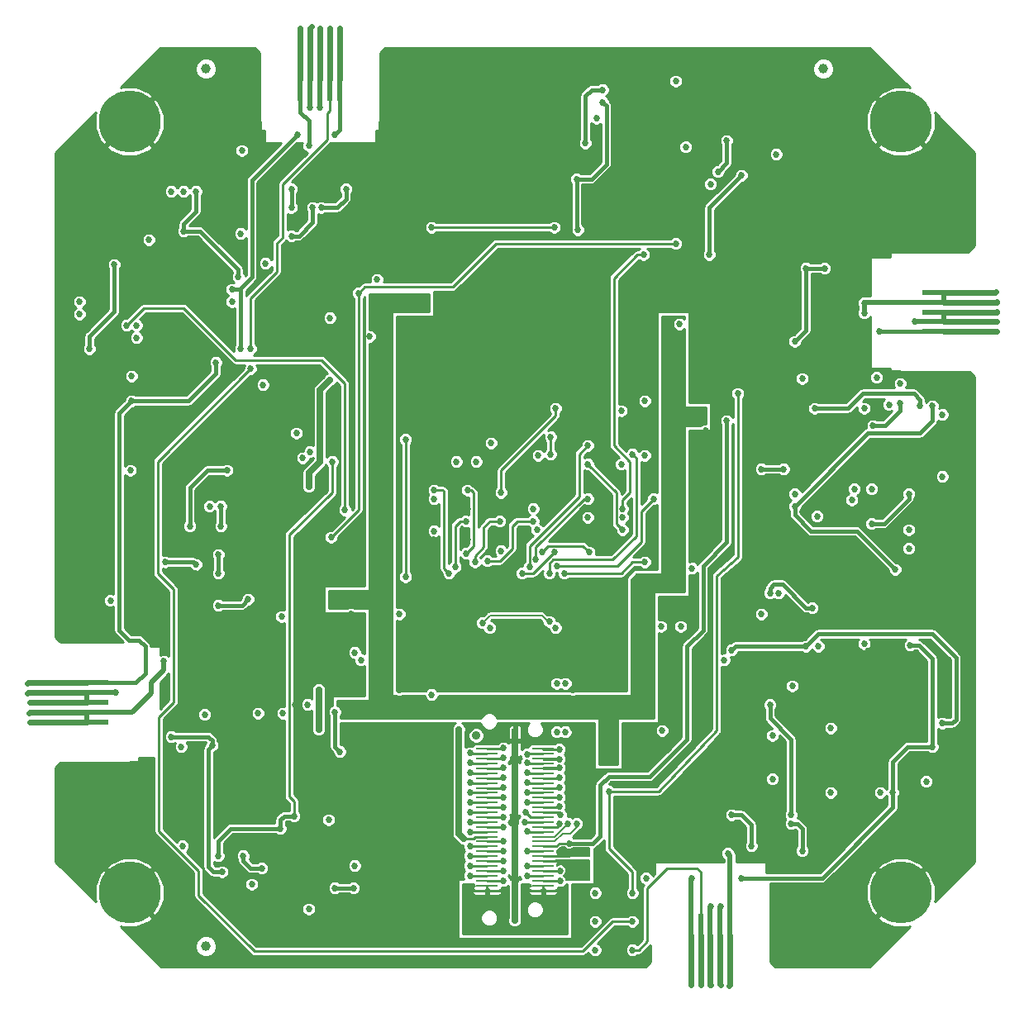
<source format=gbl>
G04 (created by PCBNEW (2013-07-07 BZR 4022)-stable) date 3/26/2016 10:09:36 AM*
%MOIN*%
G04 Gerber Fmt 3.4, Leading zero omitted, Abs format*
%FSLAX34Y34*%
G01*
G70*
G90*
G04 APERTURE LIST*
%ADD10C,0.00590551*%
%ADD11C,0.25*%
%ADD12R,0.0252X0.185*%
%ADD13R,0.0252X0.1*%
%ADD14R,0.0893701X0.0109843*%
%ADD15C,0.0393701*%
%ADD16R,0.0240157X0.175197*%
%ADD17R,0.175197X0.0240157*%
%ADD18C,0.035*%
%ADD19C,0.027*%
%ADD20C,0.006*%
%ADD21C,0.025*%
%ADD22C,0.01*%
%ADD23C,0.02*%
%ADD24C,0.0240157*%
%ADD25C,0.015*%
%ADD26C,0.007*%
G04 APERTURE END LIST*
G54D10*
G54D11*
X42519Y-44488D03*
X73622Y-44488D03*
X73622Y-75590D03*
X42519Y-75590D03*
G54D12*
X58070Y-71390D03*
X58070Y-73890D03*
G54D13*
X58070Y-75815D03*
X58070Y-69465D03*
G54D14*
X59198Y-69786D03*
X56942Y-69786D03*
X59198Y-69983D03*
X56942Y-69983D03*
X59198Y-70179D03*
X56942Y-70179D03*
X59198Y-70376D03*
X56942Y-70376D03*
X59198Y-70573D03*
X56942Y-70573D03*
X59198Y-70770D03*
X56942Y-70770D03*
X59198Y-70967D03*
X56942Y-70967D03*
X59198Y-71164D03*
X56942Y-71164D03*
X59198Y-71361D03*
X56942Y-71361D03*
X59198Y-71557D03*
X56942Y-71557D03*
X59198Y-71754D03*
X56942Y-71754D03*
X59198Y-71951D03*
X56942Y-71951D03*
X59198Y-72148D03*
X56942Y-72148D03*
X59198Y-72345D03*
X56942Y-72345D03*
X59198Y-72542D03*
X56942Y-72542D03*
X59198Y-72738D03*
X56942Y-72738D03*
X59198Y-72935D03*
X56942Y-72935D03*
X59198Y-73132D03*
X56942Y-73132D03*
X59198Y-73329D03*
X56942Y-73329D03*
X59198Y-73526D03*
X56942Y-73526D03*
X59198Y-73723D03*
X56942Y-73723D03*
X59198Y-73920D03*
X56942Y-73920D03*
X59198Y-74116D03*
X56942Y-74116D03*
X59198Y-74313D03*
X56942Y-74313D03*
X59198Y-74510D03*
X56942Y-74510D03*
X59198Y-74707D03*
X56942Y-74707D03*
X59198Y-74904D03*
X56942Y-74904D03*
X59198Y-75101D03*
X56942Y-75101D03*
X59198Y-75298D03*
X56942Y-75298D03*
X59198Y-75494D03*
X56942Y-75494D03*
G54D15*
X45600Y-42350D03*
X45600Y-77750D03*
X70500Y-42350D03*
G54D16*
X66734Y-77316D03*
X66340Y-77316D03*
X65946Y-77316D03*
X65553Y-77316D03*
X65159Y-77316D03*
X49411Y-42761D03*
X49805Y-42761D03*
X50198Y-42761D03*
X50592Y-42761D03*
X50986Y-42761D03*
G54D17*
X40793Y-68698D03*
X40793Y-68305D03*
X40793Y-67911D03*
X40793Y-67517D03*
X40793Y-67124D03*
X75348Y-51375D03*
X75348Y-51769D03*
X75348Y-52163D03*
X75348Y-52557D03*
X75348Y-52950D03*
G54D18*
X56500Y-69250D03*
G54D19*
X59750Y-69100D03*
X59750Y-67150D03*
X56750Y-64700D03*
X59450Y-64650D03*
X60200Y-72800D03*
X60100Y-67150D03*
X60100Y-69100D03*
X57050Y-64900D03*
X59700Y-64900D03*
X60550Y-72800D03*
X56500Y-58200D03*
X53400Y-64350D03*
X55800Y-69000D03*
X56000Y-73400D03*
X57100Y-57450D03*
X66350Y-76150D03*
X63350Y-75000D03*
X57600Y-73900D03*
X62800Y-77900D03*
X47400Y-53650D03*
X62800Y-76750D03*
X47400Y-54450D03*
X49800Y-43900D03*
X47050Y-45650D03*
X50600Y-54900D03*
X50150Y-67400D03*
X50150Y-69000D03*
X49750Y-59200D03*
X56250Y-74500D03*
X59850Y-69800D03*
X57600Y-70550D03*
X58550Y-70750D03*
X56250Y-70750D03*
X59850Y-70950D03*
X57600Y-70950D03*
X58550Y-71150D03*
X56250Y-71150D03*
X59850Y-71350D03*
X57600Y-71350D03*
X58550Y-71550D03*
X57600Y-69750D03*
X56250Y-71550D03*
X59850Y-71750D03*
X57600Y-71750D03*
X58550Y-71950D03*
X56250Y-71950D03*
X59850Y-72100D03*
X57600Y-72150D03*
X59900Y-72450D03*
X56250Y-72350D03*
X61300Y-75600D03*
X58500Y-72350D03*
X58550Y-70000D03*
X57600Y-72550D03*
X58450Y-72750D03*
X56250Y-72750D03*
X59850Y-72800D03*
X57600Y-72950D03*
X58550Y-73100D03*
X56250Y-73150D03*
X56250Y-69950D03*
X57600Y-73500D03*
X56250Y-73700D03*
X61300Y-77900D03*
X56250Y-74100D03*
X61300Y-76750D03*
X57600Y-74300D03*
X58550Y-74500D03*
X59850Y-70200D03*
X59900Y-74700D03*
X57600Y-74700D03*
X58550Y-74900D03*
X56250Y-74900D03*
X59900Y-75100D03*
X57600Y-75100D03*
X57600Y-70150D03*
X58550Y-70350D03*
X56250Y-70350D03*
X59850Y-70550D03*
X52950Y-66000D03*
X52950Y-66550D03*
X51350Y-68350D03*
X61950Y-70050D03*
X51100Y-63850D03*
X54300Y-51950D03*
X65050Y-56400D03*
X64150Y-52650D03*
X54700Y-67600D03*
X61000Y-60450D03*
X59900Y-76200D03*
X59900Y-75850D03*
X59900Y-75500D03*
X56250Y-76200D03*
X56250Y-75850D03*
X56250Y-75500D03*
X68600Y-45800D03*
X61600Y-43200D03*
X60900Y-45350D03*
X65950Y-47000D03*
X72750Y-52950D03*
X60600Y-48850D03*
X61600Y-43700D03*
X60550Y-46800D03*
X69350Y-53350D03*
X70550Y-50400D03*
X69800Y-50400D03*
X67200Y-46650D03*
X65900Y-49850D03*
X62400Y-60100D03*
X63250Y-49850D03*
X72150Y-51800D03*
X72150Y-52200D03*
X57500Y-59450D03*
X59700Y-56050D03*
X61350Y-44350D03*
X64550Y-42850D03*
X62800Y-75600D03*
X51750Y-51400D03*
X64550Y-49400D03*
X61850Y-71500D03*
X67050Y-55450D03*
X51850Y-66200D03*
X50650Y-61250D03*
X45750Y-60000D03*
X42600Y-54750D03*
X41750Y-63800D03*
X46200Y-60800D03*
X46200Y-60000D03*
X49250Y-57050D03*
X46000Y-54200D03*
X42600Y-55750D03*
X46100Y-61950D03*
X46100Y-62700D03*
X43950Y-62250D03*
X45200Y-62350D03*
X48650Y-64450D03*
X42550Y-58550D03*
X43900Y-66250D03*
X63300Y-57950D03*
X49800Y-57800D03*
X59500Y-57200D03*
X59500Y-57900D03*
X54800Y-59700D03*
X47900Y-55100D03*
X49500Y-58050D03*
X44200Y-47300D03*
X44700Y-47300D03*
X50600Y-52400D03*
X46650Y-51750D03*
X40500Y-51750D03*
X47000Y-53650D03*
X42800Y-53200D03*
X46650Y-51250D03*
X50800Y-45000D03*
X49300Y-45000D03*
X49050Y-47200D03*
X49050Y-47950D03*
X49050Y-49100D03*
X49900Y-47950D03*
X47000Y-49000D03*
X52500Y-50850D03*
X63300Y-55750D03*
X59650Y-48750D03*
X54700Y-48750D03*
X49750Y-45450D03*
X42400Y-52700D03*
X51200Y-60150D03*
X54800Y-61000D03*
X70300Y-65650D03*
X66800Y-65800D03*
X69800Y-65650D03*
X72800Y-71550D03*
X75300Y-68750D03*
X74000Y-65600D03*
X67200Y-75000D03*
X73300Y-71550D03*
X65200Y-75000D03*
X74900Y-69700D03*
X69650Y-73900D03*
X69200Y-72800D03*
X68350Y-68000D03*
X69200Y-72450D03*
X72150Y-65550D03*
X64000Y-69050D03*
X62400Y-60450D03*
X66500Y-66200D03*
X66650Y-74000D03*
X62400Y-60950D03*
X61000Y-58300D03*
X70800Y-71550D03*
X74650Y-71100D03*
X58800Y-60100D03*
X69350Y-59500D03*
X75300Y-56300D03*
X72650Y-54800D03*
X73400Y-62550D03*
X69350Y-60000D03*
X74900Y-55950D03*
X66600Y-56550D03*
X74400Y-55950D03*
X70150Y-56050D03*
X60250Y-73600D03*
X65200Y-62500D03*
X68700Y-63500D03*
X68000Y-64350D03*
X68350Y-63500D03*
X70050Y-64100D03*
X68900Y-58500D03*
X68000Y-58500D03*
X62350Y-58300D03*
X63950Y-64850D03*
X64750Y-64850D03*
X60800Y-73900D03*
X60450Y-73900D03*
X57500Y-61800D03*
X73150Y-55900D03*
X75300Y-58800D03*
X45550Y-68400D03*
X47700Y-68350D03*
X47100Y-74100D03*
X47850Y-74600D03*
X48700Y-68350D03*
X50550Y-72650D03*
X49700Y-68000D03*
X58550Y-73900D03*
X50800Y-75400D03*
X51550Y-75400D03*
X49750Y-76250D03*
X51600Y-74500D03*
X44600Y-69700D03*
X51000Y-69900D03*
X50800Y-68300D03*
X53650Y-62850D03*
X62350Y-56150D03*
X53650Y-57300D03*
X51600Y-65900D03*
X60200Y-74450D03*
X55700Y-58200D03*
X50700Y-58200D03*
X49150Y-72500D03*
X48600Y-73000D03*
X46100Y-74100D03*
X72150Y-54850D03*
X52000Y-74150D03*
X52550Y-73500D03*
X65250Y-61550D03*
X68850Y-53250D03*
X46750Y-67250D03*
X53150Y-45500D03*
X64400Y-72550D03*
X49200Y-68000D03*
X41950Y-52750D03*
X39950Y-53650D03*
X43950Y-54200D03*
X42600Y-55250D03*
X41750Y-55250D03*
X60400Y-68950D03*
X53400Y-67400D03*
X55750Y-66950D03*
X53400Y-69000D03*
X60400Y-67400D03*
X63300Y-50400D03*
X61550Y-50400D03*
X62500Y-70050D03*
X62300Y-67150D03*
X53800Y-52550D03*
X40550Y-63550D03*
X40100Y-62500D03*
X49250Y-56550D03*
X50700Y-56550D03*
X60350Y-43700D03*
X74000Y-55000D03*
X74650Y-71550D03*
X47400Y-55100D03*
X62050Y-76200D03*
X62050Y-77350D03*
X62050Y-75000D03*
X62050Y-78500D03*
X64700Y-52650D03*
X54750Y-78350D03*
X64375Y-73200D03*
X43900Y-67500D03*
X51000Y-46200D03*
X72000Y-53600D03*
X47500Y-44750D03*
X51350Y-67250D03*
X53850Y-65100D03*
X55450Y-70900D03*
X51350Y-72350D03*
X51750Y-69250D03*
X51750Y-68850D03*
X60400Y-66650D03*
X60400Y-66150D03*
X57950Y-66600D03*
X57150Y-66150D03*
X57150Y-66650D03*
X55000Y-65250D03*
X53850Y-63850D03*
X46550Y-50750D03*
X49400Y-62300D03*
X51450Y-64350D03*
X54300Y-52700D03*
X64150Y-51950D03*
X64350Y-63750D03*
X69550Y-65300D03*
X68200Y-65250D03*
X64750Y-63750D03*
X55150Y-49100D03*
X47800Y-53100D03*
X48000Y-52550D03*
X52200Y-53150D03*
X46500Y-49500D03*
X48800Y-50200D03*
X49300Y-50200D03*
X50350Y-51300D03*
X51900Y-50150D03*
X51900Y-49650D03*
X54100Y-46100D03*
X48200Y-47950D03*
X48750Y-46150D03*
X48900Y-45850D03*
X71500Y-47500D03*
X71300Y-46200D03*
X68850Y-46950D03*
X61950Y-48800D03*
X60550Y-46300D03*
X62700Y-48600D03*
X62600Y-47800D03*
X67350Y-48400D03*
X67350Y-47900D03*
X69900Y-48050D03*
X70400Y-48050D03*
X71150Y-49750D03*
X68300Y-53600D03*
X71900Y-54050D03*
X67050Y-53350D03*
X69800Y-49500D03*
X74000Y-63100D03*
X73450Y-63400D03*
X75300Y-59300D03*
X75300Y-58300D03*
X75300Y-57700D03*
X73900Y-57700D03*
X72250Y-62800D03*
X66650Y-55550D03*
X66100Y-55950D03*
X65750Y-56950D03*
X68750Y-55700D03*
X69500Y-56600D03*
X69400Y-57500D03*
X69400Y-58000D03*
X70600Y-61350D03*
X71100Y-61350D03*
X71200Y-63850D03*
X71200Y-64350D03*
X69100Y-61850D03*
X68000Y-63500D03*
X69250Y-62950D03*
X65300Y-59900D03*
X67150Y-73925D03*
X65550Y-68050D03*
X65550Y-67550D03*
X62500Y-69650D03*
X67050Y-66900D03*
X72850Y-65600D03*
X67200Y-71050D03*
X68650Y-67850D03*
X68050Y-67850D03*
X75300Y-68250D03*
X70150Y-74450D03*
X70550Y-73150D03*
X63050Y-72800D03*
X51900Y-78250D03*
X51900Y-77650D03*
X50950Y-76850D03*
X49050Y-73250D03*
X50000Y-73100D03*
X45050Y-72700D03*
X46550Y-68200D03*
X47100Y-68500D03*
X48450Y-74050D03*
X50800Y-74500D03*
X52950Y-74750D03*
X48450Y-75150D03*
X48500Y-73700D03*
X49500Y-77400D03*
X48350Y-61600D03*
X42600Y-56550D03*
X41700Y-60400D03*
X44650Y-64100D03*
X45200Y-62700D03*
X56150Y-60100D03*
X56150Y-58850D03*
X54800Y-58850D03*
X54800Y-60100D03*
X54800Y-61350D03*
X56150Y-61350D03*
X57500Y-61350D03*
X57500Y-60100D03*
X59650Y-61350D03*
X61000Y-57050D03*
X62400Y-57050D03*
X61000Y-59200D03*
X62400Y-59200D03*
X62400Y-61350D03*
X61050Y-61350D03*
X63500Y-42800D03*
X50200Y-43900D03*
X74200Y-52550D03*
X41950Y-67500D03*
X58050Y-70200D03*
X58050Y-72650D03*
X58100Y-75100D03*
X58050Y-76700D03*
X58850Y-66050D03*
X58650Y-64900D03*
X58150Y-64900D03*
X56400Y-64900D03*
X55900Y-64900D03*
X55400Y-64900D03*
X58150Y-63800D03*
X59000Y-58450D03*
X58150Y-56950D03*
X47150Y-71600D03*
X46600Y-74100D03*
X47600Y-74100D03*
X45100Y-69750D03*
X48200Y-68350D03*
X45400Y-67300D03*
X46900Y-76300D03*
X46900Y-76800D03*
X48850Y-60000D03*
X43350Y-61650D03*
X41150Y-60700D03*
X42550Y-57550D03*
X43350Y-57050D03*
X49250Y-56050D03*
X49250Y-57550D03*
X47850Y-57050D03*
X42850Y-65100D03*
X43350Y-65100D03*
X51150Y-65350D03*
X42750Y-62500D03*
X65950Y-76150D03*
X70800Y-65650D03*
X75300Y-67600D03*
X71300Y-71550D03*
X69650Y-70200D03*
X72300Y-65850D03*
X72300Y-70300D03*
X71800Y-71550D03*
X72300Y-71550D03*
X63950Y-48500D03*
X63500Y-44100D03*
X64050Y-42850D03*
X66500Y-44300D03*
X40500Y-50250D03*
X40500Y-50750D03*
X40500Y-51250D03*
X43350Y-50750D03*
X46650Y-52250D03*
X46650Y-52750D03*
X50000Y-77400D03*
X46450Y-58550D03*
X44950Y-60800D03*
X41900Y-50250D03*
X40900Y-53650D03*
X48000Y-50200D03*
X43300Y-49250D03*
X46900Y-50750D03*
X44700Y-48900D03*
X45200Y-47300D03*
X40500Y-52250D03*
X42800Y-52700D03*
X68450Y-71000D03*
X70800Y-68950D03*
X68450Y-69250D03*
X69250Y-67250D03*
X71650Y-59750D03*
X70250Y-60400D03*
X71750Y-59300D03*
X73950Y-60950D03*
X72150Y-56050D03*
X69650Y-54850D03*
X73950Y-61700D03*
X72450Y-59300D03*
X72450Y-60700D03*
X73950Y-59500D03*
X73600Y-55850D03*
X73600Y-55050D03*
X72500Y-56750D03*
X44200Y-69300D03*
X45850Y-69650D03*
X46250Y-74750D03*
X47450Y-75250D03*
X44650Y-73700D03*
X47300Y-63750D03*
X46100Y-64000D03*
X51250Y-47200D03*
X50250Y-47950D03*
X67600Y-73700D03*
X66800Y-72450D03*
X66250Y-46500D03*
X64950Y-45500D03*
X66600Y-45250D03*
X59650Y-61850D03*
X58350Y-62700D03*
X61000Y-57550D03*
X58650Y-62450D03*
X63300Y-62250D03*
X60050Y-62700D03*
X58900Y-62150D03*
X61000Y-59700D03*
X61050Y-61850D03*
X59150Y-61850D03*
X59450Y-62700D03*
X62800Y-57900D03*
X63650Y-59700D03*
X59750Y-62400D03*
X56100Y-61900D03*
X56150Y-59350D03*
X56450Y-62250D03*
X57450Y-60600D03*
X56950Y-62200D03*
X58800Y-60600D03*
X55400Y-62700D03*
X54800Y-59350D03*
X55650Y-62450D03*
X56100Y-60600D03*
X59000Y-57950D03*
X58950Y-60950D03*
G54D20*
X59450Y-64650D02*
X59400Y-64650D01*
X57050Y-64400D02*
X56750Y-64700D01*
X59150Y-64400D02*
X57050Y-64400D01*
X59400Y-64650D02*
X59150Y-64400D01*
X59670Y-73329D02*
X60200Y-72800D01*
X59670Y-73329D02*
X59198Y-73329D01*
X59673Y-73526D02*
X60000Y-73200D01*
X59673Y-73526D02*
X59198Y-73526D01*
X60550Y-72950D02*
X60550Y-72800D01*
X60300Y-73200D02*
X60550Y-72950D01*
X60000Y-73200D02*
X60300Y-73200D01*
G54D21*
X55800Y-69000D02*
X55800Y-73200D01*
X56000Y-73400D02*
X55800Y-73200D01*
G54D22*
X56000Y-73400D02*
X56400Y-73400D01*
X56470Y-73329D02*
X56942Y-73329D01*
X56400Y-73400D02*
X56470Y-73329D01*
G54D23*
X66340Y-76159D02*
X66350Y-76150D01*
X66340Y-77316D02*
X66340Y-76159D01*
G54D24*
X66340Y-77316D02*
X66340Y-79290D01*
X66340Y-79290D02*
X66350Y-79300D01*
G54D22*
X56942Y-73920D02*
X57579Y-73920D01*
X57579Y-73920D02*
X57600Y-73900D01*
X62800Y-77900D02*
X63050Y-77900D01*
X65553Y-74753D02*
X65553Y-77316D01*
X65400Y-74600D02*
X65553Y-74753D01*
X64200Y-74600D02*
X65400Y-74600D01*
X63400Y-75400D02*
X64200Y-74600D01*
X63400Y-77550D02*
X63400Y-75400D01*
X63050Y-77900D02*
X63400Y-77550D01*
G54D24*
X65553Y-77316D02*
X65553Y-79296D01*
X65553Y-79296D02*
X65550Y-79300D01*
G54D22*
X47400Y-53650D02*
X47400Y-51600D01*
X62800Y-76750D02*
X62000Y-76750D01*
X43650Y-58200D02*
X47400Y-54450D01*
X43650Y-62700D02*
X43650Y-58200D01*
X44300Y-63350D02*
X43650Y-62700D01*
X44300Y-67900D02*
X44300Y-63350D01*
X43700Y-68500D02*
X44300Y-67900D01*
X43700Y-73100D02*
X43700Y-68500D01*
X45300Y-74700D02*
X43700Y-73100D01*
X45300Y-75700D02*
X45300Y-74700D01*
X47550Y-77950D02*
X45300Y-75700D01*
X60800Y-77950D02*
X47550Y-77950D01*
X62000Y-76750D02*
X60800Y-77950D01*
X50592Y-44057D02*
X50592Y-42761D01*
X50500Y-44150D02*
X50592Y-44057D01*
X50500Y-45200D02*
X50500Y-44150D01*
X48700Y-47000D02*
X50500Y-45200D01*
X48700Y-49150D02*
X48700Y-47000D01*
X48450Y-49400D02*
X48700Y-49150D01*
X48450Y-50550D02*
X48450Y-49400D01*
X47400Y-51600D02*
X48450Y-50550D01*
G54D24*
X50592Y-42761D02*
X50592Y-40707D01*
X50592Y-40707D02*
X50600Y-40700D01*
G54D23*
X49805Y-43894D02*
X49800Y-43900D01*
X49805Y-42761D02*
X49805Y-43894D01*
G54D21*
X49750Y-58650D02*
X50200Y-58200D01*
X50200Y-58200D02*
X50200Y-55300D01*
X50200Y-55300D02*
X50600Y-54900D01*
X50150Y-67400D02*
X50150Y-69000D01*
X49750Y-59200D02*
X49750Y-58650D01*
G54D24*
X49805Y-42761D02*
X49805Y-40694D01*
X49805Y-40694D02*
X49850Y-40650D01*
G54D22*
X56260Y-74510D02*
X56942Y-74510D01*
X56250Y-74500D02*
X56260Y-74510D01*
X59850Y-69800D02*
X59212Y-69800D01*
X59212Y-69800D02*
X59198Y-69786D01*
X57576Y-70573D02*
X56942Y-70573D01*
X57600Y-70550D02*
X57576Y-70573D01*
X58570Y-70770D02*
X59198Y-70770D01*
X58550Y-70750D02*
X58570Y-70770D01*
X56942Y-70770D02*
X56270Y-70770D01*
X56270Y-70770D02*
X56250Y-70750D01*
X59198Y-70967D02*
X59832Y-70967D01*
X59832Y-70967D02*
X59850Y-70950D01*
X57582Y-70967D02*
X56942Y-70967D01*
X57600Y-70950D02*
X57582Y-70967D01*
X58564Y-71164D02*
X59198Y-71164D01*
X58550Y-71150D02*
X58564Y-71164D01*
X56942Y-71164D02*
X56264Y-71164D01*
X56264Y-71164D02*
X56250Y-71150D01*
X59198Y-71361D02*
X59838Y-71361D01*
X59838Y-71361D02*
X59850Y-71350D01*
X56942Y-71361D02*
X57588Y-71361D01*
X57588Y-71361D02*
X57600Y-71350D01*
X58557Y-71557D02*
X59198Y-71557D01*
X58550Y-71550D02*
X58557Y-71557D01*
X56942Y-69786D02*
X57563Y-69786D01*
X57563Y-69786D02*
X57600Y-69750D01*
X56257Y-71557D02*
X56942Y-71557D01*
X56250Y-71550D02*
X56257Y-71557D01*
X59198Y-71754D02*
X59845Y-71754D01*
X59845Y-71754D02*
X59850Y-71750D01*
X56942Y-71754D02*
X57595Y-71754D01*
X57595Y-71754D02*
X57600Y-71750D01*
X59198Y-71951D02*
X58551Y-71951D01*
X58551Y-71951D02*
X58550Y-71950D01*
X56251Y-71951D02*
X56942Y-71951D01*
X56250Y-71950D02*
X56251Y-71951D01*
X59198Y-72148D02*
X59801Y-72148D01*
X59801Y-72148D02*
X59850Y-72100D01*
X56942Y-72148D02*
X57598Y-72148D01*
X57598Y-72148D02*
X57600Y-72150D01*
X59203Y-72350D02*
X59198Y-72345D01*
X59800Y-72350D02*
X59203Y-72350D01*
X59900Y-72450D02*
X59800Y-72350D01*
X56254Y-72345D02*
X56942Y-72345D01*
X56250Y-72350D02*
X56254Y-72345D01*
X59198Y-72542D02*
X58692Y-72542D01*
X58692Y-72542D02*
X58500Y-72350D01*
X58566Y-69983D02*
X59198Y-69983D01*
X58550Y-70000D02*
X58566Y-69983D01*
X56942Y-72542D02*
X57592Y-72542D01*
X57592Y-72542D02*
X57600Y-72550D01*
X58461Y-72738D02*
X59198Y-72738D01*
X58450Y-72750D02*
X58461Y-72738D01*
X56261Y-72738D02*
X56942Y-72738D01*
X56250Y-72750D02*
X56261Y-72738D01*
X59764Y-72935D02*
X59198Y-72935D01*
X59850Y-72850D02*
X59850Y-72800D01*
X59764Y-72935D02*
X59850Y-72850D01*
X56942Y-72935D02*
X57585Y-72935D01*
X57585Y-72935D02*
X57600Y-72950D01*
X58582Y-73132D02*
X59198Y-73132D01*
X58550Y-73100D02*
X58582Y-73132D01*
X56267Y-73132D02*
X56942Y-73132D01*
X56250Y-73150D02*
X56267Y-73132D01*
X56283Y-69983D02*
X56942Y-69983D01*
X56250Y-69950D02*
X56283Y-69983D01*
X56942Y-73526D02*
X57573Y-73526D01*
X57573Y-73526D02*
X57600Y-73500D01*
X56273Y-73723D02*
X56942Y-73723D01*
X56250Y-73700D02*
X56273Y-73723D01*
X56266Y-74116D02*
X56942Y-74116D01*
X56250Y-74100D02*
X56266Y-74116D01*
X56942Y-74313D02*
X57586Y-74313D01*
X57586Y-74313D02*
X57600Y-74300D01*
X59198Y-74510D02*
X58560Y-74510D01*
X58560Y-74510D02*
X58550Y-74500D01*
X59198Y-70179D02*
X59829Y-70179D01*
X59829Y-70179D02*
X59850Y-70200D01*
X59850Y-70200D02*
X59218Y-70200D01*
X59218Y-70200D02*
X59198Y-70179D01*
X59892Y-74707D02*
X59198Y-74707D01*
X59900Y-74700D02*
X59892Y-74707D01*
X56942Y-74707D02*
X57592Y-74707D01*
X57592Y-74707D02*
X57600Y-74700D01*
X59198Y-74904D02*
X58554Y-74904D01*
X58554Y-74904D02*
X58550Y-74900D01*
X56254Y-74904D02*
X56942Y-74904D01*
X56250Y-74900D02*
X56254Y-74904D01*
X59898Y-75101D02*
X59198Y-75101D01*
X59900Y-75100D02*
X59898Y-75101D01*
X56942Y-75101D02*
X57598Y-75101D01*
X57598Y-75101D02*
X57600Y-75100D01*
X56942Y-70179D02*
X57570Y-70179D01*
X57570Y-70179D02*
X57600Y-70150D01*
X59198Y-70376D02*
X58576Y-70376D01*
X58576Y-70376D02*
X58550Y-70350D01*
X56276Y-70376D02*
X56942Y-70376D01*
X56250Y-70350D02*
X56276Y-70376D01*
X59850Y-70550D02*
X59222Y-70550D01*
X59826Y-70573D02*
X59850Y-70550D01*
X59198Y-70573D02*
X59826Y-70573D01*
X59222Y-70550D02*
X59198Y-70573D01*
X56942Y-75298D02*
X56942Y-75494D01*
X59900Y-75500D02*
X59900Y-75850D01*
X56250Y-75500D02*
X56250Y-75850D01*
X59198Y-75298D02*
X59198Y-75494D01*
G54D25*
X60900Y-45350D02*
X60900Y-43450D01*
X61150Y-43200D02*
X61600Y-43200D01*
X60900Y-43450D02*
X61150Y-43200D01*
G54D24*
X75348Y-52950D02*
X77499Y-52950D01*
X77499Y-52950D02*
X77500Y-52950D01*
G54D25*
X72750Y-52950D02*
X75348Y-52950D01*
X72750Y-52950D02*
X72750Y-52950D01*
X60550Y-46800D02*
X60550Y-48800D01*
X60550Y-48800D02*
X60600Y-48850D01*
X61600Y-43700D02*
X61750Y-43850D01*
X61150Y-46800D02*
X60550Y-46800D01*
X61750Y-46200D02*
X61150Y-46800D01*
X61750Y-43850D02*
X61750Y-46200D01*
X69800Y-50400D02*
X69800Y-52900D01*
X69800Y-52900D02*
X69350Y-53350D01*
X69800Y-50400D02*
X70550Y-50400D01*
X67200Y-46650D02*
X65900Y-47950D01*
X65900Y-47950D02*
X65900Y-49850D01*
G54D22*
X62400Y-60100D02*
X62400Y-59750D01*
X63000Y-49850D02*
X63250Y-49850D01*
X62050Y-50800D02*
X63000Y-49850D01*
X62050Y-57550D02*
X62050Y-50800D01*
X62700Y-58200D02*
X62050Y-57550D01*
X62700Y-59450D02*
X62700Y-58200D01*
X62400Y-59750D02*
X62700Y-59450D01*
G54D24*
X75348Y-51375D02*
X77424Y-51375D01*
X77424Y-51375D02*
X77450Y-51350D01*
X75348Y-51769D02*
X77480Y-51769D01*
X77480Y-51769D02*
X77500Y-51750D01*
G54D23*
X72150Y-52200D02*
X72150Y-51800D01*
X72180Y-51769D02*
X72150Y-51800D01*
X75348Y-51769D02*
X72180Y-51769D01*
X75348Y-51375D02*
X75348Y-51769D01*
G54D22*
X57500Y-59450D02*
X57500Y-58550D01*
X59700Y-56350D02*
X59700Y-56050D01*
X57500Y-58550D02*
X59700Y-56350D01*
X61850Y-71500D02*
X61850Y-73800D01*
X62800Y-74750D02*
X62800Y-75600D01*
X61850Y-73800D02*
X62800Y-74750D01*
X51750Y-51400D02*
X51750Y-60150D01*
X51750Y-60150D02*
X50650Y-61250D01*
X64550Y-49400D02*
X57300Y-49400D01*
X52000Y-51150D02*
X51750Y-51400D01*
X55550Y-51150D02*
X52000Y-51150D01*
X57300Y-49400D02*
X55550Y-51150D01*
X61850Y-71500D02*
X63850Y-71500D01*
X63850Y-71500D02*
X66200Y-69050D01*
X66200Y-69050D02*
X66200Y-62800D01*
X66200Y-62800D02*
X67050Y-62050D01*
X67050Y-62050D02*
X67050Y-55450D01*
G54D25*
X46200Y-60800D02*
X46200Y-60000D01*
X42600Y-55750D02*
X44900Y-55750D01*
X46000Y-54650D02*
X44900Y-55750D01*
X46000Y-54200D02*
X46000Y-54650D01*
X43150Y-66750D02*
X42775Y-67124D01*
X42775Y-67124D02*
X40793Y-67124D01*
X42600Y-55750D02*
X42100Y-56250D01*
X42100Y-56250D02*
X42100Y-65000D01*
X42100Y-65000D02*
X42500Y-65400D01*
X42500Y-65400D02*
X42900Y-65400D01*
X42900Y-65400D02*
X43150Y-65650D01*
X43150Y-65650D02*
X43150Y-66750D01*
G54D24*
X40793Y-67124D02*
X38425Y-67124D01*
X38425Y-67124D02*
X38400Y-67150D01*
G54D25*
X46100Y-62700D02*
X46100Y-61950D01*
X43950Y-62250D02*
X45100Y-62250D01*
X45100Y-62250D02*
X45200Y-62350D01*
G54D23*
X40793Y-68305D02*
X42644Y-68305D01*
X43900Y-66600D02*
X43900Y-66250D01*
X43400Y-67100D02*
X43900Y-66600D01*
X43400Y-67550D02*
X43400Y-67100D01*
X42644Y-68305D02*
X43400Y-67550D01*
G54D22*
X59500Y-57900D02*
X59500Y-57200D01*
G54D24*
X40793Y-68305D02*
X38494Y-68305D01*
X38494Y-68305D02*
X38450Y-68350D01*
X40793Y-68698D02*
X38501Y-68698D01*
X38501Y-68698D02*
X38500Y-68700D01*
G54D23*
X40793Y-68305D02*
X40793Y-68698D01*
G54D25*
X47000Y-53650D02*
X47000Y-51300D01*
X47000Y-51300D02*
X46950Y-51250D01*
X46650Y-51250D02*
X46950Y-51250D01*
X47450Y-46850D02*
X49300Y-45000D01*
X46950Y-51250D02*
X47450Y-50750D01*
X47450Y-47200D02*
X47450Y-46850D01*
X47450Y-50750D02*
X47450Y-47200D01*
X50986Y-42761D02*
X51000Y-42775D01*
X51000Y-44800D02*
X51000Y-42775D01*
X50800Y-45000D02*
X51000Y-44800D01*
G54D24*
X50986Y-42761D02*
X50986Y-40713D01*
X50986Y-40713D02*
X51000Y-40700D01*
G54D25*
X49050Y-47200D02*
X49050Y-47950D01*
X49050Y-49100D02*
X49350Y-49100D01*
X49900Y-48550D02*
X49900Y-47950D01*
X49350Y-49100D02*
X49900Y-48550D01*
G54D22*
X54700Y-48750D02*
X59650Y-48750D01*
G54D24*
X49411Y-42761D02*
X49411Y-40711D01*
X49411Y-40711D02*
X49400Y-40700D01*
G54D25*
X49411Y-42761D02*
X49411Y-44111D01*
X49750Y-44450D02*
X49750Y-45450D01*
X49411Y-44111D02*
X49750Y-44450D01*
G54D22*
X51200Y-60150D02*
X51200Y-55050D01*
X43100Y-52000D02*
X42400Y-52700D01*
X44700Y-52000D02*
X43100Y-52000D01*
X46800Y-54100D02*
X44700Y-52000D01*
X50250Y-54100D02*
X46800Y-54100D01*
X51200Y-55050D02*
X50250Y-54100D01*
G54D25*
X69800Y-65650D02*
X66950Y-65650D01*
X66950Y-65650D02*
X66800Y-65800D01*
X75300Y-68750D02*
X75700Y-68750D01*
X70300Y-65150D02*
X69800Y-65650D01*
X74900Y-65150D02*
X70300Y-65150D01*
X75850Y-66100D02*
X74900Y-65150D01*
X75850Y-68600D02*
X75850Y-66100D01*
X75700Y-68750D02*
X75850Y-68600D01*
X74900Y-69700D02*
X74900Y-66150D01*
X74350Y-65600D02*
X74000Y-65600D01*
X74900Y-66150D02*
X74350Y-65600D01*
G54D24*
X65159Y-77316D02*
X65159Y-79290D01*
X65159Y-79290D02*
X65150Y-79300D01*
G54D25*
X73300Y-71550D02*
X73300Y-70300D01*
X73900Y-69700D02*
X74900Y-69700D01*
X73300Y-70300D02*
X73900Y-69700D01*
X73300Y-72150D02*
X70450Y-75000D01*
X70450Y-75000D02*
X67200Y-75000D01*
X73300Y-71550D02*
X73300Y-72150D01*
G54D23*
X65159Y-75040D02*
X65159Y-77316D01*
X65200Y-75000D02*
X65159Y-75040D01*
G54D25*
X69200Y-72800D02*
X69450Y-72800D01*
X69650Y-73000D02*
X69650Y-73900D01*
X69450Y-72800D02*
X69650Y-73000D01*
X68350Y-68000D02*
X68350Y-68550D01*
X69200Y-72450D02*
X69200Y-72450D01*
X69200Y-69400D02*
X69200Y-72450D01*
X68350Y-68550D02*
X69200Y-69400D01*
G54D24*
X66734Y-77316D02*
X66734Y-79315D01*
X66734Y-79315D02*
X66700Y-79350D01*
G54D23*
X66734Y-74084D02*
X66650Y-74000D01*
X66734Y-77316D02*
X66734Y-74084D01*
G54D22*
X62150Y-59450D02*
X62150Y-60700D01*
X62150Y-60700D02*
X62400Y-60950D01*
X62150Y-59450D02*
X61000Y-58300D01*
G54D25*
X69350Y-60000D02*
X69350Y-60350D01*
X73400Y-62550D02*
X73400Y-62550D01*
X71850Y-61000D02*
X73400Y-62550D01*
X70000Y-61000D02*
X71850Y-61000D01*
X69350Y-60350D02*
X70000Y-61000D01*
X74900Y-55950D02*
X74900Y-56550D01*
X72300Y-57050D02*
X69350Y-60000D01*
X74400Y-57050D02*
X72300Y-57050D01*
X74900Y-56550D02*
X74400Y-57050D01*
X63500Y-70900D02*
X65000Y-69400D01*
X61200Y-73600D02*
X61500Y-73300D01*
X61850Y-70900D02*
X63500Y-70900D01*
X61500Y-71250D02*
X61850Y-70900D01*
X61500Y-73300D02*
X61500Y-71250D01*
X60250Y-73600D02*
X61200Y-73600D01*
X65000Y-69400D02*
X65000Y-65650D01*
X65000Y-65650D02*
X65650Y-65000D01*
X65650Y-65000D02*
X65650Y-62400D01*
X65650Y-62400D02*
X66600Y-61450D01*
X66600Y-61450D02*
X66600Y-56550D01*
X70150Y-56050D02*
X71500Y-56050D01*
X71500Y-56050D02*
X72100Y-55450D01*
X72100Y-55450D02*
X74150Y-55450D01*
X74150Y-55450D02*
X74400Y-55700D01*
X74400Y-55700D02*
X74400Y-55950D01*
G54D22*
X59726Y-73723D02*
X59850Y-73600D01*
X59850Y-73600D02*
X60250Y-73600D01*
X59726Y-73723D02*
X59198Y-73723D01*
G54D25*
X70050Y-64100D02*
X69800Y-64100D01*
X68500Y-63150D02*
X68350Y-63300D01*
X68350Y-63300D02*
X68350Y-63500D01*
X68850Y-63150D02*
X68500Y-63150D01*
X69800Y-64100D02*
X68850Y-63150D01*
X68900Y-58500D02*
X68000Y-58500D01*
G54D22*
X60800Y-73900D02*
X60450Y-73900D01*
X59198Y-74116D02*
X60233Y-74116D01*
X60233Y-74116D02*
X60450Y-73900D01*
G54D25*
X47100Y-74100D02*
X47100Y-74300D01*
X47400Y-74600D02*
X47850Y-74600D01*
X47100Y-74300D02*
X47400Y-74600D01*
G54D22*
X58570Y-73920D02*
X59198Y-73920D01*
X58550Y-73900D02*
X58570Y-73920D01*
G54D25*
X50800Y-75400D02*
X51550Y-75400D01*
X50800Y-68300D02*
X50800Y-69700D01*
X50800Y-69700D02*
X51000Y-69900D01*
G54D22*
X53650Y-62850D02*
X53650Y-57300D01*
X59212Y-74300D02*
X59198Y-74313D01*
X60050Y-74300D02*
X59212Y-74300D01*
X60200Y-74450D02*
X60050Y-74300D01*
X49150Y-72500D02*
X49150Y-71900D01*
X50700Y-59450D02*
X48950Y-61150D01*
X48950Y-61150D02*
X48950Y-67850D01*
X48950Y-67850D02*
X48950Y-67900D01*
X48950Y-67900D02*
X48950Y-71700D01*
X48950Y-71700D02*
X49150Y-71900D01*
X50700Y-58200D02*
X50700Y-59450D01*
G54D25*
X48600Y-73000D02*
X48600Y-72650D01*
X48750Y-72500D02*
X49150Y-72500D01*
X48600Y-72650D02*
X48750Y-72500D01*
G54D22*
X49150Y-72450D02*
X49150Y-72500D01*
G54D25*
X48600Y-73000D02*
X46600Y-73000D01*
X46100Y-73500D02*
X46100Y-74100D01*
X46600Y-73000D02*
X46100Y-73500D01*
G54D24*
X40793Y-67517D02*
X38432Y-67517D01*
X38432Y-67517D02*
X38400Y-67550D01*
X40793Y-67911D02*
X38511Y-67911D01*
X38511Y-67911D02*
X38500Y-67900D01*
X65946Y-77316D02*
X65946Y-79296D01*
X65946Y-79296D02*
X65950Y-79300D01*
X75348Y-52163D02*
X77486Y-52163D01*
X77486Y-52163D02*
X77500Y-52150D01*
X75348Y-52557D02*
X77492Y-52557D01*
X77492Y-52557D02*
X77500Y-52550D01*
X50198Y-42761D02*
X50198Y-40701D01*
X50198Y-40701D02*
X50200Y-40700D01*
G54D23*
X50198Y-43898D02*
X50198Y-42761D01*
X50200Y-43900D02*
X50198Y-43898D01*
X75348Y-52557D02*
X74207Y-52557D01*
X74207Y-52557D02*
X74200Y-52550D01*
X40793Y-67517D02*
X41932Y-67517D01*
X41932Y-67517D02*
X41950Y-67500D01*
X40793Y-67517D02*
X40793Y-67911D01*
G54D21*
X58050Y-70200D02*
X58050Y-71369D01*
X58050Y-71369D02*
X58070Y-71390D01*
X58070Y-69465D02*
X58070Y-70179D01*
X58070Y-70179D02*
X58050Y-70200D01*
X58050Y-72650D02*
X58050Y-71411D01*
X58050Y-71411D02*
X58070Y-71390D01*
X58070Y-73890D02*
X58070Y-72670D01*
X58070Y-72670D02*
X58050Y-72650D01*
X58070Y-75815D02*
X58070Y-75129D01*
X58070Y-75129D02*
X58100Y-75100D01*
X58070Y-73890D02*
X58070Y-75070D01*
X58070Y-75070D02*
X58100Y-75100D01*
X58070Y-76679D02*
X58070Y-75815D01*
X58050Y-76700D02*
X58070Y-76679D01*
G54D23*
X65946Y-77316D02*
X65946Y-76153D01*
G54D25*
X65946Y-76153D02*
X65950Y-76150D01*
G54D23*
X75348Y-52163D02*
X75348Y-52557D01*
G54D25*
X46450Y-58550D02*
X45650Y-58550D01*
X44950Y-59250D02*
X44950Y-60800D01*
X45650Y-58550D02*
X44950Y-59250D01*
X41900Y-50250D02*
X41900Y-52150D01*
X40900Y-53150D02*
X40900Y-53650D01*
X41900Y-52150D02*
X40900Y-53150D01*
X44700Y-48900D02*
X45350Y-48900D01*
X46900Y-50450D02*
X46900Y-50750D01*
X45350Y-48900D02*
X46900Y-50450D01*
X44700Y-48900D02*
X44700Y-48600D01*
X44700Y-48600D02*
X45200Y-48100D01*
X45200Y-48100D02*
X45200Y-47300D01*
X73950Y-59500D02*
X73950Y-59700D01*
X72950Y-60700D02*
X72450Y-60700D01*
X73950Y-59700D02*
X72950Y-60700D01*
X73600Y-55850D02*
X73600Y-56150D01*
X73000Y-56750D02*
X72500Y-56750D01*
X73600Y-56150D02*
X73000Y-56750D01*
X45850Y-69650D02*
X45850Y-69450D01*
X45700Y-69300D02*
X44200Y-69300D01*
X45850Y-69450D02*
X45700Y-69300D01*
X45700Y-69800D02*
X45850Y-69650D01*
X45700Y-74550D02*
X45700Y-69800D01*
X45900Y-74750D02*
X45700Y-74550D01*
X46250Y-74750D02*
X45900Y-74750D01*
X47050Y-64000D02*
X47300Y-63750D01*
X46100Y-64000D02*
X47050Y-64000D01*
X51250Y-47200D02*
X51250Y-47600D01*
X50900Y-47950D02*
X50250Y-47950D01*
X51250Y-47600D02*
X50900Y-47950D01*
X66800Y-72450D02*
X67200Y-72450D01*
X67600Y-72850D02*
X67600Y-73700D01*
X67200Y-72450D02*
X67600Y-72850D01*
X66600Y-45250D02*
X66600Y-46150D01*
X66600Y-46150D02*
X66250Y-46500D01*
G54D22*
X58350Y-62700D02*
X58800Y-62700D01*
X58800Y-62700D02*
X59650Y-61850D01*
X58650Y-62450D02*
X58650Y-61600D01*
X60650Y-57900D02*
X61000Y-57550D01*
X60650Y-59600D02*
X60650Y-57900D01*
X58650Y-61600D02*
X60650Y-59600D01*
X60050Y-62700D02*
X62350Y-62700D01*
X62800Y-62250D02*
X63300Y-62250D01*
X62350Y-62700D02*
X62800Y-62250D01*
X58900Y-62150D02*
X58900Y-61650D01*
X60850Y-59700D02*
X61000Y-59700D01*
X58900Y-61650D02*
X60850Y-59700D01*
X59150Y-61850D02*
X59400Y-61600D01*
X60800Y-61600D02*
X61050Y-61850D01*
X59400Y-61600D02*
X60800Y-61600D01*
X62950Y-58050D02*
X62800Y-57900D01*
X59450Y-62300D02*
X59600Y-62150D01*
X59600Y-62150D02*
X62000Y-62150D01*
X62000Y-62150D02*
X62950Y-61200D01*
X62950Y-61200D02*
X62950Y-58050D01*
X59450Y-62700D02*
X59450Y-62300D01*
X62200Y-62400D02*
X63150Y-61450D01*
X59750Y-62400D02*
X62200Y-62400D01*
X63150Y-60200D02*
X63650Y-59700D01*
X63150Y-61450D02*
X63150Y-60200D01*
X56100Y-61900D02*
X56400Y-61600D01*
X56300Y-59350D02*
X56150Y-59350D01*
X56400Y-59450D02*
X56300Y-59350D01*
X56400Y-61600D02*
X56400Y-59450D01*
X56450Y-62250D02*
X56450Y-62000D01*
X57050Y-60600D02*
X57450Y-60600D01*
X56800Y-60850D02*
X57050Y-60600D01*
X56800Y-61650D02*
X56800Y-60850D01*
X56450Y-62000D02*
X56800Y-61650D01*
X56950Y-62200D02*
X57450Y-62200D01*
X58150Y-60600D02*
X58800Y-60600D01*
X57950Y-60800D02*
X58150Y-60600D01*
X57950Y-61700D02*
X57950Y-60800D01*
X57450Y-62200D02*
X57950Y-61700D01*
X55400Y-62700D02*
X55200Y-62500D01*
X55150Y-59350D02*
X54800Y-59350D01*
X55200Y-59400D02*
X55150Y-59350D01*
X55200Y-62500D02*
X55200Y-59400D01*
X55650Y-62450D02*
X55650Y-60800D01*
X55850Y-60600D02*
X56100Y-60600D01*
X55650Y-60800D02*
X55850Y-60600D01*
G54D10*
G36*
X60150Y-77250D02*
X59795Y-77250D01*
X59795Y-75579D01*
X59795Y-75559D01*
X59758Y-75522D01*
X59248Y-75522D01*
X59248Y-75662D01*
X59286Y-75699D01*
X59615Y-75699D01*
X59675Y-75699D01*
X59730Y-75676D01*
X59772Y-75634D01*
X59795Y-75579D01*
X59795Y-77250D01*
X59220Y-77250D01*
X59220Y-76206D01*
X59167Y-76077D01*
X59148Y-76058D01*
X59148Y-75662D01*
X59148Y-75522D01*
X58639Y-75522D01*
X58601Y-75559D01*
X58601Y-75579D01*
X58624Y-75634D01*
X58666Y-75676D01*
X58722Y-75699D01*
X58781Y-75699D01*
X59111Y-75699D01*
X59148Y-75662D01*
X59148Y-76058D01*
X59068Y-75978D01*
X58939Y-75924D01*
X58800Y-75924D01*
X58671Y-75978D01*
X58572Y-76076D01*
X58519Y-76205D01*
X58519Y-76345D01*
X58572Y-76474D01*
X58670Y-76572D01*
X58799Y-76626D01*
X58939Y-76626D01*
X59068Y-76573D01*
X59167Y-76474D01*
X59220Y-76345D01*
X59220Y-76206D01*
X59220Y-77250D01*
X57539Y-77250D01*
X57539Y-75579D01*
X57539Y-75559D01*
X57502Y-75522D01*
X56992Y-75522D01*
X56992Y-75662D01*
X57030Y-75699D01*
X57360Y-75699D01*
X57419Y-75699D01*
X57474Y-75676D01*
X57517Y-75634D01*
X57539Y-75579D01*
X57539Y-77250D01*
X57370Y-77250D01*
X57370Y-76533D01*
X57317Y-76404D01*
X57218Y-76305D01*
X57089Y-76252D01*
X56950Y-76252D01*
X56892Y-76276D01*
X56892Y-75662D01*
X56892Y-75522D01*
X56383Y-75522D01*
X56346Y-75559D01*
X56346Y-75579D01*
X56368Y-75634D01*
X56410Y-75676D01*
X56466Y-75699D01*
X56525Y-75699D01*
X56855Y-75699D01*
X56892Y-75662D01*
X56892Y-76276D01*
X56821Y-76305D01*
X56722Y-76404D01*
X56669Y-76533D01*
X56669Y-76672D01*
X56722Y-76801D01*
X56820Y-76900D01*
X56949Y-76953D01*
X57089Y-76953D01*
X57218Y-76900D01*
X57317Y-76802D01*
X57370Y-76673D01*
X57370Y-76533D01*
X57370Y-77250D01*
X55950Y-77250D01*
X55950Y-75250D01*
X56362Y-75250D01*
X56383Y-75270D01*
X56398Y-75270D01*
X56410Y-75283D01*
X56446Y-75298D01*
X56410Y-75312D01*
X56398Y-75325D01*
X56383Y-75325D01*
X56346Y-75362D01*
X56346Y-75382D01*
X56351Y-75396D01*
X56346Y-75410D01*
X56346Y-75429D01*
X56383Y-75467D01*
X56398Y-75467D01*
X56410Y-75480D01*
X56466Y-75502D01*
X56525Y-75502D01*
X56855Y-75502D01*
X56890Y-75467D01*
X56892Y-75467D01*
X56892Y-75465D01*
X56892Y-75439D01*
X56992Y-75439D01*
X56992Y-75465D01*
X56992Y-75467D01*
X56994Y-75467D01*
X57030Y-75502D01*
X57360Y-75502D01*
X57419Y-75502D01*
X57474Y-75480D01*
X57487Y-75467D01*
X57502Y-75467D01*
X57539Y-75429D01*
X57539Y-75410D01*
X57534Y-75396D01*
X57539Y-75383D01*
X57543Y-75384D01*
X57656Y-75385D01*
X57761Y-75341D01*
X57794Y-75308D01*
X57794Y-75345D01*
X57794Y-76345D01*
X57795Y-76347D01*
X57795Y-76568D01*
X57765Y-76643D01*
X57764Y-76756D01*
X57808Y-76861D01*
X57888Y-76941D01*
X57993Y-76984D01*
X58106Y-76985D01*
X58211Y-76941D01*
X58291Y-76861D01*
X58321Y-76789D01*
X58321Y-76789D01*
X58324Y-76784D01*
X58324Y-76784D01*
X58326Y-76778D01*
X58326Y-76778D01*
X58334Y-76756D01*
X58334Y-76733D01*
X58345Y-76679D01*
X58345Y-76348D01*
X58346Y-76345D01*
X58346Y-76286D01*
X58346Y-75286D01*
X58345Y-75283D01*
X58345Y-75251D01*
X58346Y-75250D01*
X58618Y-75250D01*
X58639Y-75270D01*
X58654Y-75270D01*
X58666Y-75283D01*
X58702Y-75298D01*
X58666Y-75312D01*
X58654Y-75325D01*
X58639Y-75325D01*
X58601Y-75362D01*
X58601Y-75382D01*
X58607Y-75396D01*
X58601Y-75410D01*
X58601Y-75429D01*
X58639Y-75467D01*
X58654Y-75467D01*
X58666Y-75480D01*
X58722Y-75502D01*
X58781Y-75502D01*
X59111Y-75502D01*
X59146Y-75467D01*
X59148Y-75467D01*
X59148Y-75465D01*
X59148Y-75439D01*
X59248Y-75439D01*
X59248Y-75465D01*
X59248Y-75467D01*
X59250Y-75467D01*
X59286Y-75502D01*
X59615Y-75502D01*
X59675Y-75502D01*
X59730Y-75480D01*
X59743Y-75467D01*
X59758Y-75467D01*
X59795Y-75429D01*
X59795Y-75410D01*
X59789Y-75396D01*
X59795Y-75382D01*
X59795Y-75365D01*
X59843Y-75384D01*
X59956Y-75385D01*
X60061Y-75341D01*
X60141Y-75261D01*
X60146Y-75250D01*
X60150Y-75250D01*
X60150Y-77250D01*
X60150Y-77250D01*
G37*
G54D22*
X60150Y-77250D02*
X59795Y-77250D01*
X59795Y-75579D01*
X59795Y-75559D01*
X59758Y-75522D01*
X59248Y-75522D01*
X59248Y-75662D01*
X59286Y-75699D01*
X59615Y-75699D01*
X59675Y-75699D01*
X59730Y-75676D01*
X59772Y-75634D01*
X59795Y-75579D01*
X59795Y-77250D01*
X59220Y-77250D01*
X59220Y-76206D01*
X59167Y-76077D01*
X59148Y-76058D01*
X59148Y-75662D01*
X59148Y-75522D01*
X58639Y-75522D01*
X58601Y-75559D01*
X58601Y-75579D01*
X58624Y-75634D01*
X58666Y-75676D01*
X58722Y-75699D01*
X58781Y-75699D01*
X59111Y-75699D01*
X59148Y-75662D01*
X59148Y-76058D01*
X59068Y-75978D01*
X58939Y-75924D01*
X58800Y-75924D01*
X58671Y-75978D01*
X58572Y-76076D01*
X58519Y-76205D01*
X58519Y-76345D01*
X58572Y-76474D01*
X58670Y-76572D01*
X58799Y-76626D01*
X58939Y-76626D01*
X59068Y-76573D01*
X59167Y-76474D01*
X59220Y-76345D01*
X59220Y-76206D01*
X59220Y-77250D01*
X57539Y-77250D01*
X57539Y-75579D01*
X57539Y-75559D01*
X57502Y-75522D01*
X56992Y-75522D01*
X56992Y-75662D01*
X57030Y-75699D01*
X57360Y-75699D01*
X57419Y-75699D01*
X57474Y-75676D01*
X57517Y-75634D01*
X57539Y-75579D01*
X57539Y-77250D01*
X57370Y-77250D01*
X57370Y-76533D01*
X57317Y-76404D01*
X57218Y-76305D01*
X57089Y-76252D01*
X56950Y-76252D01*
X56892Y-76276D01*
X56892Y-75662D01*
X56892Y-75522D01*
X56383Y-75522D01*
X56346Y-75559D01*
X56346Y-75579D01*
X56368Y-75634D01*
X56410Y-75676D01*
X56466Y-75699D01*
X56525Y-75699D01*
X56855Y-75699D01*
X56892Y-75662D01*
X56892Y-76276D01*
X56821Y-76305D01*
X56722Y-76404D01*
X56669Y-76533D01*
X56669Y-76672D01*
X56722Y-76801D01*
X56820Y-76900D01*
X56949Y-76953D01*
X57089Y-76953D01*
X57218Y-76900D01*
X57317Y-76802D01*
X57370Y-76673D01*
X57370Y-76533D01*
X57370Y-77250D01*
X55950Y-77250D01*
X55950Y-75250D01*
X56362Y-75250D01*
X56383Y-75270D01*
X56398Y-75270D01*
X56410Y-75283D01*
X56446Y-75298D01*
X56410Y-75312D01*
X56398Y-75325D01*
X56383Y-75325D01*
X56346Y-75362D01*
X56346Y-75382D01*
X56351Y-75396D01*
X56346Y-75410D01*
X56346Y-75429D01*
X56383Y-75467D01*
X56398Y-75467D01*
X56410Y-75480D01*
X56466Y-75502D01*
X56525Y-75502D01*
X56855Y-75502D01*
X56890Y-75467D01*
X56892Y-75467D01*
X56892Y-75465D01*
X56892Y-75439D01*
X56992Y-75439D01*
X56992Y-75465D01*
X56992Y-75467D01*
X56994Y-75467D01*
X57030Y-75502D01*
X57360Y-75502D01*
X57419Y-75502D01*
X57474Y-75480D01*
X57487Y-75467D01*
X57502Y-75467D01*
X57539Y-75429D01*
X57539Y-75410D01*
X57534Y-75396D01*
X57539Y-75383D01*
X57543Y-75384D01*
X57656Y-75385D01*
X57761Y-75341D01*
X57794Y-75308D01*
X57794Y-75345D01*
X57794Y-76345D01*
X57795Y-76347D01*
X57795Y-76568D01*
X57765Y-76643D01*
X57764Y-76756D01*
X57808Y-76861D01*
X57888Y-76941D01*
X57993Y-76984D01*
X58106Y-76985D01*
X58211Y-76941D01*
X58291Y-76861D01*
X58321Y-76789D01*
X58321Y-76789D01*
X58324Y-76784D01*
X58324Y-76784D01*
X58326Y-76778D01*
X58326Y-76778D01*
X58334Y-76756D01*
X58334Y-76733D01*
X58345Y-76679D01*
X58345Y-76348D01*
X58346Y-76345D01*
X58346Y-76286D01*
X58346Y-75286D01*
X58345Y-75283D01*
X58345Y-75251D01*
X58346Y-75250D01*
X58618Y-75250D01*
X58639Y-75270D01*
X58654Y-75270D01*
X58666Y-75283D01*
X58702Y-75298D01*
X58666Y-75312D01*
X58654Y-75325D01*
X58639Y-75325D01*
X58601Y-75362D01*
X58601Y-75382D01*
X58607Y-75396D01*
X58601Y-75410D01*
X58601Y-75429D01*
X58639Y-75467D01*
X58654Y-75467D01*
X58666Y-75480D01*
X58722Y-75502D01*
X58781Y-75502D01*
X59111Y-75502D01*
X59146Y-75467D01*
X59148Y-75467D01*
X59148Y-75465D01*
X59148Y-75439D01*
X59248Y-75439D01*
X59248Y-75465D01*
X59248Y-75467D01*
X59250Y-75467D01*
X59286Y-75502D01*
X59615Y-75502D01*
X59675Y-75502D01*
X59730Y-75480D01*
X59743Y-75467D01*
X59758Y-75467D01*
X59795Y-75429D01*
X59795Y-75410D01*
X59789Y-75396D01*
X59795Y-75382D01*
X59795Y-75365D01*
X59843Y-75384D01*
X59956Y-75385D01*
X60061Y-75341D01*
X60141Y-75261D01*
X60146Y-75250D01*
X60150Y-75250D01*
X60150Y-77250D01*
G54D10*
G36*
X61065Y-75065D02*
X60140Y-75065D01*
X60140Y-75052D01*
X60103Y-74964D01*
X60039Y-74899D01*
X60103Y-74836D01*
X60139Y-74747D01*
X60140Y-74652D01*
X60103Y-74564D01*
X60036Y-74496D01*
X59947Y-74460D01*
X59852Y-74459D01*
X59764Y-74496D01*
X59750Y-74509D01*
X59750Y-74454D01*
X59760Y-74445D01*
X59780Y-74395D01*
X59780Y-74374D01*
X59746Y-74341D01*
X59685Y-74341D01*
X59685Y-74286D01*
X59746Y-74286D01*
X59748Y-74285D01*
X61065Y-74285D01*
X61065Y-75065D01*
X61065Y-75065D01*
G37*
G54D26*
X61065Y-75065D02*
X60140Y-75065D01*
X60140Y-75052D01*
X60103Y-74964D01*
X60039Y-74899D01*
X60103Y-74836D01*
X60139Y-74747D01*
X60140Y-74652D01*
X60103Y-74564D01*
X60036Y-74496D01*
X59947Y-74460D01*
X59852Y-74459D01*
X59764Y-74496D01*
X59750Y-74509D01*
X59750Y-74454D01*
X59760Y-74445D01*
X59780Y-74395D01*
X59780Y-74374D01*
X59746Y-74341D01*
X59685Y-74341D01*
X59685Y-74286D01*
X59746Y-74286D01*
X59748Y-74285D01*
X61065Y-74285D01*
X61065Y-75065D01*
G54D10*
G36*
X61065Y-74115D02*
X59780Y-74115D01*
X59780Y-74055D01*
X59780Y-74035D01*
X59760Y-73985D01*
X59750Y-73976D01*
X59750Y-73954D01*
X59750Y-73873D01*
X59786Y-73866D01*
X59786Y-73866D01*
X59836Y-73832D01*
X59914Y-73755D01*
X60065Y-73755D01*
X60113Y-73803D01*
X60202Y-73839D01*
X60297Y-73840D01*
X60385Y-73803D01*
X60409Y-73780D01*
X61065Y-73780D01*
X61065Y-74115D01*
X61065Y-74115D01*
G37*
G54D26*
X61065Y-74115D02*
X59780Y-74115D01*
X59780Y-74055D01*
X59780Y-74035D01*
X59760Y-73985D01*
X59750Y-73976D01*
X59750Y-73954D01*
X59750Y-73873D01*
X59786Y-73866D01*
X59786Y-73866D01*
X59836Y-73832D01*
X59914Y-73755D01*
X60065Y-73755D01*
X60113Y-73803D01*
X60202Y-73839D01*
X60297Y-73840D01*
X60385Y-73803D01*
X60409Y-73780D01*
X61065Y-73780D01*
X61065Y-74115D01*
G54D10*
G36*
X44100Y-67817D02*
X43750Y-68167D01*
X43750Y-67103D01*
X44076Y-66776D01*
X44100Y-66742D01*
X44100Y-67817D01*
X44100Y-67817D01*
G37*
G54D22*
X44100Y-67817D02*
X43750Y-68167D01*
X43750Y-67103D01*
X44076Y-66776D01*
X44100Y-66742D01*
X44100Y-67817D01*
G54D10*
G36*
X48631Y-45350D02*
X47335Y-46646D01*
X47335Y-45593D01*
X47291Y-45488D01*
X47211Y-45408D01*
X47106Y-45365D01*
X46993Y-45364D01*
X46888Y-45408D01*
X46808Y-45488D01*
X46765Y-45593D01*
X46764Y-45706D01*
X46808Y-45811D01*
X46888Y-45891D01*
X46993Y-45934D01*
X47106Y-45935D01*
X47211Y-45891D01*
X47291Y-45811D01*
X47334Y-45706D01*
X47335Y-45593D01*
X47335Y-46646D01*
X47290Y-46690D01*
X47242Y-46763D01*
X47239Y-46778D01*
X47224Y-46850D01*
X47225Y-46850D01*
X47225Y-47200D01*
X47225Y-48821D01*
X47161Y-48758D01*
X47056Y-48715D01*
X46943Y-48714D01*
X46838Y-48758D01*
X46758Y-48838D01*
X46715Y-48943D01*
X46714Y-49056D01*
X46758Y-49161D01*
X46838Y-49241D01*
X46943Y-49284D01*
X47056Y-49285D01*
X47161Y-49241D01*
X47225Y-49178D01*
X47225Y-50656D01*
X47185Y-50696D01*
X47185Y-50693D01*
X47141Y-50588D01*
X47125Y-50571D01*
X47125Y-50450D01*
X47124Y-50449D01*
X47125Y-50449D01*
X47107Y-50363D01*
X47059Y-50290D01*
X47059Y-50290D01*
X46043Y-49275D01*
X46043Y-42262D01*
X45976Y-42098D01*
X45851Y-41974D01*
X45688Y-41906D01*
X45512Y-41906D01*
X45348Y-41973D01*
X45224Y-42098D01*
X45156Y-42261D01*
X45156Y-42437D01*
X45223Y-42601D01*
X45348Y-42725D01*
X45511Y-42793D01*
X45687Y-42793D01*
X45851Y-42726D01*
X45975Y-42601D01*
X46043Y-42438D01*
X46043Y-42262D01*
X46043Y-49275D01*
X45509Y-48740D01*
X45436Y-48692D01*
X45421Y-48689D01*
X45350Y-48674D01*
X45349Y-48675D01*
X44943Y-48675D01*
X45359Y-48259D01*
X45359Y-48259D01*
X45359Y-48259D01*
X45407Y-48186D01*
X45407Y-48186D01*
X45410Y-48171D01*
X45425Y-48100D01*
X45425Y-48100D01*
X45425Y-48099D01*
X45425Y-47478D01*
X45441Y-47461D01*
X45484Y-47356D01*
X45485Y-47243D01*
X45441Y-47138D01*
X45361Y-47058D01*
X45256Y-47015D01*
X45143Y-47014D01*
X45038Y-47058D01*
X44958Y-47138D01*
X44950Y-47158D01*
X44941Y-47138D01*
X44861Y-47058D01*
X44756Y-47015D01*
X44643Y-47014D01*
X44538Y-47058D01*
X44458Y-47138D01*
X44450Y-47158D01*
X44441Y-47138D01*
X44361Y-47058D01*
X44256Y-47015D01*
X44143Y-47014D01*
X44038Y-47058D01*
X43958Y-47138D01*
X43920Y-47229D01*
X43920Y-44215D01*
X43709Y-43700D01*
X43703Y-43690D01*
X43537Y-43541D01*
X42590Y-44488D01*
X43537Y-45435D01*
X43703Y-45286D01*
X43918Y-44772D01*
X43920Y-44215D01*
X43920Y-47229D01*
X43915Y-47243D01*
X43914Y-47356D01*
X43958Y-47461D01*
X44038Y-47541D01*
X44143Y-47584D01*
X44256Y-47585D01*
X44361Y-47541D01*
X44441Y-47461D01*
X44449Y-47441D01*
X44458Y-47461D01*
X44538Y-47541D01*
X44643Y-47584D01*
X44756Y-47585D01*
X44861Y-47541D01*
X44941Y-47461D01*
X44949Y-47441D01*
X44958Y-47461D01*
X44975Y-47478D01*
X44975Y-48006D01*
X44540Y-48440D01*
X44492Y-48513D01*
X44489Y-48528D01*
X44474Y-48600D01*
X44475Y-48600D01*
X44475Y-48721D01*
X44458Y-48738D01*
X44415Y-48843D01*
X44414Y-48956D01*
X44458Y-49061D01*
X44538Y-49141D01*
X44643Y-49184D01*
X44756Y-49185D01*
X44861Y-49141D01*
X44878Y-49125D01*
X45256Y-49125D01*
X46675Y-50543D01*
X46675Y-50571D01*
X46658Y-50588D01*
X46615Y-50693D01*
X46614Y-50806D01*
X46658Y-50911D01*
X46715Y-50968D01*
X46706Y-50965D01*
X46593Y-50964D01*
X46488Y-51008D01*
X46408Y-51088D01*
X46365Y-51193D01*
X46364Y-51306D01*
X46408Y-51411D01*
X46488Y-51491D01*
X46508Y-51499D01*
X46488Y-51508D01*
X46408Y-51588D01*
X46365Y-51693D01*
X46364Y-51806D01*
X46408Y-51911D01*
X46488Y-51991D01*
X46593Y-52034D01*
X46706Y-52035D01*
X46775Y-52006D01*
X46775Y-53471D01*
X46758Y-53488D01*
X46715Y-53593D01*
X46714Y-53706D01*
X46733Y-53750D01*
X44841Y-51858D01*
X44776Y-51815D01*
X44700Y-51800D01*
X43585Y-51800D01*
X43585Y-49193D01*
X43541Y-49088D01*
X43466Y-49013D01*
X43466Y-45505D01*
X42519Y-44558D01*
X41572Y-45505D01*
X41721Y-45671D01*
X42235Y-45886D01*
X42792Y-45889D01*
X43307Y-45678D01*
X43317Y-45671D01*
X43466Y-45505D01*
X43466Y-49013D01*
X43461Y-49008D01*
X43356Y-48965D01*
X43243Y-48964D01*
X43138Y-49008D01*
X43058Y-49088D01*
X43015Y-49193D01*
X43014Y-49306D01*
X43058Y-49411D01*
X43138Y-49491D01*
X43243Y-49534D01*
X43356Y-49535D01*
X43461Y-49491D01*
X43541Y-49411D01*
X43584Y-49306D01*
X43585Y-49193D01*
X43585Y-51800D01*
X43100Y-51800D01*
X43023Y-51815D01*
X43001Y-51829D01*
X42958Y-51858D01*
X42402Y-52415D01*
X42343Y-52414D01*
X42238Y-52458D01*
X42185Y-52511D01*
X42185Y-50193D01*
X42141Y-50088D01*
X42061Y-50008D01*
X41956Y-49965D01*
X41843Y-49964D01*
X41738Y-50008D01*
X41658Y-50088D01*
X41615Y-50193D01*
X41614Y-50306D01*
X41658Y-50411D01*
X41675Y-50428D01*
X41675Y-52056D01*
X40785Y-52946D01*
X40785Y-52193D01*
X40741Y-52088D01*
X40661Y-52008D01*
X40641Y-52000D01*
X40661Y-51991D01*
X40741Y-51911D01*
X40784Y-51806D01*
X40785Y-51693D01*
X40741Y-51588D01*
X40661Y-51508D01*
X40556Y-51465D01*
X40443Y-51464D01*
X40338Y-51508D01*
X40258Y-51588D01*
X40215Y-51693D01*
X40214Y-51806D01*
X40258Y-51911D01*
X40338Y-51991D01*
X40358Y-51999D01*
X40338Y-52008D01*
X40258Y-52088D01*
X40215Y-52193D01*
X40214Y-52306D01*
X40258Y-52411D01*
X40338Y-52491D01*
X40443Y-52534D01*
X40556Y-52535D01*
X40661Y-52491D01*
X40741Y-52411D01*
X40784Y-52306D01*
X40785Y-52193D01*
X40785Y-52946D01*
X40740Y-52990D01*
X40692Y-53063D01*
X40689Y-53078D01*
X40674Y-53150D01*
X40675Y-53150D01*
X40675Y-53471D01*
X40658Y-53488D01*
X40615Y-53593D01*
X40614Y-53706D01*
X40658Y-53811D01*
X40738Y-53891D01*
X40843Y-53934D01*
X40956Y-53935D01*
X41061Y-53891D01*
X41141Y-53811D01*
X41184Y-53706D01*
X41185Y-53593D01*
X41141Y-53488D01*
X41125Y-53471D01*
X41125Y-53243D01*
X42059Y-52309D01*
X42059Y-52309D01*
X42059Y-52309D01*
X42107Y-52236D01*
X42107Y-52236D01*
X42125Y-52150D01*
X42125Y-50428D01*
X42141Y-50411D01*
X42184Y-50306D01*
X42185Y-50193D01*
X42185Y-52511D01*
X42158Y-52538D01*
X42115Y-52643D01*
X42114Y-52756D01*
X42158Y-52861D01*
X42238Y-52941D01*
X42343Y-52984D01*
X42456Y-52985D01*
X42561Y-52941D01*
X42599Y-52903D01*
X42638Y-52941D01*
X42658Y-52949D01*
X42638Y-52958D01*
X42558Y-53038D01*
X42515Y-53143D01*
X42514Y-53256D01*
X42558Y-53361D01*
X42638Y-53441D01*
X42743Y-53484D01*
X42856Y-53485D01*
X42961Y-53441D01*
X43041Y-53361D01*
X43084Y-53256D01*
X43085Y-53143D01*
X43041Y-53038D01*
X42961Y-52958D01*
X42941Y-52950D01*
X42961Y-52941D01*
X43041Y-52861D01*
X43084Y-52756D01*
X43085Y-52643D01*
X43041Y-52538D01*
X42961Y-52458D01*
X42935Y-52447D01*
X43182Y-52200D01*
X44617Y-52200D01*
X46658Y-54241D01*
X46723Y-54284D01*
X46723Y-54284D01*
X46800Y-54300D01*
X47153Y-54300D01*
X47115Y-54393D01*
X47114Y-54452D01*
X43508Y-58058D01*
X43465Y-58123D01*
X43450Y-58200D01*
X43450Y-62700D01*
X43465Y-62776D01*
X43508Y-62841D01*
X44100Y-63432D01*
X44100Y-66046D01*
X44061Y-66008D01*
X43956Y-65965D01*
X43843Y-65964D01*
X43750Y-66003D01*
X43750Y-65650D01*
X43375Y-65650D01*
X43357Y-65563D01*
X43309Y-65490D01*
X43309Y-65490D01*
X43059Y-65240D01*
X42986Y-65192D01*
X42971Y-65189D01*
X42900Y-65174D01*
X42899Y-65175D01*
X42593Y-65175D01*
X42325Y-64906D01*
X42325Y-58728D01*
X42388Y-58791D01*
X42493Y-58834D01*
X42606Y-58835D01*
X42711Y-58791D01*
X42791Y-58711D01*
X42834Y-58606D01*
X42835Y-58493D01*
X42791Y-58388D01*
X42711Y-58308D01*
X42606Y-58265D01*
X42493Y-58264D01*
X42388Y-58308D01*
X42325Y-58371D01*
X42325Y-56343D01*
X42633Y-56035D01*
X42656Y-56035D01*
X42761Y-55991D01*
X42778Y-55975D01*
X44899Y-55975D01*
X44900Y-55975D01*
X44900Y-55975D01*
X44971Y-55960D01*
X44986Y-55957D01*
X44986Y-55957D01*
X45059Y-55909D01*
X46159Y-54809D01*
X46159Y-54809D01*
X46159Y-54809D01*
X46207Y-54736D01*
X46225Y-54650D01*
X46225Y-54378D01*
X46241Y-54361D01*
X46284Y-54256D01*
X46285Y-54143D01*
X46241Y-54038D01*
X46161Y-53958D01*
X46056Y-53915D01*
X45943Y-53914D01*
X45838Y-53958D01*
X45758Y-54038D01*
X45715Y-54143D01*
X45714Y-54256D01*
X45758Y-54361D01*
X45775Y-54378D01*
X45775Y-54556D01*
X44806Y-55525D01*
X42885Y-55525D01*
X42885Y-54693D01*
X42841Y-54588D01*
X42761Y-54508D01*
X42656Y-54465D01*
X42543Y-54464D01*
X42438Y-54508D01*
X42358Y-54588D01*
X42315Y-54693D01*
X42314Y-54806D01*
X42358Y-54911D01*
X42438Y-54991D01*
X42543Y-55034D01*
X42656Y-55035D01*
X42761Y-54991D01*
X42841Y-54911D01*
X42884Y-54806D01*
X42885Y-54693D01*
X42885Y-55525D01*
X42778Y-55525D01*
X42761Y-55508D01*
X42656Y-55465D01*
X42543Y-55464D01*
X42438Y-55508D01*
X42358Y-55588D01*
X42315Y-55693D01*
X42315Y-55716D01*
X41940Y-56090D01*
X41892Y-56163D01*
X41889Y-56178D01*
X41874Y-56250D01*
X41875Y-56250D01*
X41875Y-63543D01*
X41806Y-63515D01*
X41693Y-63514D01*
X41588Y-63558D01*
X41508Y-63638D01*
X41465Y-63743D01*
X41464Y-63856D01*
X41508Y-63961D01*
X41588Y-64041D01*
X41693Y-64084D01*
X41806Y-64085D01*
X41875Y-64056D01*
X41875Y-64999D01*
X41874Y-65000D01*
X41889Y-65071D01*
X41892Y-65086D01*
X41940Y-65159D01*
X42265Y-65483D01*
X39748Y-65483D01*
X39693Y-65438D01*
X39539Y-65284D01*
X39539Y-45739D01*
X41153Y-44125D01*
X41120Y-44203D01*
X41118Y-44760D01*
X41329Y-45276D01*
X41336Y-45286D01*
X41502Y-45435D01*
X42448Y-44488D01*
X42443Y-44482D01*
X42514Y-44411D01*
X42519Y-44417D01*
X43466Y-43470D01*
X43317Y-43304D01*
X42804Y-43089D01*
X42247Y-43087D01*
X42154Y-43125D01*
X43771Y-41508D01*
X47571Y-41508D01*
X47771Y-41708D01*
X47771Y-44374D01*
X47774Y-44390D01*
X47774Y-44406D01*
X47800Y-44535D01*
X47800Y-44850D01*
X47950Y-44850D01*
X47950Y-45350D01*
X48631Y-45350D01*
X48631Y-45350D01*
G37*
G54D22*
X48631Y-45350D02*
X47335Y-46646D01*
X47335Y-45593D01*
X47291Y-45488D01*
X47211Y-45408D01*
X47106Y-45365D01*
X46993Y-45364D01*
X46888Y-45408D01*
X46808Y-45488D01*
X46765Y-45593D01*
X46764Y-45706D01*
X46808Y-45811D01*
X46888Y-45891D01*
X46993Y-45934D01*
X47106Y-45935D01*
X47211Y-45891D01*
X47291Y-45811D01*
X47334Y-45706D01*
X47335Y-45593D01*
X47335Y-46646D01*
X47290Y-46690D01*
X47242Y-46763D01*
X47239Y-46778D01*
X47224Y-46850D01*
X47225Y-46850D01*
X47225Y-47200D01*
X47225Y-48821D01*
X47161Y-48758D01*
X47056Y-48715D01*
X46943Y-48714D01*
X46838Y-48758D01*
X46758Y-48838D01*
X46715Y-48943D01*
X46714Y-49056D01*
X46758Y-49161D01*
X46838Y-49241D01*
X46943Y-49284D01*
X47056Y-49285D01*
X47161Y-49241D01*
X47225Y-49178D01*
X47225Y-50656D01*
X47185Y-50696D01*
X47185Y-50693D01*
X47141Y-50588D01*
X47125Y-50571D01*
X47125Y-50450D01*
X47124Y-50449D01*
X47125Y-50449D01*
X47107Y-50363D01*
X47059Y-50290D01*
X47059Y-50290D01*
X46043Y-49275D01*
X46043Y-42262D01*
X45976Y-42098D01*
X45851Y-41974D01*
X45688Y-41906D01*
X45512Y-41906D01*
X45348Y-41973D01*
X45224Y-42098D01*
X45156Y-42261D01*
X45156Y-42437D01*
X45223Y-42601D01*
X45348Y-42725D01*
X45511Y-42793D01*
X45687Y-42793D01*
X45851Y-42726D01*
X45975Y-42601D01*
X46043Y-42438D01*
X46043Y-42262D01*
X46043Y-49275D01*
X45509Y-48740D01*
X45436Y-48692D01*
X45421Y-48689D01*
X45350Y-48674D01*
X45349Y-48675D01*
X44943Y-48675D01*
X45359Y-48259D01*
X45359Y-48259D01*
X45359Y-48259D01*
X45407Y-48186D01*
X45407Y-48186D01*
X45410Y-48171D01*
X45425Y-48100D01*
X45425Y-48100D01*
X45425Y-48099D01*
X45425Y-47478D01*
X45441Y-47461D01*
X45484Y-47356D01*
X45485Y-47243D01*
X45441Y-47138D01*
X45361Y-47058D01*
X45256Y-47015D01*
X45143Y-47014D01*
X45038Y-47058D01*
X44958Y-47138D01*
X44950Y-47158D01*
X44941Y-47138D01*
X44861Y-47058D01*
X44756Y-47015D01*
X44643Y-47014D01*
X44538Y-47058D01*
X44458Y-47138D01*
X44450Y-47158D01*
X44441Y-47138D01*
X44361Y-47058D01*
X44256Y-47015D01*
X44143Y-47014D01*
X44038Y-47058D01*
X43958Y-47138D01*
X43920Y-47229D01*
X43920Y-44215D01*
X43709Y-43700D01*
X43703Y-43690D01*
X43537Y-43541D01*
X42590Y-44488D01*
X43537Y-45435D01*
X43703Y-45286D01*
X43918Y-44772D01*
X43920Y-44215D01*
X43920Y-47229D01*
X43915Y-47243D01*
X43914Y-47356D01*
X43958Y-47461D01*
X44038Y-47541D01*
X44143Y-47584D01*
X44256Y-47585D01*
X44361Y-47541D01*
X44441Y-47461D01*
X44449Y-47441D01*
X44458Y-47461D01*
X44538Y-47541D01*
X44643Y-47584D01*
X44756Y-47585D01*
X44861Y-47541D01*
X44941Y-47461D01*
X44949Y-47441D01*
X44958Y-47461D01*
X44975Y-47478D01*
X44975Y-48006D01*
X44540Y-48440D01*
X44492Y-48513D01*
X44489Y-48528D01*
X44474Y-48600D01*
X44475Y-48600D01*
X44475Y-48721D01*
X44458Y-48738D01*
X44415Y-48843D01*
X44414Y-48956D01*
X44458Y-49061D01*
X44538Y-49141D01*
X44643Y-49184D01*
X44756Y-49185D01*
X44861Y-49141D01*
X44878Y-49125D01*
X45256Y-49125D01*
X46675Y-50543D01*
X46675Y-50571D01*
X46658Y-50588D01*
X46615Y-50693D01*
X46614Y-50806D01*
X46658Y-50911D01*
X46715Y-50968D01*
X46706Y-50965D01*
X46593Y-50964D01*
X46488Y-51008D01*
X46408Y-51088D01*
X46365Y-51193D01*
X46364Y-51306D01*
X46408Y-51411D01*
X46488Y-51491D01*
X46508Y-51499D01*
X46488Y-51508D01*
X46408Y-51588D01*
X46365Y-51693D01*
X46364Y-51806D01*
X46408Y-51911D01*
X46488Y-51991D01*
X46593Y-52034D01*
X46706Y-52035D01*
X46775Y-52006D01*
X46775Y-53471D01*
X46758Y-53488D01*
X46715Y-53593D01*
X46714Y-53706D01*
X46733Y-53750D01*
X44841Y-51858D01*
X44776Y-51815D01*
X44700Y-51800D01*
X43585Y-51800D01*
X43585Y-49193D01*
X43541Y-49088D01*
X43466Y-49013D01*
X43466Y-45505D01*
X42519Y-44558D01*
X41572Y-45505D01*
X41721Y-45671D01*
X42235Y-45886D01*
X42792Y-45889D01*
X43307Y-45678D01*
X43317Y-45671D01*
X43466Y-45505D01*
X43466Y-49013D01*
X43461Y-49008D01*
X43356Y-48965D01*
X43243Y-48964D01*
X43138Y-49008D01*
X43058Y-49088D01*
X43015Y-49193D01*
X43014Y-49306D01*
X43058Y-49411D01*
X43138Y-49491D01*
X43243Y-49534D01*
X43356Y-49535D01*
X43461Y-49491D01*
X43541Y-49411D01*
X43584Y-49306D01*
X43585Y-49193D01*
X43585Y-51800D01*
X43100Y-51800D01*
X43023Y-51815D01*
X43001Y-51829D01*
X42958Y-51858D01*
X42402Y-52415D01*
X42343Y-52414D01*
X42238Y-52458D01*
X42185Y-52511D01*
X42185Y-50193D01*
X42141Y-50088D01*
X42061Y-50008D01*
X41956Y-49965D01*
X41843Y-49964D01*
X41738Y-50008D01*
X41658Y-50088D01*
X41615Y-50193D01*
X41614Y-50306D01*
X41658Y-50411D01*
X41675Y-50428D01*
X41675Y-52056D01*
X40785Y-52946D01*
X40785Y-52193D01*
X40741Y-52088D01*
X40661Y-52008D01*
X40641Y-52000D01*
X40661Y-51991D01*
X40741Y-51911D01*
X40784Y-51806D01*
X40785Y-51693D01*
X40741Y-51588D01*
X40661Y-51508D01*
X40556Y-51465D01*
X40443Y-51464D01*
X40338Y-51508D01*
X40258Y-51588D01*
X40215Y-51693D01*
X40214Y-51806D01*
X40258Y-51911D01*
X40338Y-51991D01*
X40358Y-51999D01*
X40338Y-52008D01*
X40258Y-52088D01*
X40215Y-52193D01*
X40214Y-52306D01*
X40258Y-52411D01*
X40338Y-52491D01*
X40443Y-52534D01*
X40556Y-52535D01*
X40661Y-52491D01*
X40741Y-52411D01*
X40784Y-52306D01*
X40785Y-52193D01*
X40785Y-52946D01*
X40740Y-52990D01*
X40692Y-53063D01*
X40689Y-53078D01*
X40674Y-53150D01*
X40675Y-53150D01*
X40675Y-53471D01*
X40658Y-53488D01*
X40615Y-53593D01*
X40614Y-53706D01*
X40658Y-53811D01*
X40738Y-53891D01*
X40843Y-53934D01*
X40956Y-53935D01*
X41061Y-53891D01*
X41141Y-53811D01*
X41184Y-53706D01*
X41185Y-53593D01*
X41141Y-53488D01*
X41125Y-53471D01*
X41125Y-53243D01*
X42059Y-52309D01*
X42059Y-52309D01*
X42059Y-52309D01*
X42107Y-52236D01*
X42107Y-52236D01*
X42125Y-52150D01*
X42125Y-50428D01*
X42141Y-50411D01*
X42184Y-50306D01*
X42185Y-50193D01*
X42185Y-52511D01*
X42158Y-52538D01*
X42115Y-52643D01*
X42114Y-52756D01*
X42158Y-52861D01*
X42238Y-52941D01*
X42343Y-52984D01*
X42456Y-52985D01*
X42561Y-52941D01*
X42599Y-52903D01*
X42638Y-52941D01*
X42658Y-52949D01*
X42638Y-52958D01*
X42558Y-53038D01*
X42515Y-53143D01*
X42514Y-53256D01*
X42558Y-53361D01*
X42638Y-53441D01*
X42743Y-53484D01*
X42856Y-53485D01*
X42961Y-53441D01*
X43041Y-53361D01*
X43084Y-53256D01*
X43085Y-53143D01*
X43041Y-53038D01*
X42961Y-52958D01*
X42941Y-52950D01*
X42961Y-52941D01*
X43041Y-52861D01*
X43084Y-52756D01*
X43085Y-52643D01*
X43041Y-52538D01*
X42961Y-52458D01*
X42935Y-52447D01*
X43182Y-52200D01*
X44617Y-52200D01*
X46658Y-54241D01*
X46723Y-54284D01*
X46723Y-54284D01*
X46800Y-54300D01*
X47153Y-54300D01*
X47115Y-54393D01*
X47114Y-54452D01*
X43508Y-58058D01*
X43465Y-58123D01*
X43450Y-58200D01*
X43450Y-62700D01*
X43465Y-62776D01*
X43508Y-62841D01*
X44100Y-63432D01*
X44100Y-66046D01*
X44061Y-66008D01*
X43956Y-65965D01*
X43843Y-65964D01*
X43750Y-66003D01*
X43750Y-65650D01*
X43375Y-65650D01*
X43357Y-65563D01*
X43309Y-65490D01*
X43309Y-65490D01*
X43059Y-65240D01*
X42986Y-65192D01*
X42971Y-65189D01*
X42900Y-65174D01*
X42899Y-65175D01*
X42593Y-65175D01*
X42325Y-64906D01*
X42325Y-58728D01*
X42388Y-58791D01*
X42493Y-58834D01*
X42606Y-58835D01*
X42711Y-58791D01*
X42791Y-58711D01*
X42834Y-58606D01*
X42835Y-58493D01*
X42791Y-58388D01*
X42711Y-58308D01*
X42606Y-58265D01*
X42493Y-58264D01*
X42388Y-58308D01*
X42325Y-58371D01*
X42325Y-56343D01*
X42633Y-56035D01*
X42656Y-56035D01*
X42761Y-55991D01*
X42778Y-55975D01*
X44899Y-55975D01*
X44900Y-55975D01*
X44900Y-55975D01*
X44971Y-55960D01*
X44986Y-55957D01*
X44986Y-55957D01*
X45059Y-55909D01*
X46159Y-54809D01*
X46159Y-54809D01*
X46159Y-54809D01*
X46207Y-54736D01*
X46225Y-54650D01*
X46225Y-54378D01*
X46241Y-54361D01*
X46284Y-54256D01*
X46285Y-54143D01*
X46241Y-54038D01*
X46161Y-53958D01*
X46056Y-53915D01*
X45943Y-53914D01*
X45838Y-53958D01*
X45758Y-54038D01*
X45715Y-54143D01*
X45714Y-54256D01*
X45758Y-54361D01*
X45775Y-54378D01*
X45775Y-54556D01*
X44806Y-55525D01*
X42885Y-55525D01*
X42885Y-54693D01*
X42841Y-54588D01*
X42761Y-54508D01*
X42656Y-54465D01*
X42543Y-54464D01*
X42438Y-54508D01*
X42358Y-54588D01*
X42315Y-54693D01*
X42314Y-54806D01*
X42358Y-54911D01*
X42438Y-54991D01*
X42543Y-55034D01*
X42656Y-55035D01*
X42761Y-54991D01*
X42841Y-54911D01*
X42884Y-54806D01*
X42885Y-54693D01*
X42885Y-55525D01*
X42778Y-55525D01*
X42761Y-55508D01*
X42656Y-55465D01*
X42543Y-55464D01*
X42438Y-55508D01*
X42358Y-55588D01*
X42315Y-55693D01*
X42315Y-55716D01*
X41940Y-56090D01*
X41892Y-56163D01*
X41889Y-56178D01*
X41874Y-56250D01*
X41875Y-56250D01*
X41875Y-63543D01*
X41806Y-63515D01*
X41693Y-63514D01*
X41588Y-63558D01*
X41508Y-63638D01*
X41465Y-63743D01*
X41464Y-63856D01*
X41508Y-63961D01*
X41588Y-64041D01*
X41693Y-64084D01*
X41806Y-64085D01*
X41875Y-64056D01*
X41875Y-64999D01*
X41874Y-65000D01*
X41889Y-65071D01*
X41892Y-65086D01*
X41940Y-65159D01*
X42265Y-65483D01*
X39748Y-65483D01*
X39693Y-65438D01*
X39539Y-65284D01*
X39539Y-45739D01*
X41153Y-44125D01*
X41120Y-44203D01*
X41118Y-44760D01*
X41329Y-45276D01*
X41336Y-45286D01*
X41502Y-45435D01*
X42448Y-44488D01*
X42443Y-44482D01*
X42514Y-44411D01*
X42519Y-44417D01*
X43466Y-43470D01*
X43317Y-43304D01*
X42804Y-43089D01*
X42247Y-43087D01*
X42154Y-43125D01*
X43771Y-41508D01*
X47571Y-41508D01*
X47771Y-41708D01*
X47771Y-44374D01*
X47774Y-44390D01*
X47774Y-44406D01*
X47800Y-44535D01*
X47800Y-44850D01*
X47950Y-44850D01*
X47950Y-45350D01*
X48631Y-45350D01*
G54D10*
G36*
X49685Y-45731D02*
X48558Y-46858D01*
X48515Y-46923D01*
X48500Y-47000D01*
X48500Y-49067D01*
X48308Y-49258D01*
X48265Y-49323D01*
X48250Y-49400D01*
X48250Y-50058D01*
X48241Y-50038D01*
X48161Y-49958D01*
X48056Y-49915D01*
X47943Y-49914D01*
X47838Y-49958D01*
X47758Y-50038D01*
X47715Y-50143D01*
X47714Y-50256D01*
X47758Y-50361D01*
X47838Y-50441D01*
X47943Y-50484D01*
X48056Y-50485D01*
X48161Y-50441D01*
X48241Y-50361D01*
X48250Y-50341D01*
X48250Y-50467D01*
X47258Y-51458D01*
X47225Y-51508D01*
X47225Y-51300D01*
X47225Y-51300D01*
X47225Y-51300D01*
X47223Y-51294D01*
X47609Y-50909D01*
X47609Y-50909D01*
X47609Y-50909D01*
X47657Y-50836D01*
X47657Y-50836D01*
X47660Y-50821D01*
X47675Y-50750D01*
X47675Y-50750D01*
X47675Y-50749D01*
X47675Y-47200D01*
X47675Y-46943D01*
X49268Y-45350D01*
X49482Y-45350D01*
X49465Y-45393D01*
X49464Y-45506D01*
X49508Y-45611D01*
X49588Y-45691D01*
X49685Y-45731D01*
X49685Y-45731D01*
G37*
G54D22*
X49685Y-45731D02*
X48558Y-46858D01*
X48515Y-46923D01*
X48500Y-47000D01*
X48500Y-49067D01*
X48308Y-49258D01*
X48265Y-49323D01*
X48250Y-49400D01*
X48250Y-50058D01*
X48241Y-50038D01*
X48161Y-49958D01*
X48056Y-49915D01*
X47943Y-49914D01*
X47838Y-49958D01*
X47758Y-50038D01*
X47715Y-50143D01*
X47714Y-50256D01*
X47758Y-50361D01*
X47838Y-50441D01*
X47943Y-50484D01*
X48056Y-50485D01*
X48161Y-50441D01*
X48241Y-50361D01*
X48250Y-50341D01*
X48250Y-50467D01*
X47258Y-51458D01*
X47225Y-51508D01*
X47225Y-51300D01*
X47225Y-51300D01*
X47225Y-51300D01*
X47223Y-51294D01*
X47609Y-50909D01*
X47609Y-50909D01*
X47609Y-50909D01*
X47657Y-50836D01*
X47657Y-50836D01*
X47660Y-50821D01*
X47675Y-50750D01*
X47675Y-50750D01*
X47675Y-50749D01*
X47675Y-47200D01*
X47675Y-46943D01*
X49268Y-45350D01*
X49482Y-45350D01*
X49465Y-45393D01*
X49464Y-45506D01*
X49508Y-45611D01*
X49588Y-45691D01*
X49685Y-45731D01*
G54D10*
G36*
X56200Y-61517D02*
X56102Y-61615D01*
X56043Y-61614D01*
X55938Y-61658D01*
X55858Y-61738D01*
X55850Y-61758D01*
X55850Y-60882D01*
X55914Y-60817D01*
X55938Y-60841D01*
X56043Y-60884D01*
X56156Y-60885D01*
X56200Y-60867D01*
X56200Y-61517D01*
X56200Y-61517D01*
G37*
G54D22*
X56200Y-61517D02*
X56102Y-61615D01*
X56043Y-61614D01*
X55938Y-61658D01*
X55858Y-61738D01*
X55850Y-61758D01*
X55850Y-60882D01*
X55914Y-60817D01*
X55938Y-60841D01*
X56043Y-60884D01*
X56156Y-60885D01*
X56200Y-60867D01*
X56200Y-61517D01*
G54D10*
G36*
X62750Y-61117D02*
X61917Y-61950D01*
X61317Y-61950D01*
X61334Y-61906D01*
X61335Y-61793D01*
X61291Y-61688D01*
X61285Y-61682D01*
X61285Y-60393D01*
X61241Y-60288D01*
X61161Y-60208D01*
X61056Y-60165D01*
X60943Y-60164D01*
X60838Y-60208D01*
X60758Y-60288D01*
X60715Y-60393D01*
X60714Y-60506D01*
X60758Y-60611D01*
X60838Y-60691D01*
X60943Y-60734D01*
X61056Y-60735D01*
X61161Y-60691D01*
X61241Y-60611D01*
X61284Y-60506D01*
X61285Y-60393D01*
X61285Y-61682D01*
X61211Y-61608D01*
X61106Y-61565D01*
X61047Y-61564D01*
X60941Y-61458D01*
X60876Y-61415D01*
X60800Y-61400D01*
X59432Y-61400D01*
X60875Y-59957D01*
X60943Y-59984D01*
X61056Y-59985D01*
X61161Y-59941D01*
X61241Y-59861D01*
X61284Y-59756D01*
X61285Y-59643D01*
X61241Y-59538D01*
X61161Y-59458D01*
X61056Y-59415D01*
X60943Y-59414D01*
X60850Y-59453D01*
X60850Y-58546D01*
X60943Y-58584D01*
X61002Y-58585D01*
X61950Y-59532D01*
X61950Y-60700D01*
X61965Y-60776D01*
X62008Y-60841D01*
X62115Y-60947D01*
X62114Y-61006D01*
X62158Y-61111D01*
X62238Y-61191D01*
X62343Y-61234D01*
X62456Y-61235D01*
X62561Y-61191D01*
X62641Y-61111D01*
X62684Y-61006D01*
X62685Y-60893D01*
X62641Y-60788D01*
X62561Y-60708D01*
X62541Y-60700D01*
X62561Y-60691D01*
X62641Y-60611D01*
X62684Y-60506D01*
X62685Y-60393D01*
X62641Y-60288D01*
X62628Y-60275D01*
X62641Y-60261D01*
X62684Y-60156D01*
X62685Y-60043D01*
X62641Y-59938D01*
X62600Y-59896D01*
X62600Y-59832D01*
X62750Y-59682D01*
X62750Y-61117D01*
X62750Y-61117D01*
G37*
G54D22*
X62750Y-61117D02*
X61917Y-61950D01*
X61317Y-61950D01*
X61334Y-61906D01*
X61335Y-61793D01*
X61291Y-61688D01*
X61285Y-61682D01*
X61285Y-60393D01*
X61241Y-60288D01*
X61161Y-60208D01*
X61056Y-60165D01*
X60943Y-60164D01*
X60838Y-60208D01*
X60758Y-60288D01*
X60715Y-60393D01*
X60714Y-60506D01*
X60758Y-60611D01*
X60838Y-60691D01*
X60943Y-60734D01*
X61056Y-60735D01*
X61161Y-60691D01*
X61241Y-60611D01*
X61284Y-60506D01*
X61285Y-60393D01*
X61285Y-61682D01*
X61211Y-61608D01*
X61106Y-61565D01*
X61047Y-61564D01*
X60941Y-61458D01*
X60876Y-61415D01*
X60800Y-61400D01*
X59432Y-61400D01*
X60875Y-59957D01*
X60943Y-59984D01*
X61056Y-59985D01*
X61161Y-59941D01*
X61241Y-59861D01*
X61284Y-59756D01*
X61285Y-59643D01*
X61241Y-59538D01*
X61161Y-59458D01*
X61056Y-59415D01*
X60943Y-59414D01*
X60850Y-59453D01*
X60850Y-58546D01*
X60943Y-58584D01*
X61002Y-58585D01*
X61950Y-59532D01*
X61950Y-60700D01*
X61965Y-60776D01*
X62008Y-60841D01*
X62115Y-60947D01*
X62114Y-61006D01*
X62158Y-61111D01*
X62238Y-61191D01*
X62343Y-61234D01*
X62456Y-61235D01*
X62561Y-61191D01*
X62641Y-61111D01*
X62684Y-61006D01*
X62685Y-60893D01*
X62641Y-60788D01*
X62561Y-60708D01*
X62541Y-60700D01*
X62561Y-60691D01*
X62641Y-60611D01*
X62684Y-60506D01*
X62685Y-60393D01*
X62641Y-60288D01*
X62628Y-60275D01*
X62641Y-60261D01*
X62684Y-60156D01*
X62685Y-60043D01*
X62641Y-59938D01*
X62600Y-59896D01*
X62600Y-59832D01*
X62750Y-59682D01*
X62750Y-61117D01*
G54D10*
G36*
X63800Y-62550D02*
X62879Y-62550D01*
X62550Y-62879D01*
X62550Y-67450D01*
X60385Y-67450D01*
X60385Y-67093D01*
X60341Y-66988D01*
X60261Y-66908D01*
X60156Y-66865D01*
X60043Y-66864D01*
X59985Y-66889D01*
X59985Y-64843D01*
X59941Y-64738D01*
X59861Y-64658D01*
X59756Y-64615D01*
X59735Y-64615D01*
X59735Y-64593D01*
X59691Y-64488D01*
X59611Y-64408D01*
X59506Y-64365D01*
X59393Y-64364D01*
X59376Y-64371D01*
X59277Y-64272D01*
X59218Y-64233D01*
X59150Y-64220D01*
X57050Y-64220D01*
X56981Y-64233D01*
X56946Y-64257D01*
X56922Y-64272D01*
X56780Y-64415D01*
X56693Y-64414D01*
X56588Y-64458D01*
X56508Y-64538D01*
X56465Y-64643D01*
X56464Y-64756D01*
X56508Y-64861D01*
X56588Y-64941D01*
X56693Y-64984D01*
X56776Y-64985D01*
X56808Y-65061D01*
X56888Y-65141D01*
X56993Y-65184D01*
X57106Y-65185D01*
X57211Y-65141D01*
X57291Y-65061D01*
X57334Y-64956D01*
X57335Y-64843D01*
X57291Y-64738D01*
X57211Y-64658D01*
X57106Y-64615D01*
X57089Y-64615D01*
X57124Y-64580D01*
X59075Y-64580D01*
X59164Y-64669D01*
X59164Y-64706D01*
X59208Y-64811D01*
X59288Y-64891D01*
X59393Y-64934D01*
X59414Y-64934D01*
X59414Y-64956D01*
X59458Y-65061D01*
X59538Y-65141D01*
X59643Y-65184D01*
X59756Y-65185D01*
X59861Y-65141D01*
X59941Y-65061D01*
X59984Y-64956D01*
X59985Y-64843D01*
X59985Y-66889D01*
X59938Y-66908D01*
X59925Y-66921D01*
X59911Y-66908D01*
X59806Y-66865D01*
X59693Y-66864D01*
X59588Y-66908D01*
X59508Y-66988D01*
X59465Y-67093D01*
X59464Y-67206D01*
X59508Y-67311D01*
X59588Y-67391D01*
X59693Y-67434D01*
X59806Y-67435D01*
X59911Y-67391D01*
X59924Y-67378D01*
X59938Y-67391D01*
X60043Y-67434D01*
X60156Y-67435D01*
X60261Y-67391D01*
X60341Y-67311D01*
X60384Y-67206D01*
X60385Y-67093D01*
X60385Y-67450D01*
X54946Y-67450D01*
X54941Y-67438D01*
X54861Y-67358D01*
X54756Y-67315D01*
X54643Y-67314D01*
X54538Y-67358D01*
X54458Y-67438D01*
X54453Y-67450D01*
X53935Y-67450D01*
X53935Y-62793D01*
X53891Y-62688D01*
X53850Y-62646D01*
X53850Y-57503D01*
X53891Y-57461D01*
X53934Y-57356D01*
X53935Y-57243D01*
X53891Y-57138D01*
X53811Y-57058D01*
X53706Y-57015D01*
X53593Y-57014D01*
X53488Y-57058D01*
X53408Y-57138D01*
X53365Y-57243D01*
X53364Y-57356D01*
X53408Y-57461D01*
X53450Y-57503D01*
X53450Y-62646D01*
X53408Y-62688D01*
X53365Y-62793D01*
X53364Y-62906D01*
X53408Y-63011D01*
X53488Y-63091D01*
X53593Y-63134D01*
X53706Y-63135D01*
X53811Y-63091D01*
X53891Y-63011D01*
X53934Y-62906D01*
X53935Y-62793D01*
X53935Y-67450D01*
X53300Y-67450D01*
X53300Y-64617D01*
X53343Y-64634D01*
X53456Y-64635D01*
X53561Y-64591D01*
X53641Y-64511D01*
X53684Y-64406D01*
X53685Y-64293D01*
X53641Y-64188D01*
X53561Y-64108D01*
X53456Y-64065D01*
X53343Y-64064D01*
X53300Y-64082D01*
X53300Y-52350D01*
X54800Y-52350D01*
X54800Y-51350D01*
X55550Y-51350D01*
X55626Y-51334D01*
X55691Y-51291D01*
X57382Y-49600D01*
X63108Y-49600D01*
X63088Y-49608D01*
X63046Y-49650D01*
X63000Y-49650D01*
X62936Y-49662D01*
X62923Y-49665D01*
X62858Y-49708D01*
X61908Y-50658D01*
X61865Y-50723D01*
X61850Y-50800D01*
X61850Y-57550D01*
X61865Y-57626D01*
X61908Y-57691D01*
X62250Y-58032D01*
X62188Y-58058D01*
X62108Y-58138D01*
X62065Y-58243D01*
X62064Y-58356D01*
X62108Y-58461D01*
X62188Y-58541D01*
X62293Y-58584D01*
X62406Y-58585D01*
X62500Y-58546D01*
X62500Y-59367D01*
X62350Y-59517D01*
X62350Y-59450D01*
X62349Y-59449D01*
X62334Y-59373D01*
X62334Y-59373D01*
X62320Y-59351D01*
X62291Y-59308D01*
X62291Y-59308D01*
X61284Y-58302D01*
X61285Y-58243D01*
X61241Y-58138D01*
X61161Y-58058D01*
X61056Y-58015D01*
X60943Y-58014D01*
X60850Y-58053D01*
X60850Y-57982D01*
X60997Y-57834D01*
X61056Y-57835D01*
X61161Y-57791D01*
X61241Y-57711D01*
X61284Y-57606D01*
X61285Y-57493D01*
X61241Y-57388D01*
X61161Y-57308D01*
X61056Y-57265D01*
X60943Y-57264D01*
X60838Y-57308D01*
X60758Y-57388D01*
X60715Y-57493D01*
X60714Y-57552D01*
X60508Y-57758D01*
X60465Y-57823D01*
X60450Y-57900D01*
X60450Y-59517D01*
X59985Y-59982D01*
X59985Y-55993D01*
X59941Y-55888D01*
X59861Y-55808D01*
X59756Y-55765D01*
X59643Y-55764D01*
X59538Y-55808D01*
X59458Y-55888D01*
X59415Y-55993D01*
X59414Y-56106D01*
X59458Y-56211D01*
X59500Y-56253D01*
X59500Y-56267D01*
X57385Y-58382D01*
X57385Y-57393D01*
X57341Y-57288D01*
X57261Y-57208D01*
X57156Y-57165D01*
X57043Y-57164D01*
X56938Y-57208D01*
X56858Y-57288D01*
X56815Y-57393D01*
X56814Y-57506D01*
X56858Y-57611D01*
X56938Y-57691D01*
X57043Y-57734D01*
X57156Y-57735D01*
X57261Y-57691D01*
X57341Y-57611D01*
X57384Y-57506D01*
X57385Y-57393D01*
X57385Y-58382D01*
X57358Y-58408D01*
X57315Y-58473D01*
X57300Y-58550D01*
X57300Y-59246D01*
X57258Y-59288D01*
X57215Y-59393D01*
X57214Y-59506D01*
X57258Y-59611D01*
X57338Y-59691D01*
X57443Y-59734D01*
X57556Y-59735D01*
X57661Y-59691D01*
X57741Y-59611D01*
X57784Y-59506D01*
X57785Y-59393D01*
X57741Y-59288D01*
X57700Y-59246D01*
X57700Y-58632D01*
X59232Y-57099D01*
X59215Y-57143D01*
X59214Y-57256D01*
X59258Y-57361D01*
X59300Y-57403D01*
X59300Y-57696D01*
X59258Y-57738D01*
X59238Y-57785D01*
X59161Y-57708D01*
X59056Y-57665D01*
X58943Y-57664D01*
X58838Y-57708D01*
X58758Y-57788D01*
X58715Y-57893D01*
X58714Y-58006D01*
X58758Y-58111D01*
X58838Y-58191D01*
X58943Y-58234D01*
X59056Y-58235D01*
X59161Y-58191D01*
X59241Y-58111D01*
X59261Y-58064D01*
X59338Y-58141D01*
X59443Y-58184D01*
X59556Y-58185D01*
X59661Y-58141D01*
X59741Y-58061D01*
X59784Y-57956D01*
X59785Y-57843D01*
X59741Y-57738D01*
X59700Y-57696D01*
X59700Y-57403D01*
X59741Y-57361D01*
X59784Y-57256D01*
X59785Y-57143D01*
X59741Y-57038D01*
X59661Y-56958D01*
X59556Y-56915D01*
X59443Y-56914D01*
X59399Y-56933D01*
X59841Y-56491D01*
X59841Y-56491D01*
X59884Y-56426D01*
X59884Y-56426D01*
X59887Y-56413D01*
X59899Y-56350D01*
X59900Y-56350D01*
X59900Y-56253D01*
X59941Y-56211D01*
X59984Y-56106D01*
X59985Y-55993D01*
X59985Y-59982D01*
X59185Y-60782D01*
X59111Y-60708D01*
X59070Y-60691D01*
X59084Y-60656D01*
X59085Y-60543D01*
X59041Y-60438D01*
X58961Y-60358D01*
X58941Y-60350D01*
X58961Y-60341D01*
X59041Y-60261D01*
X59084Y-60156D01*
X59085Y-60043D01*
X59041Y-59938D01*
X58961Y-59858D01*
X58856Y-59815D01*
X58743Y-59814D01*
X58638Y-59858D01*
X58558Y-59938D01*
X58515Y-60043D01*
X58514Y-60156D01*
X58558Y-60261D01*
X58638Y-60341D01*
X58658Y-60349D01*
X58638Y-60358D01*
X58596Y-60400D01*
X58150Y-60400D01*
X58073Y-60415D01*
X58051Y-60429D01*
X58008Y-60458D01*
X57808Y-60658D01*
X57765Y-60723D01*
X57750Y-60800D01*
X57750Y-61617D01*
X57735Y-61632D01*
X57661Y-61558D01*
X57556Y-61515D01*
X57443Y-61514D01*
X57338Y-61558D01*
X57258Y-61638D01*
X57215Y-61743D01*
X57214Y-61856D01*
X57258Y-61961D01*
X57296Y-62000D01*
X57153Y-62000D01*
X57111Y-61958D01*
X57006Y-61915D01*
X56893Y-61914D01*
X56788Y-61958D01*
X56708Y-62038D01*
X56688Y-62085D01*
X56667Y-62064D01*
X56941Y-61791D01*
X56941Y-61791D01*
X56970Y-61748D01*
X56984Y-61726D01*
X56984Y-61726D01*
X56999Y-61650D01*
X57000Y-61650D01*
X57000Y-60932D01*
X57132Y-60800D01*
X57246Y-60800D01*
X57288Y-60841D01*
X57393Y-60884D01*
X57506Y-60885D01*
X57611Y-60841D01*
X57691Y-60761D01*
X57734Y-60656D01*
X57735Y-60543D01*
X57691Y-60438D01*
X57611Y-60358D01*
X57506Y-60315D01*
X57393Y-60314D01*
X57288Y-60358D01*
X57246Y-60400D01*
X57050Y-60400D01*
X56973Y-60415D01*
X56951Y-60429D01*
X56908Y-60458D01*
X56785Y-60582D01*
X56785Y-58143D01*
X56741Y-58038D01*
X56661Y-57958D01*
X56556Y-57915D01*
X56443Y-57914D01*
X56338Y-57958D01*
X56258Y-58038D01*
X56215Y-58143D01*
X56214Y-58256D01*
X56258Y-58361D01*
X56338Y-58441D01*
X56443Y-58484D01*
X56556Y-58485D01*
X56661Y-58441D01*
X56741Y-58361D01*
X56784Y-58256D01*
X56785Y-58143D01*
X56785Y-60582D01*
X56658Y-60708D01*
X56615Y-60773D01*
X56600Y-60850D01*
X56600Y-59450D01*
X56587Y-59386D01*
X56584Y-59373D01*
X56584Y-59373D01*
X56541Y-59308D01*
X56441Y-59208D01*
X56376Y-59165D01*
X56366Y-59163D01*
X56311Y-59108D01*
X56206Y-59065D01*
X56093Y-59064D01*
X55988Y-59108D01*
X55985Y-59111D01*
X55985Y-58143D01*
X55941Y-58038D01*
X55861Y-57958D01*
X55756Y-57915D01*
X55643Y-57914D01*
X55538Y-57958D01*
X55458Y-58038D01*
X55415Y-58143D01*
X55414Y-58256D01*
X55458Y-58361D01*
X55538Y-58441D01*
X55643Y-58484D01*
X55756Y-58485D01*
X55861Y-58441D01*
X55941Y-58361D01*
X55984Y-58256D01*
X55985Y-58143D01*
X55985Y-59111D01*
X55908Y-59188D01*
X55865Y-59293D01*
X55864Y-59406D01*
X55908Y-59511D01*
X55988Y-59591D01*
X56093Y-59634D01*
X56200Y-59635D01*
X56200Y-60332D01*
X56156Y-60315D01*
X56043Y-60314D01*
X55938Y-60358D01*
X55896Y-60400D01*
X55850Y-60400D01*
X55773Y-60415D01*
X55751Y-60429D01*
X55708Y-60458D01*
X55508Y-60658D01*
X55465Y-60723D01*
X55450Y-60800D01*
X55450Y-62246D01*
X55408Y-62288D01*
X55400Y-62308D01*
X55400Y-59400D01*
X55384Y-59323D01*
X55384Y-59323D01*
X55341Y-59258D01*
X55291Y-59208D01*
X55226Y-59165D01*
X55150Y-59150D01*
X55003Y-59150D01*
X54961Y-59108D01*
X54856Y-59065D01*
X54743Y-59064D01*
X54638Y-59108D01*
X54558Y-59188D01*
X54515Y-59293D01*
X54514Y-59406D01*
X54558Y-59511D01*
X54571Y-59524D01*
X54558Y-59538D01*
X54515Y-59643D01*
X54514Y-59756D01*
X54558Y-59861D01*
X54638Y-59941D01*
X54743Y-59984D01*
X54856Y-59985D01*
X54961Y-59941D01*
X55000Y-59903D01*
X55000Y-60796D01*
X54961Y-60758D01*
X54856Y-60715D01*
X54743Y-60714D01*
X54638Y-60758D01*
X54558Y-60838D01*
X54515Y-60943D01*
X54514Y-61056D01*
X54558Y-61161D01*
X54638Y-61241D01*
X54743Y-61284D01*
X54856Y-61285D01*
X54961Y-61241D01*
X55000Y-61203D01*
X55000Y-62500D01*
X55015Y-62576D01*
X55058Y-62641D01*
X55115Y-62697D01*
X55114Y-62756D01*
X55158Y-62861D01*
X55238Y-62941D01*
X55343Y-62984D01*
X55456Y-62985D01*
X55561Y-62941D01*
X55641Y-62861D01*
X55684Y-62756D01*
X55684Y-62735D01*
X55706Y-62735D01*
X55811Y-62691D01*
X55891Y-62611D01*
X55934Y-62506D01*
X55935Y-62393D01*
X55891Y-62288D01*
X55850Y-62246D01*
X55850Y-62041D01*
X55858Y-62061D01*
X55938Y-62141D01*
X56043Y-62184D01*
X56156Y-62185D01*
X56170Y-62179D01*
X56165Y-62193D01*
X56164Y-62306D01*
X56208Y-62411D01*
X56288Y-62491D01*
X56393Y-62534D01*
X56506Y-62535D01*
X56611Y-62491D01*
X56691Y-62411D01*
X56711Y-62364D01*
X56788Y-62441D01*
X56893Y-62484D01*
X57006Y-62485D01*
X57111Y-62441D01*
X57153Y-62400D01*
X57450Y-62400D01*
X57526Y-62384D01*
X57591Y-62341D01*
X58091Y-61841D01*
X58134Y-61776D01*
X58134Y-61776D01*
X58137Y-61763D01*
X58149Y-61700D01*
X58150Y-61700D01*
X58150Y-60882D01*
X58232Y-60800D01*
X58596Y-60800D01*
X58638Y-60841D01*
X58679Y-60858D01*
X58665Y-60893D01*
X58664Y-61006D01*
X58708Y-61111D01*
X58782Y-61185D01*
X58508Y-61458D01*
X58465Y-61523D01*
X58450Y-61600D01*
X58450Y-62246D01*
X58408Y-62288D01*
X58365Y-62393D01*
X58365Y-62415D01*
X58293Y-62414D01*
X58188Y-62458D01*
X58108Y-62538D01*
X58065Y-62643D01*
X58064Y-62756D01*
X58108Y-62861D01*
X58188Y-62941D01*
X58293Y-62984D01*
X58406Y-62985D01*
X58511Y-62941D01*
X58553Y-62900D01*
X58800Y-62900D01*
X58876Y-62884D01*
X58941Y-62841D01*
X59182Y-62599D01*
X59165Y-62643D01*
X59164Y-62756D01*
X59208Y-62861D01*
X59288Y-62941D01*
X59393Y-62984D01*
X59506Y-62985D01*
X59611Y-62941D01*
X59691Y-62861D01*
X59734Y-62756D01*
X59735Y-62684D01*
X59765Y-62685D01*
X59764Y-62756D01*
X59808Y-62861D01*
X59888Y-62941D01*
X59993Y-62984D01*
X60106Y-62985D01*
X60211Y-62941D01*
X60253Y-62900D01*
X62350Y-62900D01*
X62426Y-62884D01*
X62491Y-62841D01*
X62882Y-62450D01*
X63096Y-62450D01*
X63138Y-62491D01*
X63243Y-62534D01*
X63356Y-62535D01*
X63461Y-62491D01*
X63541Y-62411D01*
X63584Y-62306D01*
X63585Y-62193D01*
X63541Y-62088D01*
X63461Y-62008D01*
X63356Y-61965D01*
X63243Y-61964D01*
X63138Y-62008D01*
X63096Y-62050D01*
X62832Y-62050D01*
X63291Y-61591D01*
X63334Y-61526D01*
X63334Y-61526D01*
X63337Y-61513D01*
X63349Y-61450D01*
X63350Y-61450D01*
X63350Y-60282D01*
X63647Y-59984D01*
X63706Y-59985D01*
X63800Y-59946D01*
X63800Y-62550D01*
X63800Y-62550D01*
G37*
G54D22*
X63800Y-62550D02*
X62879Y-62550D01*
X62550Y-62879D01*
X62550Y-67450D01*
X60385Y-67450D01*
X60385Y-67093D01*
X60341Y-66988D01*
X60261Y-66908D01*
X60156Y-66865D01*
X60043Y-66864D01*
X59985Y-66889D01*
X59985Y-64843D01*
X59941Y-64738D01*
X59861Y-64658D01*
X59756Y-64615D01*
X59735Y-64615D01*
X59735Y-64593D01*
X59691Y-64488D01*
X59611Y-64408D01*
X59506Y-64365D01*
X59393Y-64364D01*
X59376Y-64371D01*
X59277Y-64272D01*
X59218Y-64233D01*
X59150Y-64220D01*
X57050Y-64220D01*
X56981Y-64233D01*
X56946Y-64257D01*
X56922Y-64272D01*
X56780Y-64415D01*
X56693Y-64414D01*
X56588Y-64458D01*
X56508Y-64538D01*
X56465Y-64643D01*
X56464Y-64756D01*
X56508Y-64861D01*
X56588Y-64941D01*
X56693Y-64984D01*
X56776Y-64985D01*
X56808Y-65061D01*
X56888Y-65141D01*
X56993Y-65184D01*
X57106Y-65185D01*
X57211Y-65141D01*
X57291Y-65061D01*
X57334Y-64956D01*
X57335Y-64843D01*
X57291Y-64738D01*
X57211Y-64658D01*
X57106Y-64615D01*
X57089Y-64615D01*
X57124Y-64580D01*
X59075Y-64580D01*
X59164Y-64669D01*
X59164Y-64706D01*
X59208Y-64811D01*
X59288Y-64891D01*
X59393Y-64934D01*
X59414Y-64934D01*
X59414Y-64956D01*
X59458Y-65061D01*
X59538Y-65141D01*
X59643Y-65184D01*
X59756Y-65185D01*
X59861Y-65141D01*
X59941Y-65061D01*
X59984Y-64956D01*
X59985Y-64843D01*
X59985Y-66889D01*
X59938Y-66908D01*
X59925Y-66921D01*
X59911Y-66908D01*
X59806Y-66865D01*
X59693Y-66864D01*
X59588Y-66908D01*
X59508Y-66988D01*
X59465Y-67093D01*
X59464Y-67206D01*
X59508Y-67311D01*
X59588Y-67391D01*
X59693Y-67434D01*
X59806Y-67435D01*
X59911Y-67391D01*
X59924Y-67378D01*
X59938Y-67391D01*
X60043Y-67434D01*
X60156Y-67435D01*
X60261Y-67391D01*
X60341Y-67311D01*
X60384Y-67206D01*
X60385Y-67093D01*
X60385Y-67450D01*
X54946Y-67450D01*
X54941Y-67438D01*
X54861Y-67358D01*
X54756Y-67315D01*
X54643Y-67314D01*
X54538Y-67358D01*
X54458Y-67438D01*
X54453Y-67450D01*
X53935Y-67450D01*
X53935Y-62793D01*
X53891Y-62688D01*
X53850Y-62646D01*
X53850Y-57503D01*
X53891Y-57461D01*
X53934Y-57356D01*
X53935Y-57243D01*
X53891Y-57138D01*
X53811Y-57058D01*
X53706Y-57015D01*
X53593Y-57014D01*
X53488Y-57058D01*
X53408Y-57138D01*
X53365Y-57243D01*
X53364Y-57356D01*
X53408Y-57461D01*
X53450Y-57503D01*
X53450Y-62646D01*
X53408Y-62688D01*
X53365Y-62793D01*
X53364Y-62906D01*
X53408Y-63011D01*
X53488Y-63091D01*
X53593Y-63134D01*
X53706Y-63135D01*
X53811Y-63091D01*
X53891Y-63011D01*
X53934Y-62906D01*
X53935Y-62793D01*
X53935Y-67450D01*
X53300Y-67450D01*
X53300Y-64617D01*
X53343Y-64634D01*
X53456Y-64635D01*
X53561Y-64591D01*
X53641Y-64511D01*
X53684Y-64406D01*
X53685Y-64293D01*
X53641Y-64188D01*
X53561Y-64108D01*
X53456Y-64065D01*
X53343Y-64064D01*
X53300Y-64082D01*
X53300Y-52350D01*
X54800Y-52350D01*
X54800Y-51350D01*
X55550Y-51350D01*
X55626Y-51334D01*
X55691Y-51291D01*
X57382Y-49600D01*
X63108Y-49600D01*
X63088Y-49608D01*
X63046Y-49650D01*
X63000Y-49650D01*
X62936Y-49662D01*
X62923Y-49665D01*
X62858Y-49708D01*
X61908Y-50658D01*
X61865Y-50723D01*
X61850Y-50800D01*
X61850Y-57550D01*
X61865Y-57626D01*
X61908Y-57691D01*
X62250Y-58032D01*
X62188Y-58058D01*
X62108Y-58138D01*
X62065Y-58243D01*
X62064Y-58356D01*
X62108Y-58461D01*
X62188Y-58541D01*
X62293Y-58584D01*
X62406Y-58585D01*
X62500Y-58546D01*
X62500Y-59367D01*
X62350Y-59517D01*
X62350Y-59450D01*
X62349Y-59449D01*
X62334Y-59373D01*
X62334Y-59373D01*
X62320Y-59351D01*
X62291Y-59308D01*
X62291Y-59308D01*
X61284Y-58302D01*
X61285Y-58243D01*
X61241Y-58138D01*
X61161Y-58058D01*
X61056Y-58015D01*
X60943Y-58014D01*
X60850Y-58053D01*
X60850Y-57982D01*
X60997Y-57834D01*
X61056Y-57835D01*
X61161Y-57791D01*
X61241Y-57711D01*
X61284Y-57606D01*
X61285Y-57493D01*
X61241Y-57388D01*
X61161Y-57308D01*
X61056Y-57265D01*
X60943Y-57264D01*
X60838Y-57308D01*
X60758Y-57388D01*
X60715Y-57493D01*
X60714Y-57552D01*
X60508Y-57758D01*
X60465Y-57823D01*
X60450Y-57900D01*
X60450Y-59517D01*
X59985Y-59982D01*
X59985Y-55993D01*
X59941Y-55888D01*
X59861Y-55808D01*
X59756Y-55765D01*
X59643Y-55764D01*
X59538Y-55808D01*
X59458Y-55888D01*
X59415Y-55993D01*
X59414Y-56106D01*
X59458Y-56211D01*
X59500Y-56253D01*
X59500Y-56267D01*
X57385Y-58382D01*
X57385Y-57393D01*
X57341Y-57288D01*
X57261Y-57208D01*
X57156Y-57165D01*
X57043Y-57164D01*
X56938Y-57208D01*
X56858Y-57288D01*
X56815Y-57393D01*
X56814Y-57506D01*
X56858Y-57611D01*
X56938Y-57691D01*
X57043Y-57734D01*
X57156Y-57735D01*
X57261Y-57691D01*
X57341Y-57611D01*
X57384Y-57506D01*
X57385Y-57393D01*
X57385Y-58382D01*
X57358Y-58408D01*
X57315Y-58473D01*
X57300Y-58550D01*
X57300Y-59246D01*
X57258Y-59288D01*
X57215Y-59393D01*
X57214Y-59506D01*
X57258Y-59611D01*
X57338Y-59691D01*
X57443Y-59734D01*
X57556Y-59735D01*
X57661Y-59691D01*
X57741Y-59611D01*
X57784Y-59506D01*
X57785Y-59393D01*
X57741Y-59288D01*
X57700Y-59246D01*
X57700Y-58632D01*
X59232Y-57099D01*
X59215Y-57143D01*
X59214Y-57256D01*
X59258Y-57361D01*
X59300Y-57403D01*
X59300Y-57696D01*
X59258Y-57738D01*
X59238Y-57785D01*
X59161Y-57708D01*
X59056Y-57665D01*
X58943Y-57664D01*
X58838Y-57708D01*
X58758Y-57788D01*
X58715Y-57893D01*
X58714Y-58006D01*
X58758Y-58111D01*
X58838Y-58191D01*
X58943Y-58234D01*
X59056Y-58235D01*
X59161Y-58191D01*
X59241Y-58111D01*
X59261Y-58064D01*
X59338Y-58141D01*
X59443Y-58184D01*
X59556Y-58185D01*
X59661Y-58141D01*
X59741Y-58061D01*
X59784Y-57956D01*
X59785Y-57843D01*
X59741Y-57738D01*
X59700Y-57696D01*
X59700Y-57403D01*
X59741Y-57361D01*
X59784Y-57256D01*
X59785Y-57143D01*
X59741Y-57038D01*
X59661Y-56958D01*
X59556Y-56915D01*
X59443Y-56914D01*
X59399Y-56933D01*
X59841Y-56491D01*
X59841Y-56491D01*
X59884Y-56426D01*
X59884Y-56426D01*
X59887Y-56413D01*
X59899Y-56350D01*
X59900Y-56350D01*
X59900Y-56253D01*
X59941Y-56211D01*
X59984Y-56106D01*
X59985Y-55993D01*
X59985Y-59982D01*
X59185Y-60782D01*
X59111Y-60708D01*
X59070Y-60691D01*
X59084Y-60656D01*
X59085Y-60543D01*
X59041Y-60438D01*
X58961Y-60358D01*
X58941Y-60350D01*
X58961Y-60341D01*
X59041Y-60261D01*
X59084Y-60156D01*
X59085Y-60043D01*
X59041Y-59938D01*
X58961Y-59858D01*
X58856Y-59815D01*
X58743Y-59814D01*
X58638Y-59858D01*
X58558Y-59938D01*
X58515Y-60043D01*
X58514Y-60156D01*
X58558Y-60261D01*
X58638Y-60341D01*
X58658Y-60349D01*
X58638Y-60358D01*
X58596Y-60400D01*
X58150Y-60400D01*
X58073Y-60415D01*
X58051Y-60429D01*
X58008Y-60458D01*
X57808Y-60658D01*
X57765Y-60723D01*
X57750Y-60800D01*
X57750Y-61617D01*
X57735Y-61632D01*
X57661Y-61558D01*
X57556Y-61515D01*
X57443Y-61514D01*
X57338Y-61558D01*
X57258Y-61638D01*
X57215Y-61743D01*
X57214Y-61856D01*
X57258Y-61961D01*
X57296Y-62000D01*
X57153Y-62000D01*
X57111Y-61958D01*
X57006Y-61915D01*
X56893Y-61914D01*
X56788Y-61958D01*
X56708Y-62038D01*
X56688Y-62085D01*
X56667Y-62064D01*
X56941Y-61791D01*
X56941Y-61791D01*
X56970Y-61748D01*
X56984Y-61726D01*
X56984Y-61726D01*
X56999Y-61650D01*
X57000Y-61650D01*
X57000Y-60932D01*
X57132Y-60800D01*
X57246Y-60800D01*
X57288Y-60841D01*
X57393Y-60884D01*
X57506Y-60885D01*
X57611Y-60841D01*
X57691Y-60761D01*
X57734Y-60656D01*
X57735Y-60543D01*
X57691Y-60438D01*
X57611Y-60358D01*
X57506Y-60315D01*
X57393Y-60314D01*
X57288Y-60358D01*
X57246Y-60400D01*
X57050Y-60400D01*
X56973Y-60415D01*
X56951Y-60429D01*
X56908Y-60458D01*
X56785Y-60582D01*
X56785Y-58143D01*
X56741Y-58038D01*
X56661Y-57958D01*
X56556Y-57915D01*
X56443Y-57914D01*
X56338Y-57958D01*
X56258Y-58038D01*
X56215Y-58143D01*
X56214Y-58256D01*
X56258Y-58361D01*
X56338Y-58441D01*
X56443Y-58484D01*
X56556Y-58485D01*
X56661Y-58441D01*
X56741Y-58361D01*
X56784Y-58256D01*
X56785Y-58143D01*
X56785Y-60582D01*
X56658Y-60708D01*
X56615Y-60773D01*
X56600Y-60850D01*
X56600Y-59450D01*
X56587Y-59386D01*
X56584Y-59373D01*
X56584Y-59373D01*
X56541Y-59308D01*
X56441Y-59208D01*
X56376Y-59165D01*
X56366Y-59163D01*
X56311Y-59108D01*
X56206Y-59065D01*
X56093Y-59064D01*
X55988Y-59108D01*
X55985Y-59111D01*
X55985Y-58143D01*
X55941Y-58038D01*
X55861Y-57958D01*
X55756Y-57915D01*
X55643Y-57914D01*
X55538Y-57958D01*
X55458Y-58038D01*
X55415Y-58143D01*
X55414Y-58256D01*
X55458Y-58361D01*
X55538Y-58441D01*
X55643Y-58484D01*
X55756Y-58485D01*
X55861Y-58441D01*
X55941Y-58361D01*
X55984Y-58256D01*
X55985Y-58143D01*
X55985Y-59111D01*
X55908Y-59188D01*
X55865Y-59293D01*
X55864Y-59406D01*
X55908Y-59511D01*
X55988Y-59591D01*
X56093Y-59634D01*
X56200Y-59635D01*
X56200Y-60332D01*
X56156Y-60315D01*
X56043Y-60314D01*
X55938Y-60358D01*
X55896Y-60400D01*
X55850Y-60400D01*
X55773Y-60415D01*
X55751Y-60429D01*
X55708Y-60458D01*
X55508Y-60658D01*
X55465Y-60723D01*
X55450Y-60800D01*
X55450Y-62246D01*
X55408Y-62288D01*
X55400Y-62308D01*
X55400Y-59400D01*
X55384Y-59323D01*
X55384Y-59323D01*
X55341Y-59258D01*
X55291Y-59208D01*
X55226Y-59165D01*
X55150Y-59150D01*
X55003Y-59150D01*
X54961Y-59108D01*
X54856Y-59065D01*
X54743Y-59064D01*
X54638Y-59108D01*
X54558Y-59188D01*
X54515Y-59293D01*
X54514Y-59406D01*
X54558Y-59511D01*
X54571Y-59524D01*
X54558Y-59538D01*
X54515Y-59643D01*
X54514Y-59756D01*
X54558Y-59861D01*
X54638Y-59941D01*
X54743Y-59984D01*
X54856Y-59985D01*
X54961Y-59941D01*
X55000Y-59903D01*
X55000Y-60796D01*
X54961Y-60758D01*
X54856Y-60715D01*
X54743Y-60714D01*
X54638Y-60758D01*
X54558Y-60838D01*
X54515Y-60943D01*
X54514Y-61056D01*
X54558Y-61161D01*
X54638Y-61241D01*
X54743Y-61284D01*
X54856Y-61285D01*
X54961Y-61241D01*
X55000Y-61203D01*
X55000Y-62500D01*
X55015Y-62576D01*
X55058Y-62641D01*
X55115Y-62697D01*
X55114Y-62756D01*
X55158Y-62861D01*
X55238Y-62941D01*
X55343Y-62984D01*
X55456Y-62985D01*
X55561Y-62941D01*
X55641Y-62861D01*
X55684Y-62756D01*
X55684Y-62735D01*
X55706Y-62735D01*
X55811Y-62691D01*
X55891Y-62611D01*
X55934Y-62506D01*
X55935Y-62393D01*
X55891Y-62288D01*
X55850Y-62246D01*
X55850Y-62041D01*
X55858Y-62061D01*
X55938Y-62141D01*
X56043Y-62184D01*
X56156Y-62185D01*
X56170Y-62179D01*
X56165Y-62193D01*
X56164Y-62306D01*
X56208Y-62411D01*
X56288Y-62491D01*
X56393Y-62534D01*
X56506Y-62535D01*
X56611Y-62491D01*
X56691Y-62411D01*
X56711Y-62364D01*
X56788Y-62441D01*
X56893Y-62484D01*
X57006Y-62485D01*
X57111Y-62441D01*
X57153Y-62400D01*
X57450Y-62400D01*
X57526Y-62384D01*
X57591Y-62341D01*
X58091Y-61841D01*
X58134Y-61776D01*
X58134Y-61776D01*
X58137Y-61763D01*
X58149Y-61700D01*
X58150Y-61700D01*
X58150Y-60882D01*
X58232Y-60800D01*
X58596Y-60800D01*
X58638Y-60841D01*
X58679Y-60858D01*
X58665Y-60893D01*
X58664Y-61006D01*
X58708Y-61111D01*
X58782Y-61185D01*
X58508Y-61458D01*
X58465Y-61523D01*
X58450Y-61600D01*
X58450Y-62246D01*
X58408Y-62288D01*
X58365Y-62393D01*
X58365Y-62415D01*
X58293Y-62414D01*
X58188Y-62458D01*
X58108Y-62538D01*
X58065Y-62643D01*
X58064Y-62756D01*
X58108Y-62861D01*
X58188Y-62941D01*
X58293Y-62984D01*
X58406Y-62985D01*
X58511Y-62941D01*
X58553Y-62900D01*
X58800Y-62900D01*
X58876Y-62884D01*
X58941Y-62841D01*
X59182Y-62599D01*
X59165Y-62643D01*
X59164Y-62756D01*
X59208Y-62861D01*
X59288Y-62941D01*
X59393Y-62984D01*
X59506Y-62985D01*
X59611Y-62941D01*
X59691Y-62861D01*
X59734Y-62756D01*
X59735Y-62684D01*
X59765Y-62685D01*
X59764Y-62756D01*
X59808Y-62861D01*
X59888Y-62941D01*
X59993Y-62984D01*
X60106Y-62985D01*
X60211Y-62941D01*
X60253Y-62900D01*
X62350Y-62900D01*
X62426Y-62884D01*
X62491Y-62841D01*
X62882Y-62450D01*
X63096Y-62450D01*
X63138Y-62491D01*
X63243Y-62534D01*
X63356Y-62535D01*
X63461Y-62491D01*
X63541Y-62411D01*
X63584Y-62306D01*
X63585Y-62193D01*
X63541Y-62088D01*
X63461Y-62008D01*
X63356Y-61965D01*
X63243Y-61964D01*
X63138Y-62008D01*
X63096Y-62050D01*
X62832Y-62050D01*
X63291Y-61591D01*
X63334Y-61526D01*
X63334Y-61526D01*
X63337Y-61513D01*
X63349Y-61450D01*
X63350Y-61450D01*
X63350Y-60282D01*
X63647Y-59984D01*
X63706Y-59985D01*
X63800Y-59946D01*
X63800Y-62550D01*
G54D10*
G36*
X65425Y-64906D02*
X65035Y-65296D01*
X65035Y-64793D01*
X64991Y-64688D01*
X64911Y-64608D01*
X64806Y-64565D01*
X64693Y-64564D01*
X64588Y-64608D01*
X64508Y-64688D01*
X64465Y-64793D01*
X64464Y-64906D01*
X64508Y-65011D01*
X64588Y-65091D01*
X64693Y-65134D01*
X64806Y-65135D01*
X64911Y-65091D01*
X64991Y-65011D01*
X65034Y-64906D01*
X65035Y-64793D01*
X65035Y-65296D01*
X64840Y-65490D01*
X64792Y-65563D01*
X64789Y-65578D01*
X64774Y-65650D01*
X64775Y-65650D01*
X64775Y-69306D01*
X64285Y-69796D01*
X64285Y-68993D01*
X64241Y-68888D01*
X64161Y-68808D01*
X64056Y-68765D01*
X63943Y-68764D01*
X63838Y-68808D01*
X63758Y-68888D01*
X63715Y-68993D01*
X63714Y-69106D01*
X63758Y-69211D01*
X63838Y-69291D01*
X63943Y-69334D01*
X64056Y-69335D01*
X64161Y-69291D01*
X64241Y-69211D01*
X64284Y-69106D01*
X64285Y-68993D01*
X64285Y-69796D01*
X63406Y-70675D01*
X61850Y-70675D01*
X61849Y-70675D01*
X61763Y-70692D01*
X61690Y-70740D01*
X61690Y-70740D01*
X61340Y-71090D01*
X61292Y-71163D01*
X61289Y-71178D01*
X61274Y-71250D01*
X61275Y-71250D01*
X61275Y-73206D01*
X61106Y-73375D01*
X60428Y-73375D01*
X60411Y-73358D01*
X60392Y-73350D01*
X60427Y-73327D01*
X60677Y-73077D01*
X60677Y-73077D01*
X60697Y-73047D01*
X60697Y-73047D01*
X60711Y-73041D01*
X60791Y-72961D01*
X60834Y-72856D01*
X60835Y-72743D01*
X60791Y-72638D01*
X60711Y-72558D01*
X60606Y-72515D01*
X60493Y-72514D01*
X60388Y-72558D01*
X60385Y-72561D01*
X60385Y-69043D01*
X60341Y-68938D01*
X60261Y-68858D01*
X60156Y-68815D01*
X60043Y-68814D01*
X59938Y-68858D01*
X59925Y-68871D01*
X59911Y-68858D01*
X59806Y-68815D01*
X59693Y-68814D01*
X59588Y-68858D01*
X59508Y-68938D01*
X59465Y-69043D01*
X59464Y-69156D01*
X59508Y-69261D01*
X59588Y-69341D01*
X59693Y-69384D01*
X59806Y-69385D01*
X59911Y-69341D01*
X59924Y-69328D01*
X59938Y-69341D01*
X60043Y-69384D01*
X60156Y-69385D01*
X60261Y-69341D01*
X60341Y-69261D01*
X60384Y-69156D01*
X60385Y-69043D01*
X60385Y-72561D01*
X60375Y-72571D01*
X60361Y-72558D01*
X60256Y-72515D01*
X60181Y-72514D01*
X60184Y-72506D01*
X60185Y-72393D01*
X60141Y-72288D01*
X60098Y-72245D01*
X60134Y-72156D01*
X60135Y-72043D01*
X60091Y-71938D01*
X60078Y-71925D01*
X60091Y-71911D01*
X60134Y-71806D01*
X60135Y-71693D01*
X60091Y-71588D01*
X60053Y-71550D01*
X60091Y-71511D01*
X60134Y-71406D01*
X60135Y-71293D01*
X60091Y-71188D01*
X60053Y-71150D01*
X60091Y-71111D01*
X60134Y-71006D01*
X60135Y-70893D01*
X60091Y-70788D01*
X60053Y-70750D01*
X60091Y-70711D01*
X60134Y-70606D01*
X60135Y-70493D01*
X60091Y-70388D01*
X60078Y-70375D01*
X60091Y-70361D01*
X60134Y-70256D01*
X60135Y-70143D01*
X60091Y-70038D01*
X60053Y-70000D01*
X60091Y-69961D01*
X60134Y-69856D01*
X60135Y-69743D01*
X60091Y-69638D01*
X60011Y-69558D01*
X59906Y-69515D01*
X59793Y-69514D01*
X59688Y-69558D01*
X59665Y-69581D01*
X59615Y-69581D01*
X58722Y-69581D01*
X58667Y-69604D01*
X58624Y-69646D01*
X58601Y-69701D01*
X58601Y-69715D01*
X58493Y-69714D01*
X58388Y-69758D01*
X58346Y-69800D01*
X58346Y-68935D01*
X58324Y-68880D01*
X58281Y-68838D01*
X58226Y-68815D01*
X58167Y-68815D01*
X58158Y-68815D01*
X58120Y-68852D01*
X58120Y-69415D01*
X58309Y-69415D01*
X58346Y-69377D01*
X58346Y-68935D01*
X58346Y-69800D01*
X58346Y-69800D01*
X58346Y-69552D01*
X58309Y-69515D01*
X58120Y-69515D01*
X58120Y-70077D01*
X58158Y-70115D01*
X58167Y-70115D01*
X58226Y-70115D01*
X58280Y-70093D01*
X58308Y-70161D01*
X58321Y-70174D01*
X58308Y-70188D01*
X58265Y-70293D01*
X58265Y-70331D01*
X58226Y-70315D01*
X58167Y-70315D01*
X58158Y-70315D01*
X58120Y-70353D01*
X58120Y-71340D01*
X58128Y-71340D01*
X58128Y-71440D01*
X58120Y-71440D01*
X58120Y-72428D01*
X58158Y-72465D01*
X58167Y-72465D01*
X58226Y-72465D01*
X58237Y-72461D01*
X58258Y-72511D01*
X58271Y-72524D01*
X58208Y-72588D01*
X58165Y-72693D01*
X58164Y-72806D01*
X58168Y-72815D01*
X58167Y-72815D01*
X58158Y-72815D01*
X58120Y-72853D01*
X58120Y-73840D01*
X58128Y-73840D01*
X58128Y-73940D01*
X58120Y-73940D01*
X58120Y-74928D01*
X58158Y-74965D01*
X58167Y-74965D01*
X58226Y-74965D01*
X58264Y-74949D01*
X58264Y-74956D01*
X58303Y-75050D01*
X57885Y-75050D01*
X57885Y-75043D01*
X57841Y-74938D01*
X57803Y-74900D01*
X57813Y-74889D01*
X57817Y-74900D01*
X57859Y-74942D01*
X57914Y-74965D01*
X57974Y-74965D01*
X57983Y-74965D01*
X58020Y-74928D01*
X58020Y-73940D01*
X58012Y-73940D01*
X58012Y-73840D01*
X58020Y-73840D01*
X58020Y-72853D01*
X57983Y-72815D01*
X57974Y-72815D01*
X57914Y-72815D01*
X57861Y-72837D01*
X57841Y-72788D01*
X57803Y-72750D01*
X57841Y-72711D01*
X57884Y-72606D01*
X57885Y-72493D01*
X57864Y-72444D01*
X57914Y-72465D01*
X57974Y-72465D01*
X57983Y-72465D01*
X58020Y-72428D01*
X58020Y-71440D01*
X58012Y-71440D01*
X58012Y-71340D01*
X58020Y-71340D01*
X58020Y-70353D01*
X57983Y-70315D01*
X57974Y-70315D01*
X57914Y-70315D01*
X57859Y-70338D01*
X57825Y-70372D01*
X57803Y-70350D01*
X57841Y-70311D01*
X57884Y-70206D01*
X57885Y-70102D01*
X57914Y-70115D01*
X57974Y-70115D01*
X57983Y-70115D01*
X58020Y-70077D01*
X58020Y-69515D01*
X58020Y-69415D01*
X58020Y-68852D01*
X57983Y-68815D01*
X57974Y-68815D01*
X57914Y-68815D01*
X57859Y-68838D01*
X57817Y-68880D01*
X57794Y-68935D01*
X57794Y-69377D01*
X57832Y-69415D01*
X58020Y-69415D01*
X58020Y-69515D01*
X57832Y-69515D01*
X57800Y-69547D01*
X57761Y-69508D01*
X57656Y-69465D01*
X57543Y-69464D01*
X57438Y-69508D01*
X57365Y-69581D01*
X57360Y-69581D01*
X56825Y-69581D01*
X56825Y-69185D01*
X56775Y-69066D01*
X56684Y-68974D01*
X56564Y-68925D01*
X56435Y-68924D01*
X56316Y-68974D01*
X56224Y-69065D01*
X56175Y-69185D01*
X56174Y-69314D01*
X56224Y-69433D01*
X56315Y-69525D01*
X56435Y-69574D01*
X56564Y-69575D01*
X56683Y-69525D01*
X56775Y-69434D01*
X56824Y-69314D01*
X56825Y-69185D01*
X56825Y-69581D01*
X56466Y-69581D01*
X56411Y-69604D01*
X56368Y-69646D01*
X56353Y-69684D01*
X56306Y-69665D01*
X56193Y-69664D01*
X56088Y-69708D01*
X56075Y-69721D01*
X56075Y-69080D01*
X56084Y-69056D01*
X56085Y-68943D01*
X56041Y-68838D01*
X55961Y-68758D01*
X55941Y-68750D01*
X56670Y-68750D01*
X56722Y-68876D01*
X56820Y-68975D01*
X56949Y-69028D01*
X57089Y-69028D01*
X57218Y-68975D01*
X57317Y-68876D01*
X57369Y-68750D01*
X58623Y-68750D01*
X58572Y-68801D01*
X58519Y-68929D01*
X58519Y-69069D01*
X58572Y-69198D01*
X58670Y-69297D01*
X58799Y-69350D01*
X58939Y-69350D01*
X59068Y-69297D01*
X59167Y-69198D01*
X59220Y-69070D01*
X59220Y-68930D01*
X59167Y-68801D01*
X59115Y-68750D01*
X61250Y-68750D01*
X61250Y-70600D01*
X62400Y-70600D01*
X62400Y-68750D01*
X63850Y-68750D01*
X63850Y-65117D01*
X63893Y-65134D01*
X64006Y-65135D01*
X64111Y-65091D01*
X64191Y-65011D01*
X64234Y-64906D01*
X64235Y-64793D01*
X64191Y-64688D01*
X64111Y-64608D01*
X64006Y-64565D01*
X63893Y-64564D01*
X63850Y-64582D01*
X63850Y-63650D01*
X65100Y-63650D01*
X65100Y-62767D01*
X65143Y-62784D01*
X65256Y-62785D01*
X65361Y-62741D01*
X65425Y-62678D01*
X65425Y-64906D01*
X65425Y-64906D01*
G37*
G54D22*
X65425Y-64906D02*
X65035Y-65296D01*
X65035Y-64793D01*
X64991Y-64688D01*
X64911Y-64608D01*
X64806Y-64565D01*
X64693Y-64564D01*
X64588Y-64608D01*
X64508Y-64688D01*
X64465Y-64793D01*
X64464Y-64906D01*
X64508Y-65011D01*
X64588Y-65091D01*
X64693Y-65134D01*
X64806Y-65135D01*
X64911Y-65091D01*
X64991Y-65011D01*
X65034Y-64906D01*
X65035Y-64793D01*
X65035Y-65296D01*
X64840Y-65490D01*
X64792Y-65563D01*
X64789Y-65578D01*
X64774Y-65650D01*
X64775Y-65650D01*
X64775Y-69306D01*
X64285Y-69796D01*
X64285Y-68993D01*
X64241Y-68888D01*
X64161Y-68808D01*
X64056Y-68765D01*
X63943Y-68764D01*
X63838Y-68808D01*
X63758Y-68888D01*
X63715Y-68993D01*
X63714Y-69106D01*
X63758Y-69211D01*
X63838Y-69291D01*
X63943Y-69334D01*
X64056Y-69335D01*
X64161Y-69291D01*
X64241Y-69211D01*
X64284Y-69106D01*
X64285Y-68993D01*
X64285Y-69796D01*
X63406Y-70675D01*
X61850Y-70675D01*
X61849Y-70675D01*
X61763Y-70692D01*
X61690Y-70740D01*
X61690Y-70740D01*
X61340Y-71090D01*
X61292Y-71163D01*
X61289Y-71178D01*
X61274Y-71250D01*
X61275Y-71250D01*
X61275Y-73206D01*
X61106Y-73375D01*
X60428Y-73375D01*
X60411Y-73358D01*
X60392Y-73350D01*
X60427Y-73327D01*
X60677Y-73077D01*
X60677Y-73077D01*
X60697Y-73047D01*
X60697Y-73047D01*
X60711Y-73041D01*
X60791Y-72961D01*
X60834Y-72856D01*
X60835Y-72743D01*
X60791Y-72638D01*
X60711Y-72558D01*
X60606Y-72515D01*
X60493Y-72514D01*
X60388Y-72558D01*
X60385Y-72561D01*
X60385Y-69043D01*
X60341Y-68938D01*
X60261Y-68858D01*
X60156Y-68815D01*
X60043Y-68814D01*
X59938Y-68858D01*
X59925Y-68871D01*
X59911Y-68858D01*
X59806Y-68815D01*
X59693Y-68814D01*
X59588Y-68858D01*
X59508Y-68938D01*
X59465Y-69043D01*
X59464Y-69156D01*
X59508Y-69261D01*
X59588Y-69341D01*
X59693Y-69384D01*
X59806Y-69385D01*
X59911Y-69341D01*
X59924Y-69328D01*
X59938Y-69341D01*
X60043Y-69384D01*
X60156Y-69385D01*
X60261Y-69341D01*
X60341Y-69261D01*
X60384Y-69156D01*
X60385Y-69043D01*
X60385Y-72561D01*
X60375Y-72571D01*
X60361Y-72558D01*
X60256Y-72515D01*
X60181Y-72514D01*
X60184Y-72506D01*
X60185Y-72393D01*
X60141Y-72288D01*
X60098Y-72245D01*
X60134Y-72156D01*
X60135Y-72043D01*
X60091Y-71938D01*
X60078Y-71925D01*
X60091Y-71911D01*
X60134Y-71806D01*
X60135Y-71693D01*
X60091Y-71588D01*
X60053Y-71550D01*
X60091Y-71511D01*
X60134Y-71406D01*
X60135Y-71293D01*
X60091Y-71188D01*
X60053Y-71150D01*
X60091Y-71111D01*
X60134Y-71006D01*
X60135Y-70893D01*
X60091Y-70788D01*
X60053Y-70750D01*
X60091Y-70711D01*
X60134Y-70606D01*
X60135Y-70493D01*
X60091Y-70388D01*
X60078Y-70375D01*
X60091Y-70361D01*
X60134Y-70256D01*
X60135Y-70143D01*
X60091Y-70038D01*
X60053Y-70000D01*
X60091Y-69961D01*
X60134Y-69856D01*
X60135Y-69743D01*
X60091Y-69638D01*
X60011Y-69558D01*
X59906Y-69515D01*
X59793Y-69514D01*
X59688Y-69558D01*
X59665Y-69581D01*
X59615Y-69581D01*
X58722Y-69581D01*
X58667Y-69604D01*
X58624Y-69646D01*
X58601Y-69701D01*
X58601Y-69715D01*
X58493Y-69714D01*
X58388Y-69758D01*
X58346Y-69800D01*
X58346Y-68935D01*
X58324Y-68880D01*
X58281Y-68838D01*
X58226Y-68815D01*
X58167Y-68815D01*
X58158Y-68815D01*
X58120Y-68852D01*
X58120Y-69415D01*
X58309Y-69415D01*
X58346Y-69377D01*
X58346Y-68935D01*
X58346Y-69800D01*
X58346Y-69800D01*
X58346Y-69552D01*
X58309Y-69515D01*
X58120Y-69515D01*
X58120Y-70077D01*
X58158Y-70115D01*
X58167Y-70115D01*
X58226Y-70115D01*
X58280Y-70093D01*
X58308Y-70161D01*
X58321Y-70174D01*
X58308Y-70188D01*
X58265Y-70293D01*
X58265Y-70331D01*
X58226Y-70315D01*
X58167Y-70315D01*
X58158Y-70315D01*
X58120Y-70353D01*
X58120Y-71340D01*
X58128Y-71340D01*
X58128Y-71440D01*
X58120Y-71440D01*
X58120Y-72428D01*
X58158Y-72465D01*
X58167Y-72465D01*
X58226Y-72465D01*
X58237Y-72461D01*
X58258Y-72511D01*
X58271Y-72524D01*
X58208Y-72588D01*
X58165Y-72693D01*
X58164Y-72806D01*
X58168Y-72815D01*
X58167Y-72815D01*
X58158Y-72815D01*
X58120Y-72853D01*
X58120Y-73840D01*
X58128Y-73840D01*
X58128Y-73940D01*
X58120Y-73940D01*
X58120Y-74928D01*
X58158Y-74965D01*
X58167Y-74965D01*
X58226Y-74965D01*
X58264Y-74949D01*
X58264Y-74956D01*
X58303Y-75050D01*
X57885Y-75050D01*
X57885Y-75043D01*
X57841Y-74938D01*
X57803Y-74900D01*
X57813Y-74889D01*
X57817Y-74900D01*
X57859Y-74942D01*
X57914Y-74965D01*
X57974Y-74965D01*
X57983Y-74965D01*
X58020Y-74928D01*
X58020Y-73940D01*
X58012Y-73940D01*
X58012Y-73840D01*
X58020Y-73840D01*
X58020Y-72853D01*
X57983Y-72815D01*
X57974Y-72815D01*
X57914Y-72815D01*
X57861Y-72837D01*
X57841Y-72788D01*
X57803Y-72750D01*
X57841Y-72711D01*
X57884Y-72606D01*
X57885Y-72493D01*
X57864Y-72444D01*
X57914Y-72465D01*
X57974Y-72465D01*
X57983Y-72465D01*
X58020Y-72428D01*
X58020Y-71440D01*
X58012Y-71440D01*
X58012Y-71340D01*
X58020Y-71340D01*
X58020Y-70353D01*
X57983Y-70315D01*
X57974Y-70315D01*
X57914Y-70315D01*
X57859Y-70338D01*
X57825Y-70372D01*
X57803Y-70350D01*
X57841Y-70311D01*
X57884Y-70206D01*
X57885Y-70102D01*
X57914Y-70115D01*
X57974Y-70115D01*
X57983Y-70115D01*
X58020Y-70077D01*
X58020Y-69515D01*
X58020Y-69415D01*
X58020Y-68852D01*
X57983Y-68815D01*
X57974Y-68815D01*
X57914Y-68815D01*
X57859Y-68838D01*
X57817Y-68880D01*
X57794Y-68935D01*
X57794Y-69377D01*
X57832Y-69415D01*
X58020Y-69415D01*
X58020Y-69515D01*
X57832Y-69515D01*
X57800Y-69547D01*
X57761Y-69508D01*
X57656Y-69465D01*
X57543Y-69464D01*
X57438Y-69508D01*
X57365Y-69581D01*
X57360Y-69581D01*
X56825Y-69581D01*
X56825Y-69185D01*
X56775Y-69066D01*
X56684Y-68974D01*
X56564Y-68925D01*
X56435Y-68924D01*
X56316Y-68974D01*
X56224Y-69065D01*
X56175Y-69185D01*
X56174Y-69314D01*
X56224Y-69433D01*
X56315Y-69525D01*
X56435Y-69574D01*
X56564Y-69575D01*
X56683Y-69525D01*
X56775Y-69434D01*
X56824Y-69314D01*
X56825Y-69185D01*
X56825Y-69581D01*
X56466Y-69581D01*
X56411Y-69604D01*
X56368Y-69646D01*
X56353Y-69684D01*
X56306Y-69665D01*
X56193Y-69664D01*
X56088Y-69708D01*
X56075Y-69721D01*
X56075Y-69080D01*
X56084Y-69056D01*
X56085Y-68943D01*
X56041Y-68838D01*
X55961Y-68758D01*
X55941Y-68750D01*
X56670Y-68750D01*
X56722Y-68876D01*
X56820Y-68975D01*
X56949Y-69028D01*
X57089Y-69028D01*
X57218Y-68975D01*
X57317Y-68876D01*
X57369Y-68750D01*
X58623Y-68750D01*
X58572Y-68801D01*
X58519Y-68929D01*
X58519Y-69069D01*
X58572Y-69198D01*
X58670Y-69297D01*
X58799Y-69350D01*
X58939Y-69350D01*
X59068Y-69297D01*
X59167Y-69198D01*
X59220Y-69070D01*
X59220Y-68930D01*
X59167Y-68801D01*
X59115Y-68750D01*
X61250Y-68750D01*
X61250Y-70600D01*
X62400Y-70600D01*
X62400Y-68750D01*
X63850Y-68750D01*
X63850Y-65117D01*
X63893Y-65134D01*
X64006Y-65135D01*
X64111Y-65091D01*
X64191Y-65011D01*
X64234Y-64906D01*
X64235Y-64793D01*
X64191Y-64688D01*
X64111Y-64608D01*
X64006Y-64565D01*
X63893Y-64564D01*
X63850Y-64582D01*
X63850Y-63650D01*
X65100Y-63650D01*
X65100Y-62767D01*
X65143Y-62784D01*
X65256Y-62785D01*
X65361Y-62741D01*
X65425Y-62678D01*
X65425Y-64906D01*
G54D10*
G36*
X66850Y-61960D02*
X66067Y-62649D01*
X66063Y-62655D01*
X66058Y-62658D01*
X66040Y-62685D01*
X66020Y-62712D01*
X66018Y-62718D01*
X66015Y-62723D01*
X66008Y-62755D01*
X66000Y-62787D01*
X66001Y-62793D01*
X66000Y-62800D01*
X66000Y-68969D01*
X65950Y-69021D01*
X63764Y-71300D01*
X62053Y-71300D01*
X62011Y-71258D01*
X61906Y-71215D01*
X61853Y-71215D01*
X61943Y-71125D01*
X63499Y-71125D01*
X63500Y-71125D01*
X63500Y-71125D01*
X63571Y-71110D01*
X63586Y-71107D01*
X63586Y-71107D01*
X63659Y-71059D01*
X65159Y-69559D01*
X65159Y-69559D01*
X65159Y-69559D01*
X65207Y-69486D01*
X65225Y-69400D01*
X65225Y-65743D01*
X65809Y-65159D01*
X65809Y-65159D01*
X65809Y-65159D01*
X65857Y-65086D01*
X65875Y-65000D01*
X65875Y-62493D01*
X65950Y-62418D01*
X66759Y-61609D01*
X66759Y-61609D01*
X66759Y-61609D01*
X66807Y-61536D01*
X66807Y-61536D01*
X66825Y-61450D01*
X66825Y-56728D01*
X66841Y-56711D01*
X66850Y-56691D01*
X66850Y-61960D01*
X66850Y-61960D01*
G37*
G54D22*
X66850Y-61960D02*
X66067Y-62649D01*
X66063Y-62655D01*
X66058Y-62658D01*
X66040Y-62685D01*
X66020Y-62712D01*
X66018Y-62718D01*
X66015Y-62723D01*
X66008Y-62755D01*
X66000Y-62787D01*
X66001Y-62793D01*
X66000Y-62800D01*
X66000Y-68969D01*
X65950Y-69021D01*
X63764Y-71300D01*
X62053Y-71300D01*
X62011Y-71258D01*
X61906Y-71215D01*
X61853Y-71215D01*
X61943Y-71125D01*
X63499Y-71125D01*
X63500Y-71125D01*
X63500Y-71125D01*
X63571Y-71110D01*
X63586Y-71107D01*
X63586Y-71107D01*
X63659Y-71059D01*
X65159Y-69559D01*
X65159Y-69559D01*
X65159Y-69559D01*
X65207Y-69486D01*
X65225Y-69400D01*
X65225Y-65743D01*
X65809Y-65159D01*
X65809Y-65159D01*
X65809Y-65159D01*
X65857Y-65086D01*
X65875Y-65000D01*
X65875Y-62493D01*
X65950Y-62418D01*
X66759Y-61609D01*
X66759Y-61609D01*
X66759Y-61609D01*
X66807Y-61536D01*
X66807Y-61536D01*
X66825Y-61450D01*
X66825Y-56728D01*
X66841Y-56711D01*
X66850Y-56691D01*
X66850Y-61960D01*
G54D10*
G36*
X74675Y-69475D02*
X73900Y-69475D01*
X73813Y-69492D01*
X73740Y-69540D01*
X73740Y-69540D01*
X73140Y-70140D01*
X73092Y-70213D01*
X73089Y-70228D01*
X73074Y-70300D01*
X73075Y-70300D01*
X73075Y-71371D01*
X73058Y-71388D01*
X73050Y-71408D01*
X73041Y-71388D01*
X72961Y-71308D01*
X72856Y-71265D01*
X72743Y-71264D01*
X72638Y-71308D01*
X72558Y-71388D01*
X72515Y-71493D01*
X72514Y-71606D01*
X72558Y-71711D01*
X72638Y-71791D01*
X72743Y-71834D01*
X72856Y-71835D01*
X72961Y-71791D01*
X73041Y-71711D01*
X73049Y-71691D01*
X73058Y-71711D01*
X73075Y-71728D01*
X73075Y-72056D01*
X71085Y-74046D01*
X71085Y-71493D01*
X71085Y-68893D01*
X71041Y-68788D01*
X70961Y-68708D01*
X70856Y-68665D01*
X70743Y-68664D01*
X70638Y-68708D01*
X70558Y-68788D01*
X70515Y-68893D01*
X70514Y-69006D01*
X70558Y-69111D01*
X70638Y-69191D01*
X70743Y-69234D01*
X70856Y-69235D01*
X70961Y-69191D01*
X71041Y-69111D01*
X71084Y-69006D01*
X71085Y-68893D01*
X71085Y-71493D01*
X71041Y-71388D01*
X70961Y-71308D01*
X70856Y-71265D01*
X70743Y-71264D01*
X70638Y-71308D01*
X70558Y-71388D01*
X70515Y-71493D01*
X70514Y-71606D01*
X70558Y-71711D01*
X70638Y-71791D01*
X70743Y-71834D01*
X70856Y-71835D01*
X70961Y-71791D01*
X71041Y-71711D01*
X71084Y-71606D01*
X71085Y-71493D01*
X71085Y-74046D01*
X70356Y-74775D01*
X69935Y-74775D01*
X69935Y-73843D01*
X69891Y-73738D01*
X69875Y-73721D01*
X69875Y-73000D01*
X69857Y-72913D01*
X69809Y-72840D01*
X69809Y-72840D01*
X69609Y-72640D01*
X69536Y-72592D01*
X69535Y-72591D01*
X69535Y-67193D01*
X69491Y-67088D01*
X69411Y-67008D01*
X69306Y-66965D01*
X69193Y-66964D01*
X69088Y-67008D01*
X69008Y-67088D01*
X68965Y-67193D01*
X68964Y-67306D01*
X69008Y-67411D01*
X69088Y-67491D01*
X69193Y-67534D01*
X69306Y-67535D01*
X69411Y-67491D01*
X69491Y-67411D01*
X69534Y-67306D01*
X69535Y-67193D01*
X69535Y-72591D01*
X69521Y-72589D01*
X69456Y-72576D01*
X69484Y-72506D01*
X69485Y-72393D01*
X69441Y-72288D01*
X69425Y-72271D01*
X69425Y-69400D01*
X69425Y-69400D01*
X69425Y-69400D01*
X69410Y-69328D01*
X69407Y-69313D01*
X69407Y-69313D01*
X69359Y-69240D01*
X69359Y-69240D01*
X68575Y-68456D01*
X68575Y-68178D01*
X68591Y-68161D01*
X68634Y-68056D01*
X68635Y-67943D01*
X68591Y-67838D01*
X68511Y-67758D01*
X68406Y-67715D01*
X68293Y-67714D01*
X68188Y-67758D01*
X68108Y-67838D01*
X68065Y-67943D01*
X68064Y-68056D01*
X68108Y-68161D01*
X68125Y-68178D01*
X68125Y-68549D01*
X68124Y-68550D01*
X68139Y-68621D01*
X68142Y-68636D01*
X68190Y-68709D01*
X68446Y-68964D01*
X68393Y-68964D01*
X68288Y-69008D01*
X68208Y-69088D01*
X68165Y-69193D01*
X68164Y-69306D01*
X68208Y-69411D01*
X68288Y-69491D01*
X68393Y-69534D01*
X68506Y-69535D01*
X68611Y-69491D01*
X68691Y-69411D01*
X68734Y-69306D01*
X68734Y-69253D01*
X68975Y-69493D01*
X68975Y-72271D01*
X68958Y-72288D01*
X68915Y-72393D01*
X68914Y-72506D01*
X68958Y-72611D01*
X68971Y-72624D01*
X68958Y-72638D01*
X68915Y-72743D01*
X68914Y-72856D01*
X68958Y-72961D01*
X69038Y-73041D01*
X69143Y-73084D01*
X69256Y-73085D01*
X69361Y-73041D01*
X69367Y-73035D01*
X69425Y-73093D01*
X69425Y-73721D01*
X69408Y-73738D01*
X69365Y-73843D01*
X69364Y-73956D01*
X69408Y-74061D01*
X69488Y-74141D01*
X69593Y-74184D01*
X69706Y-74185D01*
X69811Y-74141D01*
X69891Y-74061D01*
X69934Y-73956D01*
X69935Y-73843D01*
X69935Y-74775D01*
X68735Y-74775D01*
X68735Y-70943D01*
X68691Y-70838D01*
X68611Y-70758D01*
X68506Y-70715D01*
X68393Y-70714D01*
X68288Y-70758D01*
X68208Y-70838D01*
X68165Y-70943D01*
X68164Y-71056D01*
X68208Y-71161D01*
X68288Y-71241D01*
X68393Y-71284D01*
X68506Y-71285D01*
X68611Y-71241D01*
X68691Y-71161D01*
X68734Y-71056D01*
X68735Y-70943D01*
X68735Y-74775D01*
X68200Y-74775D01*
X68200Y-74350D01*
X67885Y-74350D01*
X67885Y-73643D01*
X67841Y-73538D01*
X67825Y-73521D01*
X67825Y-72850D01*
X67824Y-72849D01*
X67825Y-72849D01*
X67807Y-72763D01*
X67759Y-72690D01*
X67759Y-72690D01*
X67359Y-72290D01*
X67286Y-72242D01*
X67271Y-72239D01*
X67200Y-72224D01*
X67199Y-72225D01*
X66978Y-72225D01*
X66961Y-72208D01*
X66856Y-72165D01*
X66743Y-72164D01*
X66638Y-72208D01*
X66558Y-72288D01*
X66515Y-72393D01*
X66514Y-72506D01*
X66558Y-72611D01*
X66638Y-72691D01*
X66743Y-72734D01*
X66856Y-72735D01*
X66961Y-72691D01*
X66978Y-72675D01*
X67106Y-72675D01*
X67375Y-72943D01*
X67375Y-73521D01*
X67358Y-73538D01*
X67315Y-73643D01*
X67314Y-73756D01*
X67358Y-73861D01*
X67438Y-73941D01*
X67543Y-73984D01*
X67656Y-73985D01*
X67761Y-73941D01*
X67841Y-73861D01*
X67884Y-73756D01*
X67885Y-73643D01*
X67885Y-74350D01*
X66984Y-74350D01*
X66984Y-74084D01*
X66965Y-73988D01*
X66965Y-73988D01*
X66934Y-73943D01*
X66934Y-73943D01*
X66891Y-73838D01*
X66811Y-73758D01*
X66706Y-73715D01*
X66593Y-73714D01*
X66488Y-73758D01*
X66408Y-73838D01*
X66365Y-73943D01*
X66364Y-74056D01*
X66408Y-74161D01*
X66484Y-74237D01*
X66484Y-74350D01*
X65950Y-74350D01*
X65900Y-74350D01*
X63700Y-74350D01*
X63700Y-74817D01*
X63617Y-74900D01*
X63591Y-74838D01*
X63511Y-74758D01*
X63406Y-74715D01*
X63293Y-74714D01*
X63188Y-74758D01*
X63108Y-74838D01*
X63065Y-74943D01*
X63064Y-75056D01*
X63108Y-75161D01*
X63188Y-75241D01*
X63252Y-75268D01*
X63215Y-75323D01*
X63200Y-75400D01*
X63200Y-77467D01*
X62985Y-77682D01*
X62961Y-77658D01*
X62856Y-77615D01*
X62743Y-77614D01*
X62638Y-77658D01*
X62558Y-77738D01*
X62515Y-77843D01*
X62514Y-77956D01*
X62558Y-78061D01*
X62638Y-78141D01*
X62743Y-78184D01*
X62856Y-78185D01*
X62961Y-78141D01*
X63003Y-78100D01*
X63050Y-78100D01*
X63126Y-78084D01*
X63191Y-78041D01*
X63519Y-77713D01*
X63519Y-78370D01*
X63319Y-78570D01*
X61250Y-78570D01*
X46043Y-78570D01*
X46043Y-77662D01*
X45976Y-77498D01*
X45851Y-77374D01*
X45688Y-77306D01*
X45512Y-77306D01*
X45348Y-77373D01*
X45224Y-77498D01*
X45156Y-77661D01*
X45156Y-77837D01*
X45223Y-78001D01*
X45348Y-78125D01*
X45511Y-78193D01*
X45687Y-78193D01*
X45851Y-78126D01*
X45975Y-78001D01*
X46043Y-77838D01*
X46043Y-77662D01*
X46043Y-78570D01*
X43920Y-78570D01*
X43920Y-75318D01*
X43709Y-74802D01*
X43703Y-74792D01*
X43537Y-74643D01*
X43466Y-74714D01*
X43466Y-74573D01*
X43317Y-74407D01*
X42804Y-74191D01*
X42247Y-74189D01*
X41731Y-74400D01*
X41721Y-74407D01*
X41572Y-74573D01*
X42519Y-75519D01*
X43466Y-74573D01*
X43466Y-74714D01*
X42590Y-75590D01*
X43537Y-76537D01*
X43703Y-76388D01*
X43918Y-75874D01*
X43920Y-75318D01*
X43920Y-78570D01*
X43790Y-78570D01*
X42158Y-76957D01*
X42235Y-76989D01*
X42792Y-76991D01*
X43307Y-76780D01*
X43317Y-76774D01*
X43466Y-76608D01*
X42519Y-75661D01*
X42514Y-75666D01*
X42443Y-75596D01*
X42448Y-75590D01*
X41502Y-74643D01*
X41336Y-74792D01*
X41120Y-75306D01*
X41118Y-75863D01*
X41156Y-75955D01*
X39539Y-74339D01*
X39539Y-70538D01*
X39739Y-70338D01*
X42405Y-70338D01*
X42421Y-70335D01*
X42438Y-70335D01*
X42616Y-70300D01*
X42617Y-70300D01*
X42900Y-70300D01*
X42900Y-70150D01*
X43500Y-70150D01*
X43500Y-73100D01*
X43515Y-73176D01*
X43558Y-73241D01*
X45100Y-74782D01*
X45100Y-75700D01*
X45115Y-75776D01*
X45158Y-75841D01*
X47408Y-78091D01*
X47408Y-78091D01*
X47451Y-78120D01*
X47473Y-78134D01*
X47473Y-78134D01*
X47550Y-78150D01*
X60800Y-78150D01*
X60876Y-78134D01*
X60941Y-78091D01*
X61032Y-77999D01*
X61058Y-78061D01*
X61138Y-78141D01*
X61243Y-78184D01*
X61250Y-78184D01*
X61356Y-78185D01*
X61461Y-78141D01*
X61541Y-78061D01*
X61584Y-77956D01*
X61585Y-77843D01*
X61541Y-77738D01*
X61461Y-77658D01*
X61399Y-77632D01*
X62082Y-76950D01*
X62596Y-76950D01*
X62638Y-76991D01*
X62743Y-77034D01*
X62856Y-77035D01*
X62961Y-76991D01*
X63041Y-76911D01*
X63084Y-76806D01*
X63085Y-76693D01*
X63041Y-76588D01*
X62961Y-76508D01*
X62856Y-76465D01*
X62743Y-76464D01*
X62638Y-76508D01*
X62596Y-76550D01*
X62000Y-76550D01*
X61923Y-76565D01*
X61901Y-76579D01*
X61858Y-76608D01*
X61585Y-76882D01*
X61585Y-76693D01*
X61585Y-75543D01*
X61541Y-75438D01*
X61461Y-75358D01*
X61356Y-75315D01*
X61250Y-75314D01*
X61243Y-75314D01*
X61138Y-75358D01*
X61058Y-75438D01*
X61015Y-75543D01*
X61014Y-75656D01*
X61058Y-75761D01*
X61138Y-75841D01*
X61243Y-75884D01*
X61250Y-75884D01*
X61356Y-75885D01*
X61461Y-75841D01*
X61541Y-75761D01*
X61584Y-75656D01*
X61585Y-75543D01*
X61585Y-76693D01*
X61541Y-76588D01*
X61461Y-76508D01*
X61356Y-76465D01*
X61250Y-76464D01*
X61243Y-76464D01*
X61138Y-76508D01*
X61058Y-76588D01*
X61015Y-76693D01*
X61014Y-76806D01*
X61058Y-76911D01*
X61138Y-76991D01*
X61243Y-77034D01*
X61250Y-77034D01*
X61356Y-77035D01*
X61461Y-76991D01*
X61541Y-76911D01*
X61584Y-76806D01*
X61585Y-76693D01*
X61585Y-76882D01*
X61250Y-77217D01*
X60717Y-77750D01*
X51885Y-77750D01*
X51885Y-74443D01*
X51841Y-74338D01*
X51761Y-74258D01*
X51656Y-74215D01*
X51543Y-74214D01*
X51438Y-74258D01*
X51358Y-74338D01*
X51315Y-74443D01*
X51314Y-74556D01*
X51358Y-74661D01*
X51438Y-74741D01*
X51543Y-74784D01*
X51656Y-74785D01*
X51761Y-74741D01*
X51841Y-74661D01*
X51884Y-74556D01*
X51885Y-74443D01*
X51885Y-77750D01*
X51835Y-77750D01*
X51835Y-75343D01*
X51791Y-75238D01*
X51711Y-75158D01*
X51606Y-75115D01*
X51493Y-75114D01*
X51388Y-75158D01*
X51371Y-75175D01*
X50978Y-75175D01*
X50961Y-75158D01*
X50856Y-75115D01*
X50835Y-75115D01*
X50835Y-72593D01*
X50791Y-72488D01*
X50711Y-72408D01*
X50606Y-72365D01*
X50493Y-72364D01*
X50435Y-72389D01*
X50435Y-68943D01*
X50425Y-68919D01*
X50425Y-67480D01*
X50434Y-67456D01*
X50435Y-67343D01*
X50391Y-67238D01*
X50311Y-67158D01*
X50206Y-67115D01*
X50093Y-67114D01*
X49988Y-67158D01*
X49908Y-67238D01*
X49865Y-67343D01*
X49864Y-67456D01*
X49875Y-67480D01*
X49875Y-67771D01*
X49861Y-67758D01*
X49756Y-67715D01*
X49643Y-67714D01*
X49538Y-67758D01*
X49458Y-67838D01*
X49415Y-67943D01*
X49414Y-68056D01*
X49458Y-68161D01*
X49538Y-68241D01*
X49643Y-68284D01*
X49756Y-68285D01*
X49861Y-68241D01*
X49875Y-68228D01*
X49875Y-68919D01*
X49865Y-68943D01*
X49864Y-69056D01*
X49908Y-69161D01*
X49988Y-69241D01*
X50093Y-69284D01*
X50206Y-69285D01*
X50311Y-69241D01*
X50391Y-69161D01*
X50434Y-69056D01*
X50435Y-68943D01*
X50435Y-72389D01*
X50388Y-72408D01*
X50308Y-72488D01*
X50265Y-72593D01*
X50264Y-72706D01*
X50308Y-72811D01*
X50388Y-72891D01*
X50493Y-72934D01*
X50606Y-72935D01*
X50711Y-72891D01*
X50791Y-72811D01*
X50834Y-72706D01*
X50835Y-72593D01*
X50835Y-75115D01*
X50743Y-75114D01*
X50638Y-75158D01*
X50558Y-75238D01*
X50515Y-75343D01*
X50514Y-75456D01*
X50558Y-75561D01*
X50638Y-75641D01*
X50743Y-75684D01*
X50856Y-75685D01*
X50961Y-75641D01*
X50978Y-75625D01*
X51371Y-75625D01*
X51388Y-75641D01*
X51493Y-75684D01*
X51606Y-75685D01*
X51711Y-75641D01*
X51791Y-75561D01*
X51834Y-75456D01*
X51835Y-75343D01*
X51835Y-77750D01*
X50035Y-77750D01*
X50035Y-76193D01*
X49991Y-76088D01*
X49911Y-76008D01*
X49806Y-75965D01*
X49693Y-75964D01*
X49588Y-76008D01*
X49508Y-76088D01*
X49465Y-76193D01*
X49464Y-76306D01*
X49508Y-76411D01*
X49588Y-76491D01*
X49693Y-76534D01*
X49806Y-76535D01*
X49911Y-76491D01*
X49991Y-76411D01*
X50034Y-76306D01*
X50035Y-76193D01*
X50035Y-77750D01*
X48135Y-77750D01*
X48135Y-74543D01*
X48091Y-74438D01*
X48011Y-74358D01*
X47906Y-74315D01*
X47793Y-74314D01*
X47688Y-74358D01*
X47671Y-74375D01*
X47493Y-74375D01*
X47352Y-74234D01*
X47384Y-74156D01*
X47385Y-74043D01*
X47341Y-73938D01*
X47261Y-73858D01*
X47156Y-73815D01*
X47043Y-73814D01*
X46938Y-73858D01*
X46858Y-73938D01*
X46815Y-74043D01*
X46814Y-74156D01*
X46858Y-74261D01*
X46875Y-74278D01*
X46875Y-74299D01*
X46874Y-74300D01*
X46889Y-74371D01*
X46892Y-74386D01*
X46940Y-74459D01*
X47240Y-74759D01*
X47240Y-74759D01*
X47313Y-74807D01*
X47399Y-74825D01*
X47399Y-74824D01*
X47400Y-74825D01*
X47671Y-74825D01*
X47688Y-74841D01*
X47793Y-74884D01*
X47906Y-74885D01*
X48011Y-74841D01*
X48091Y-74761D01*
X48134Y-74656D01*
X48135Y-74543D01*
X48135Y-77750D01*
X47735Y-77750D01*
X47735Y-75193D01*
X47691Y-75088D01*
X47611Y-75008D01*
X47506Y-74965D01*
X47393Y-74964D01*
X47288Y-75008D01*
X47208Y-75088D01*
X47165Y-75193D01*
X47164Y-75306D01*
X47208Y-75411D01*
X47288Y-75491D01*
X47393Y-75534D01*
X47506Y-75535D01*
X47611Y-75491D01*
X47691Y-75411D01*
X47734Y-75306D01*
X47735Y-75193D01*
X47735Y-77750D01*
X47632Y-77750D01*
X45500Y-75617D01*
X45500Y-74700D01*
X45499Y-74699D01*
X45484Y-74623D01*
X45484Y-74623D01*
X45470Y-74601D01*
X45441Y-74558D01*
X45441Y-74558D01*
X44817Y-73935D01*
X44891Y-73861D01*
X44934Y-73756D01*
X44935Y-73643D01*
X44891Y-73538D01*
X44811Y-73458D01*
X44706Y-73415D01*
X44593Y-73414D01*
X44488Y-73458D01*
X44414Y-73532D01*
X43900Y-73017D01*
X43900Y-68582D01*
X44441Y-68041D01*
X44441Y-68041D01*
X44470Y-67998D01*
X44484Y-67976D01*
X44484Y-67976D01*
X44499Y-67900D01*
X44500Y-67900D01*
X44500Y-63350D01*
X44484Y-63273D01*
X44484Y-63273D01*
X44470Y-63251D01*
X44441Y-63208D01*
X44441Y-63208D01*
X43850Y-62617D01*
X43850Y-62517D01*
X43893Y-62534D01*
X44006Y-62535D01*
X44111Y-62491D01*
X44128Y-62475D01*
X44943Y-62475D01*
X44958Y-62511D01*
X45038Y-62591D01*
X45143Y-62634D01*
X45256Y-62635D01*
X45361Y-62591D01*
X45441Y-62511D01*
X45484Y-62406D01*
X45485Y-62293D01*
X45441Y-62188D01*
X45361Y-62108D01*
X45256Y-62065D01*
X45220Y-62065D01*
X45186Y-62042D01*
X45171Y-62039D01*
X45100Y-62024D01*
X45099Y-62025D01*
X44128Y-62025D01*
X44111Y-62008D01*
X44006Y-61965D01*
X43893Y-61964D01*
X43850Y-61982D01*
X43850Y-58282D01*
X47397Y-54734D01*
X47456Y-54735D01*
X47561Y-54691D01*
X47641Y-54611D01*
X47684Y-54506D01*
X47685Y-54393D01*
X47646Y-54300D01*
X50167Y-54300D01*
X50500Y-54632D01*
X50438Y-54658D01*
X50358Y-54738D01*
X50348Y-54762D01*
X50005Y-55105D01*
X49945Y-55194D01*
X49925Y-55300D01*
X49925Y-57543D01*
X49856Y-57515D01*
X49743Y-57514D01*
X49638Y-57558D01*
X49558Y-57638D01*
X49535Y-57694D01*
X49535Y-56993D01*
X49491Y-56888D01*
X49411Y-56808D01*
X49306Y-56765D01*
X49193Y-56764D01*
X49088Y-56808D01*
X49008Y-56888D01*
X48965Y-56993D01*
X48964Y-57106D01*
X49008Y-57211D01*
X49088Y-57291D01*
X49193Y-57334D01*
X49306Y-57335D01*
X49411Y-57291D01*
X49491Y-57211D01*
X49534Y-57106D01*
X49535Y-56993D01*
X49535Y-57694D01*
X49515Y-57743D01*
X49515Y-57765D01*
X49443Y-57764D01*
X49338Y-57808D01*
X49258Y-57888D01*
X49215Y-57993D01*
X49214Y-58106D01*
X49258Y-58211D01*
X49338Y-58291D01*
X49443Y-58334D01*
X49556Y-58335D01*
X49661Y-58291D01*
X49741Y-58211D01*
X49784Y-58106D01*
X49784Y-58084D01*
X49856Y-58085D01*
X49925Y-58056D01*
X49925Y-58086D01*
X49555Y-58455D01*
X49495Y-58544D01*
X49475Y-58650D01*
X49475Y-59119D01*
X49465Y-59143D01*
X49464Y-59256D01*
X49508Y-59361D01*
X49588Y-59441D01*
X49693Y-59484D01*
X49806Y-59485D01*
X49911Y-59441D01*
X49991Y-59361D01*
X50034Y-59256D01*
X50035Y-59143D01*
X50025Y-59119D01*
X50025Y-58763D01*
X50394Y-58394D01*
X50442Y-58322D01*
X50458Y-58361D01*
X50500Y-58403D01*
X50500Y-59363D01*
X48810Y-61006D01*
X48809Y-61007D01*
X48808Y-61008D01*
X48787Y-61039D01*
X48766Y-61070D01*
X48766Y-61072D01*
X48765Y-61073D01*
X48757Y-61110D01*
X48750Y-61147D01*
X48750Y-61148D01*
X48750Y-61150D01*
X48750Y-64182D01*
X48706Y-64165D01*
X48593Y-64164D01*
X48488Y-64208D01*
X48408Y-64288D01*
X48365Y-64393D01*
X48364Y-64506D01*
X48408Y-64611D01*
X48488Y-64691D01*
X48593Y-64734D01*
X48706Y-64735D01*
X48750Y-64717D01*
X48750Y-67850D01*
X48750Y-67900D01*
X48750Y-68065D01*
X48643Y-68064D01*
X48538Y-68108D01*
X48458Y-68188D01*
X48415Y-68293D01*
X48414Y-68406D01*
X48458Y-68511D01*
X48538Y-68591D01*
X48643Y-68634D01*
X48750Y-68635D01*
X48750Y-71700D01*
X48765Y-71776D01*
X48808Y-71841D01*
X48950Y-71982D01*
X48950Y-72275D01*
X48750Y-72275D01*
X48663Y-72292D01*
X48590Y-72340D01*
X48590Y-72340D01*
X48440Y-72490D01*
X48392Y-72563D01*
X48389Y-72578D01*
X48374Y-72650D01*
X48375Y-72650D01*
X48375Y-72775D01*
X48185Y-72775D01*
X48185Y-55043D01*
X48141Y-54938D01*
X48061Y-54858D01*
X47956Y-54815D01*
X47843Y-54814D01*
X47738Y-54858D01*
X47658Y-54938D01*
X47615Y-55043D01*
X47614Y-55156D01*
X47658Y-55261D01*
X47738Y-55341D01*
X47843Y-55384D01*
X47956Y-55385D01*
X48061Y-55341D01*
X48141Y-55261D01*
X48184Y-55156D01*
X48185Y-55043D01*
X48185Y-72775D01*
X47985Y-72775D01*
X47985Y-68293D01*
X47941Y-68188D01*
X47861Y-68108D01*
X47756Y-68065D01*
X47643Y-68064D01*
X47585Y-68089D01*
X47585Y-63693D01*
X47541Y-63588D01*
X47461Y-63508D01*
X47356Y-63465D01*
X47243Y-63464D01*
X47138Y-63508D01*
X47058Y-63588D01*
X47015Y-63693D01*
X47015Y-63716D01*
X46956Y-63775D01*
X46735Y-63775D01*
X46735Y-58493D01*
X46691Y-58388D01*
X46611Y-58308D01*
X46506Y-58265D01*
X46393Y-58264D01*
X46288Y-58308D01*
X46271Y-58325D01*
X45650Y-58325D01*
X45649Y-58325D01*
X45563Y-58342D01*
X45490Y-58390D01*
X45490Y-58390D01*
X44790Y-59090D01*
X44742Y-59163D01*
X44739Y-59178D01*
X44724Y-59250D01*
X44725Y-59250D01*
X44725Y-60621D01*
X44708Y-60638D01*
X44665Y-60743D01*
X44664Y-60856D01*
X44708Y-60961D01*
X44788Y-61041D01*
X44893Y-61084D01*
X45006Y-61085D01*
X45111Y-61041D01*
X45191Y-60961D01*
X45234Y-60856D01*
X45235Y-60743D01*
X45191Y-60638D01*
X45175Y-60621D01*
X45175Y-59343D01*
X45743Y-58775D01*
X46271Y-58775D01*
X46288Y-58791D01*
X46393Y-58834D01*
X46506Y-58835D01*
X46611Y-58791D01*
X46691Y-58711D01*
X46734Y-58606D01*
X46735Y-58493D01*
X46735Y-63775D01*
X46485Y-63775D01*
X46485Y-60743D01*
X46441Y-60638D01*
X46425Y-60621D01*
X46425Y-60178D01*
X46441Y-60161D01*
X46484Y-60056D01*
X46485Y-59943D01*
X46441Y-59838D01*
X46361Y-59758D01*
X46256Y-59715D01*
X46143Y-59714D01*
X46038Y-59758D01*
X45974Y-59821D01*
X45911Y-59758D01*
X45806Y-59715D01*
X45693Y-59714D01*
X45588Y-59758D01*
X45508Y-59838D01*
X45465Y-59943D01*
X45464Y-60056D01*
X45508Y-60161D01*
X45588Y-60241D01*
X45693Y-60284D01*
X45806Y-60285D01*
X45911Y-60241D01*
X45975Y-60178D01*
X45975Y-60621D01*
X45958Y-60638D01*
X45915Y-60743D01*
X45914Y-60856D01*
X45958Y-60961D01*
X46038Y-61041D01*
X46143Y-61084D01*
X46256Y-61085D01*
X46361Y-61041D01*
X46441Y-60961D01*
X46484Y-60856D01*
X46485Y-60743D01*
X46485Y-63775D01*
X46385Y-63775D01*
X46385Y-62643D01*
X46341Y-62538D01*
X46325Y-62521D01*
X46325Y-62128D01*
X46341Y-62111D01*
X46384Y-62006D01*
X46385Y-61893D01*
X46341Y-61788D01*
X46261Y-61708D01*
X46156Y-61665D01*
X46043Y-61664D01*
X45938Y-61708D01*
X45858Y-61788D01*
X45815Y-61893D01*
X45814Y-62006D01*
X45858Y-62111D01*
X45875Y-62128D01*
X45875Y-62521D01*
X45858Y-62538D01*
X45815Y-62643D01*
X45814Y-62756D01*
X45858Y-62861D01*
X45938Y-62941D01*
X46043Y-62984D01*
X46156Y-62985D01*
X46261Y-62941D01*
X46341Y-62861D01*
X46384Y-62756D01*
X46385Y-62643D01*
X46385Y-63775D01*
X46278Y-63775D01*
X46261Y-63758D01*
X46156Y-63715D01*
X46043Y-63714D01*
X45938Y-63758D01*
X45858Y-63838D01*
X45815Y-63943D01*
X45814Y-64056D01*
X45858Y-64161D01*
X45938Y-64241D01*
X46043Y-64284D01*
X46156Y-64285D01*
X46261Y-64241D01*
X46278Y-64225D01*
X47049Y-64225D01*
X47050Y-64225D01*
X47050Y-64225D01*
X47121Y-64210D01*
X47136Y-64207D01*
X47136Y-64207D01*
X47209Y-64159D01*
X47333Y-64035D01*
X47356Y-64035D01*
X47461Y-63991D01*
X47541Y-63911D01*
X47584Y-63806D01*
X47585Y-63693D01*
X47585Y-68089D01*
X47538Y-68108D01*
X47458Y-68188D01*
X47415Y-68293D01*
X47414Y-68406D01*
X47458Y-68511D01*
X47538Y-68591D01*
X47643Y-68634D01*
X47756Y-68635D01*
X47861Y-68591D01*
X47941Y-68511D01*
X47984Y-68406D01*
X47985Y-68293D01*
X47985Y-72775D01*
X46600Y-72775D01*
X46600Y-72774D01*
X46528Y-72789D01*
X46513Y-72792D01*
X46440Y-72840D01*
X46440Y-72840D01*
X45940Y-73340D01*
X45925Y-73364D01*
X45925Y-69927D01*
X46011Y-69891D01*
X46091Y-69811D01*
X46134Y-69706D01*
X46135Y-69593D01*
X46091Y-69488D01*
X46075Y-69471D01*
X46075Y-69450D01*
X46057Y-69363D01*
X46057Y-69363D01*
X46009Y-69290D01*
X46009Y-69290D01*
X45859Y-69140D01*
X45835Y-69124D01*
X45835Y-68343D01*
X45791Y-68238D01*
X45711Y-68158D01*
X45606Y-68115D01*
X45493Y-68114D01*
X45388Y-68158D01*
X45308Y-68238D01*
X45265Y-68343D01*
X45264Y-68456D01*
X45308Y-68561D01*
X45388Y-68641D01*
X45493Y-68684D01*
X45606Y-68685D01*
X45711Y-68641D01*
X45791Y-68561D01*
X45834Y-68456D01*
X45835Y-68343D01*
X45835Y-69124D01*
X45786Y-69092D01*
X45771Y-69089D01*
X45700Y-69074D01*
X45699Y-69075D01*
X44378Y-69075D01*
X44361Y-69058D01*
X44256Y-69015D01*
X44143Y-69014D01*
X44038Y-69058D01*
X43958Y-69138D01*
X43915Y-69243D01*
X43914Y-69356D01*
X43958Y-69461D01*
X44038Y-69541D01*
X44143Y-69584D01*
X44256Y-69585D01*
X44356Y-69543D01*
X44315Y-69643D01*
X44314Y-69756D01*
X44358Y-69861D01*
X44438Y-69941D01*
X44543Y-69984D01*
X44656Y-69985D01*
X44761Y-69941D01*
X44841Y-69861D01*
X44884Y-69756D01*
X44885Y-69643D01*
X44841Y-69538D01*
X44828Y-69525D01*
X45593Y-69525D01*
X45565Y-69593D01*
X45565Y-69616D01*
X45540Y-69640D01*
X45492Y-69713D01*
X45489Y-69728D01*
X45474Y-69800D01*
X45475Y-69800D01*
X45475Y-74549D01*
X45474Y-74550D01*
X45489Y-74621D01*
X45492Y-74636D01*
X45540Y-74709D01*
X45740Y-74909D01*
X45740Y-74909D01*
X45813Y-74957D01*
X45900Y-74975D01*
X46071Y-74975D01*
X46088Y-74991D01*
X46193Y-75034D01*
X46306Y-75035D01*
X46411Y-74991D01*
X46491Y-74911D01*
X46534Y-74806D01*
X46535Y-74693D01*
X46491Y-74588D01*
X46411Y-74508D01*
X46306Y-74465D01*
X46193Y-74464D01*
X46088Y-74508D01*
X46071Y-74525D01*
X45993Y-74525D01*
X45925Y-74456D01*
X45925Y-74328D01*
X45938Y-74341D01*
X46043Y-74384D01*
X46156Y-74385D01*
X46261Y-74341D01*
X46341Y-74261D01*
X46384Y-74156D01*
X46385Y-74043D01*
X46341Y-73938D01*
X46325Y-73921D01*
X46325Y-73593D01*
X46693Y-73225D01*
X48421Y-73225D01*
X48438Y-73241D01*
X48543Y-73284D01*
X48656Y-73285D01*
X48761Y-73241D01*
X48841Y-73161D01*
X48884Y-73056D01*
X48885Y-72943D01*
X48841Y-72838D01*
X48825Y-72821D01*
X48825Y-72743D01*
X48843Y-72725D01*
X48971Y-72725D01*
X48988Y-72741D01*
X49093Y-72784D01*
X49206Y-72785D01*
X49311Y-72741D01*
X49391Y-72661D01*
X49434Y-72556D01*
X49435Y-72443D01*
X49391Y-72338D01*
X49350Y-72296D01*
X49350Y-71900D01*
X49334Y-71823D01*
X49334Y-71823D01*
X49320Y-71801D01*
X49291Y-71758D01*
X49291Y-71758D01*
X49150Y-71617D01*
X49150Y-67900D01*
X49150Y-67850D01*
X49150Y-61234D01*
X50835Y-59595D01*
X50841Y-59591D01*
X50884Y-59526D01*
X50900Y-59450D01*
X50900Y-58403D01*
X50941Y-58361D01*
X50984Y-58256D01*
X50985Y-58143D01*
X50941Y-58038D01*
X50861Y-57958D01*
X50756Y-57915D01*
X50643Y-57914D01*
X50538Y-57958D01*
X50475Y-58021D01*
X50475Y-55413D01*
X50737Y-55151D01*
X50761Y-55141D01*
X50841Y-55061D01*
X50867Y-54999D01*
X51000Y-55132D01*
X51000Y-59946D01*
X50958Y-59988D01*
X50915Y-60093D01*
X50914Y-60206D01*
X50958Y-60311D01*
X51038Y-60391D01*
X51143Y-60434D01*
X51182Y-60434D01*
X50652Y-60965D01*
X50593Y-60964D01*
X50488Y-61008D01*
X50408Y-61088D01*
X50365Y-61193D01*
X50364Y-61306D01*
X50408Y-61411D01*
X50488Y-61491D01*
X50593Y-61534D01*
X50706Y-61535D01*
X50811Y-61491D01*
X50891Y-61411D01*
X50934Y-61306D01*
X50935Y-61247D01*
X51891Y-60291D01*
X51891Y-60291D01*
X51920Y-60248D01*
X51934Y-60226D01*
X51934Y-60226D01*
X51949Y-60150D01*
X51950Y-60150D01*
X51950Y-51603D01*
X51991Y-51561D01*
X52000Y-51541D01*
X52000Y-63200D01*
X50350Y-63200D01*
X50350Y-64300D01*
X52000Y-64300D01*
X52000Y-65953D01*
X51906Y-65915D01*
X51884Y-65915D01*
X51885Y-65843D01*
X51841Y-65738D01*
X51761Y-65658D01*
X51656Y-65615D01*
X51543Y-65614D01*
X51438Y-65658D01*
X51358Y-65738D01*
X51315Y-65843D01*
X51314Y-65956D01*
X51358Y-66061D01*
X51438Y-66141D01*
X51543Y-66184D01*
X51565Y-66184D01*
X51564Y-66256D01*
X51608Y-66361D01*
X51688Y-66441D01*
X51793Y-66484D01*
X51906Y-66485D01*
X52000Y-66446D01*
X52000Y-67650D01*
X50700Y-67650D01*
X50700Y-68032D01*
X50638Y-68058D01*
X50558Y-68138D01*
X50515Y-68243D01*
X50514Y-68356D01*
X50558Y-68461D01*
X50575Y-68478D01*
X50575Y-69699D01*
X50574Y-69700D01*
X50589Y-69771D01*
X50592Y-69786D01*
X50640Y-69859D01*
X50714Y-69933D01*
X50714Y-69956D01*
X50758Y-70061D01*
X50838Y-70141D01*
X50943Y-70184D01*
X51056Y-70185D01*
X51161Y-70141D01*
X51241Y-70061D01*
X51284Y-69956D01*
X51285Y-69843D01*
X51241Y-69738D01*
X51161Y-69658D01*
X51056Y-69615D01*
X51033Y-69615D01*
X51025Y-69606D01*
X51025Y-68750D01*
X52050Y-68750D01*
X55658Y-68750D01*
X55638Y-68758D01*
X55558Y-68838D01*
X55515Y-68943D01*
X55514Y-69056D01*
X55525Y-69080D01*
X55525Y-73200D01*
X55545Y-73305D01*
X55605Y-73394D01*
X55748Y-73537D01*
X55758Y-73561D01*
X55838Y-73641D01*
X55943Y-73684D01*
X55965Y-73684D01*
X55964Y-73756D01*
X56008Y-73861D01*
X56046Y-73899D01*
X56008Y-73938D01*
X55965Y-74043D01*
X55964Y-74156D01*
X56008Y-74261D01*
X56046Y-74299D01*
X56008Y-74338D01*
X55965Y-74443D01*
X55964Y-74556D01*
X56008Y-74661D01*
X56046Y-74699D01*
X56008Y-74738D01*
X55965Y-74843D01*
X55964Y-74956D01*
X56003Y-75050D01*
X55750Y-75050D01*
X55750Y-77450D01*
X60350Y-77450D01*
X60350Y-75250D01*
X61250Y-75250D01*
X61250Y-73815D01*
X61271Y-73810D01*
X61286Y-73807D01*
X61286Y-73807D01*
X61359Y-73759D01*
X61650Y-73468D01*
X61650Y-73800D01*
X61665Y-73876D01*
X61708Y-73941D01*
X62600Y-74832D01*
X62600Y-75396D01*
X62558Y-75438D01*
X62515Y-75543D01*
X62514Y-75656D01*
X62558Y-75761D01*
X62638Y-75841D01*
X62743Y-75884D01*
X62856Y-75885D01*
X62961Y-75841D01*
X63041Y-75761D01*
X63084Y-75656D01*
X63085Y-75543D01*
X63041Y-75438D01*
X63000Y-75396D01*
X63000Y-74750D01*
X62987Y-74686D01*
X62984Y-74673D01*
X62984Y-74673D01*
X62941Y-74608D01*
X62050Y-73717D01*
X62050Y-71703D01*
X62053Y-71700D01*
X63850Y-71700D01*
X63852Y-71699D01*
X63854Y-71699D01*
X63890Y-71691D01*
X63926Y-71684D01*
X63928Y-71683D01*
X63930Y-71683D01*
X63960Y-71661D01*
X63991Y-71641D01*
X63992Y-71639D01*
X63994Y-71638D01*
X65950Y-69599D01*
X66340Y-69192D01*
X66341Y-69191D01*
X66342Y-69189D01*
X66344Y-69188D01*
X66354Y-69172D01*
X66384Y-69126D01*
X66385Y-69123D01*
X66386Y-69122D01*
X66389Y-69101D01*
X66400Y-69050D01*
X66400Y-66467D01*
X66443Y-66484D01*
X66556Y-66485D01*
X66661Y-66441D01*
X66741Y-66361D01*
X66784Y-66256D01*
X66785Y-66143D01*
X66760Y-66084D01*
X66856Y-66085D01*
X66961Y-66041D01*
X67041Y-65961D01*
X67077Y-65875D01*
X69621Y-65875D01*
X69638Y-65891D01*
X69743Y-65934D01*
X69856Y-65935D01*
X69961Y-65891D01*
X70041Y-65811D01*
X70049Y-65791D01*
X70058Y-65811D01*
X70138Y-65891D01*
X70243Y-65934D01*
X70356Y-65935D01*
X70461Y-65891D01*
X70541Y-65811D01*
X70584Y-65706D01*
X70585Y-65593D01*
X70541Y-65488D01*
X70461Y-65408D01*
X70389Y-65378D01*
X70393Y-65375D01*
X71921Y-65375D01*
X71908Y-65388D01*
X71865Y-65493D01*
X71864Y-65606D01*
X71908Y-65711D01*
X71988Y-65791D01*
X72093Y-65834D01*
X72206Y-65835D01*
X72311Y-65791D01*
X72391Y-65711D01*
X72434Y-65606D01*
X72435Y-65493D01*
X72391Y-65388D01*
X72378Y-65375D01*
X73821Y-65375D01*
X73758Y-65438D01*
X73715Y-65543D01*
X73714Y-65656D01*
X73758Y-65761D01*
X73838Y-65841D01*
X73943Y-65884D01*
X74056Y-65885D01*
X74161Y-65841D01*
X74178Y-65825D01*
X74256Y-65825D01*
X74675Y-66243D01*
X74675Y-69475D01*
X74675Y-69475D01*
G37*
G54D22*
X74675Y-69475D02*
X73900Y-69475D01*
X73813Y-69492D01*
X73740Y-69540D01*
X73740Y-69540D01*
X73140Y-70140D01*
X73092Y-70213D01*
X73089Y-70228D01*
X73074Y-70300D01*
X73075Y-70300D01*
X73075Y-71371D01*
X73058Y-71388D01*
X73050Y-71408D01*
X73041Y-71388D01*
X72961Y-71308D01*
X72856Y-71265D01*
X72743Y-71264D01*
X72638Y-71308D01*
X72558Y-71388D01*
X72515Y-71493D01*
X72514Y-71606D01*
X72558Y-71711D01*
X72638Y-71791D01*
X72743Y-71834D01*
X72856Y-71835D01*
X72961Y-71791D01*
X73041Y-71711D01*
X73049Y-71691D01*
X73058Y-71711D01*
X73075Y-71728D01*
X73075Y-72056D01*
X71085Y-74046D01*
X71085Y-71493D01*
X71085Y-68893D01*
X71041Y-68788D01*
X70961Y-68708D01*
X70856Y-68665D01*
X70743Y-68664D01*
X70638Y-68708D01*
X70558Y-68788D01*
X70515Y-68893D01*
X70514Y-69006D01*
X70558Y-69111D01*
X70638Y-69191D01*
X70743Y-69234D01*
X70856Y-69235D01*
X70961Y-69191D01*
X71041Y-69111D01*
X71084Y-69006D01*
X71085Y-68893D01*
X71085Y-71493D01*
X71041Y-71388D01*
X70961Y-71308D01*
X70856Y-71265D01*
X70743Y-71264D01*
X70638Y-71308D01*
X70558Y-71388D01*
X70515Y-71493D01*
X70514Y-71606D01*
X70558Y-71711D01*
X70638Y-71791D01*
X70743Y-71834D01*
X70856Y-71835D01*
X70961Y-71791D01*
X71041Y-71711D01*
X71084Y-71606D01*
X71085Y-71493D01*
X71085Y-74046D01*
X70356Y-74775D01*
X69935Y-74775D01*
X69935Y-73843D01*
X69891Y-73738D01*
X69875Y-73721D01*
X69875Y-73000D01*
X69857Y-72913D01*
X69809Y-72840D01*
X69809Y-72840D01*
X69609Y-72640D01*
X69536Y-72592D01*
X69535Y-72591D01*
X69535Y-67193D01*
X69491Y-67088D01*
X69411Y-67008D01*
X69306Y-66965D01*
X69193Y-66964D01*
X69088Y-67008D01*
X69008Y-67088D01*
X68965Y-67193D01*
X68964Y-67306D01*
X69008Y-67411D01*
X69088Y-67491D01*
X69193Y-67534D01*
X69306Y-67535D01*
X69411Y-67491D01*
X69491Y-67411D01*
X69534Y-67306D01*
X69535Y-67193D01*
X69535Y-72591D01*
X69521Y-72589D01*
X69456Y-72576D01*
X69484Y-72506D01*
X69485Y-72393D01*
X69441Y-72288D01*
X69425Y-72271D01*
X69425Y-69400D01*
X69425Y-69400D01*
X69425Y-69400D01*
X69410Y-69328D01*
X69407Y-69313D01*
X69407Y-69313D01*
X69359Y-69240D01*
X69359Y-69240D01*
X68575Y-68456D01*
X68575Y-68178D01*
X68591Y-68161D01*
X68634Y-68056D01*
X68635Y-67943D01*
X68591Y-67838D01*
X68511Y-67758D01*
X68406Y-67715D01*
X68293Y-67714D01*
X68188Y-67758D01*
X68108Y-67838D01*
X68065Y-67943D01*
X68064Y-68056D01*
X68108Y-68161D01*
X68125Y-68178D01*
X68125Y-68549D01*
X68124Y-68550D01*
X68139Y-68621D01*
X68142Y-68636D01*
X68190Y-68709D01*
X68446Y-68964D01*
X68393Y-68964D01*
X68288Y-69008D01*
X68208Y-69088D01*
X68165Y-69193D01*
X68164Y-69306D01*
X68208Y-69411D01*
X68288Y-69491D01*
X68393Y-69534D01*
X68506Y-69535D01*
X68611Y-69491D01*
X68691Y-69411D01*
X68734Y-69306D01*
X68734Y-69253D01*
X68975Y-69493D01*
X68975Y-72271D01*
X68958Y-72288D01*
X68915Y-72393D01*
X68914Y-72506D01*
X68958Y-72611D01*
X68971Y-72624D01*
X68958Y-72638D01*
X68915Y-72743D01*
X68914Y-72856D01*
X68958Y-72961D01*
X69038Y-73041D01*
X69143Y-73084D01*
X69256Y-73085D01*
X69361Y-73041D01*
X69367Y-73035D01*
X69425Y-73093D01*
X69425Y-73721D01*
X69408Y-73738D01*
X69365Y-73843D01*
X69364Y-73956D01*
X69408Y-74061D01*
X69488Y-74141D01*
X69593Y-74184D01*
X69706Y-74185D01*
X69811Y-74141D01*
X69891Y-74061D01*
X69934Y-73956D01*
X69935Y-73843D01*
X69935Y-74775D01*
X68735Y-74775D01*
X68735Y-70943D01*
X68691Y-70838D01*
X68611Y-70758D01*
X68506Y-70715D01*
X68393Y-70714D01*
X68288Y-70758D01*
X68208Y-70838D01*
X68165Y-70943D01*
X68164Y-71056D01*
X68208Y-71161D01*
X68288Y-71241D01*
X68393Y-71284D01*
X68506Y-71285D01*
X68611Y-71241D01*
X68691Y-71161D01*
X68734Y-71056D01*
X68735Y-70943D01*
X68735Y-74775D01*
X68200Y-74775D01*
X68200Y-74350D01*
X67885Y-74350D01*
X67885Y-73643D01*
X67841Y-73538D01*
X67825Y-73521D01*
X67825Y-72850D01*
X67824Y-72849D01*
X67825Y-72849D01*
X67807Y-72763D01*
X67759Y-72690D01*
X67759Y-72690D01*
X67359Y-72290D01*
X67286Y-72242D01*
X67271Y-72239D01*
X67200Y-72224D01*
X67199Y-72225D01*
X66978Y-72225D01*
X66961Y-72208D01*
X66856Y-72165D01*
X66743Y-72164D01*
X66638Y-72208D01*
X66558Y-72288D01*
X66515Y-72393D01*
X66514Y-72506D01*
X66558Y-72611D01*
X66638Y-72691D01*
X66743Y-72734D01*
X66856Y-72735D01*
X66961Y-72691D01*
X66978Y-72675D01*
X67106Y-72675D01*
X67375Y-72943D01*
X67375Y-73521D01*
X67358Y-73538D01*
X67315Y-73643D01*
X67314Y-73756D01*
X67358Y-73861D01*
X67438Y-73941D01*
X67543Y-73984D01*
X67656Y-73985D01*
X67761Y-73941D01*
X67841Y-73861D01*
X67884Y-73756D01*
X67885Y-73643D01*
X67885Y-74350D01*
X66984Y-74350D01*
X66984Y-74084D01*
X66965Y-73988D01*
X66965Y-73988D01*
X66934Y-73943D01*
X66934Y-73943D01*
X66891Y-73838D01*
X66811Y-73758D01*
X66706Y-73715D01*
X66593Y-73714D01*
X66488Y-73758D01*
X66408Y-73838D01*
X66365Y-73943D01*
X66364Y-74056D01*
X66408Y-74161D01*
X66484Y-74237D01*
X66484Y-74350D01*
X65950Y-74350D01*
X65900Y-74350D01*
X63700Y-74350D01*
X63700Y-74817D01*
X63617Y-74900D01*
X63591Y-74838D01*
X63511Y-74758D01*
X63406Y-74715D01*
X63293Y-74714D01*
X63188Y-74758D01*
X63108Y-74838D01*
X63065Y-74943D01*
X63064Y-75056D01*
X63108Y-75161D01*
X63188Y-75241D01*
X63252Y-75268D01*
X63215Y-75323D01*
X63200Y-75400D01*
X63200Y-77467D01*
X62985Y-77682D01*
X62961Y-77658D01*
X62856Y-77615D01*
X62743Y-77614D01*
X62638Y-77658D01*
X62558Y-77738D01*
X62515Y-77843D01*
X62514Y-77956D01*
X62558Y-78061D01*
X62638Y-78141D01*
X62743Y-78184D01*
X62856Y-78185D01*
X62961Y-78141D01*
X63003Y-78100D01*
X63050Y-78100D01*
X63126Y-78084D01*
X63191Y-78041D01*
X63519Y-77713D01*
X63519Y-78370D01*
X63319Y-78570D01*
X61250Y-78570D01*
X46043Y-78570D01*
X46043Y-77662D01*
X45976Y-77498D01*
X45851Y-77374D01*
X45688Y-77306D01*
X45512Y-77306D01*
X45348Y-77373D01*
X45224Y-77498D01*
X45156Y-77661D01*
X45156Y-77837D01*
X45223Y-78001D01*
X45348Y-78125D01*
X45511Y-78193D01*
X45687Y-78193D01*
X45851Y-78126D01*
X45975Y-78001D01*
X46043Y-77838D01*
X46043Y-77662D01*
X46043Y-78570D01*
X43920Y-78570D01*
X43920Y-75318D01*
X43709Y-74802D01*
X43703Y-74792D01*
X43537Y-74643D01*
X43466Y-74714D01*
X43466Y-74573D01*
X43317Y-74407D01*
X42804Y-74191D01*
X42247Y-74189D01*
X41731Y-74400D01*
X41721Y-74407D01*
X41572Y-74573D01*
X42519Y-75519D01*
X43466Y-74573D01*
X43466Y-74714D01*
X42590Y-75590D01*
X43537Y-76537D01*
X43703Y-76388D01*
X43918Y-75874D01*
X43920Y-75318D01*
X43920Y-78570D01*
X43790Y-78570D01*
X42158Y-76957D01*
X42235Y-76989D01*
X42792Y-76991D01*
X43307Y-76780D01*
X43317Y-76774D01*
X43466Y-76608D01*
X42519Y-75661D01*
X42514Y-75666D01*
X42443Y-75596D01*
X42448Y-75590D01*
X41502Y-74643D01*
X41336Y-74792D01*
X41120Y-75306D01*
X41118Y-75863D01*
X41156Y-75955D01*
X39539Y-74339D01*
X39539Y-70538D01*
X39739Y-70338D01*
X42405Y-70338D01*
X42421Y-70335D01*
X42438Y-70335D01*
X42616Y-70300D01*
X42617Y-70300D01*
X42900Y-70300D01*
X42900Y-70150D01*
X43500Y-70150D01*
X43500Y-73100D01*
X43515Y-73176D01*
X43558Y-73241D01*
X45100Y-74782D01*
X45100Y-75700D01*
X45115Y-75776D01*
X45158Y-75841D01*
X47408Y-78091D01*
X47408Y-78091D01*
X47451Y-78120D01*
X47473Y-78134D01*
X47473Y-78134D01*
X47550Y-78150D01*
X60800Y-78150D01*
X60876Y-78134D01*
X60941Y-78091D01*
X61032Y-77999D01*
X61058Y-78061D01*
X61138Y-78141D01*
X61243Y-78184D01*
X61250Y-78184D01*
X61356Y-78185D01*
X61461Y-78141D01*
X61541Y-78061D01*
X61584Y-77956D01*
X61585Y-77843D01*
X61541Y-77738D01*
X61461Y-77658D01*
X61399Y-77632D01*
X62082Y-76950D01*
X62596Y-76950D01*
X62638Y-76991D01*
X62743Y-77034D01*
X62856Y-77035D01*
X62961Y-76991D01*
X63041Y-76911D01*
X63084Y-76806D01*
X63085Y-76693D01*
X63041Y-76588D01*
X62961Y-76508D01*
X62856Y-76465D01*
X62743Y-76464D01*
X62638Y-76508D01*
X62596Y-76550D01*
X62000Y-76550D01*
X61923Y-76565D01*
X61901Y-76579D01*
X61858Y-76608D01*
X61585Y-76882D01*
X61585Y-76693D01*
X61585Y-75543D01*
X61541Y-75438D01*
X61461Y-75358D01*
X61356Y-75315D01*
X61250Y-75314D01*
X61243Y-75314D01*
X61138Y-75358D01*
X61058Y-75438D01*
X61015Y-75543D01*
X61014Y-75656D01*
X61058Y-75761D01*
X61138Y-75841D01*
X61243Y-75884D01*
X61250Y-75884D01*
X61356Y-75885D01*
X61461Y-75841D01*
X61541Y-75761D01*
X61584Y-75656D01*
X61585Y-75543D01*
X61585Y-76693D01*
X61541Y-76588D01*
X61461Y-76508D01*
X61356Y-76465D01*
X61250Y-76464D01*
X61243Y-76464D01*
X61138Y-76508D01*
X61058Y-76588D01*
X61015Y-76693D01*
X61014Y-76806D01*
X61058Y-76911D01*
X61138Y-76991D01*
X61243Y-77034D01*
X61250Y-77034D01*
X61356Y-77035D01*
X61461Y-76991D01*
X61541Y-76911D01*
X61584Y-76806D01*
X61585Y-76693D01*
X61585Y-76882D01*
X61250Y-77217D01*
X60717Y-77750D01*
X51885Y-77750D01*
X51885Y-74443D01*
X51841Y-74338D01*
X51761Y-74258D01*
X51656Y-74215D01*
X51543Y-74214D01*
X51438Y-74258D01*
X51358Y-74338D01*
X51315Y-74443D01*
X51314Y-74556D01*
X51358Y-74661D01*
X51438Y-74741D01*
X51543Y-74784D01*
X51656Y-74785D01*
X51761Y-74741D01*
X51841Y-74661D01*
X51884Y-74556D01*
X51885Y-74443D01*
X51885Y-77750D01*
X51835Y-77750D01*
X51835Y-75343D01*
X51791Y-75238D01*
X51711Y-75158D01*
X51606Y-75115D01*
X51493Y-75114D01*
X51388Y-75158D01*
X51371Y-75175D01*
X50978Y-75175D01*
X50961Y-75158D01*
X50856Y-75115D01*
X50835Y-75115D01*
X50835Y-72593D01*
X50791Y-72488D01*
X50711Y-72408D01*
X50606Y-72365D01*
X50493Y-72364D01*
X50435Y-72389D01*
X50435Y-68943D01*
X50425Y-68919D01*
X50425Y-67480D01*
X50434Y-67456D01*
X50435Y-67343D01*
X50391Y-67238D01*
X50311Y-67158D01*
X50206Y-67115D01*
X50093Y-67114D01*
X49988Y-67158D01*
X49908Y-67238D01*
X49865Y-67343D01*
X49864Y-67456D01*
X49875Y-67480D01*
X49875Y-67771D01*
X49861Y-67758D01*
X49756Y-67715D01*
X49643Y-67714D01*
X49538Y-67758D01*
X49458Y-67838D01*
X49415Y-67943D01*
X49414Y-68056D01*
X49458Y-68161D01*
X49538Y-68241D01*
X49643Y-68284D01*
X49756Y-68285D01*
X49861Y-68241D01*
X49875Y-68228D01*
X49875Y-68919D01*
X49865Y-68943D01*
X49864Y-69056D01*
X49908Y-69161D01*
X49988Y-69241D01*
X50093Y-69284D01*
X50206Y-69285D01*
X50311Y-69241D01*
X50391Y-69161D01*
X50434Y-69056D01*
X50435Y-68943D01*
X50435Y-72389D01*
X50388Y-72408D01*
X50308Y-72488D01*
X50265Y-72593D01*
X50264Y-72706D01*
X50308Y-72811D01*
X50388Y-72891D01*
X50493Y-72934D01*
X50606Y-72935D01*
X50711Y-72891D01*
X50791Y-72811D01*
X50834Y-72706D01*
X50835Y-72593D01*
X50835Y-75115D01*
X50743Y-75114D01*
X50638Y-75158D01*
X50558Y-75238D01*
X50515Y-75343D01*
X50514Y-75456D01*
X50558Y-75561D01*
X50638Y-75641D01*
X50743Y-75684D01*
X50856Y-75685D01*
X50961Y-75641D01*
X50978Y-75625D01*
X51371Y-75625D01*
X51388Y-75641D01*
X51493Y-75684D01*
X51606Y-75685D01*
X51711Y-75641D01*
X51791Y-75561D01*
X51834Y-75456D01*
X51835Y-75343D01*
X51835Y-77750D01*
X50035Y-77750D01*
X50035Y-76193D01*
X49991Y-76088D01*
X49911Y-76008D01*
X49806Y-75965D01*
X49693Y-75964D01*
X49588Y-76008D01*
X49508Y-76088D01*
X49465Y-76193D01*
X49464Y-76306D01*
X49508Y-76411D01*
X49588Y-76491D01*
X49693Y-76534D01*
X49806Y-76535D01*
X49911Y-76491D01*
X49991Y-76411D01*
X50034Y-76306D01*
X50035Y-76193D01*
X50035Y-77750D01*
X48135Y-77750D01*
X48135Y-74543D01*
X48091Y-74438D01*
X48011Y-74358D01*
X47906Y-74315D01*
X47793Y-74314D01*
X47688Y-74358D01*
X47671Y-74375D01*
X47493Y-74375D01*
X47352Y-74234D01*
X47384Y-74156D01*
X47385Y-74043D01*
X47341Y-73938D01*
X47261Y-73858D01*
X47156Y-73815D01*
X47043Y-73814D01*
X46938Y-73858D01*
X46858Y-73938D01*
X46815Y-74043D01*
X46814Y-74156D01*
X46858Y-74261D01*
X46875Y-74278D01*
X46875Y-74299D01*
X46874Y-74300D01*
X46889Y-74371D01*
X46892Y-74386D01*
X46940Y-74459D01*
X47240Y-74759D01*
X47240Y-74759D01*
X47313Y-74807D01*
X47399Y-74825D01*
X47399Y-74824D01*
X47400Y-74825D01*
X47671Y-74825D01*
X47688Y-74841D01*
X47793Y-74884D01*
X47906Y-74885D01*
X48011Y-74841D01*
X48091Y-74761D01*
X48134Y-74656D01*
X48135Y-74543D01*
X48135Y-77750D01*
X47735Y-77750D01*
X47735Y-75193D01*
X47691Y-75088D01*
X47611Y-75008D01*
X47506Y-74965D01*
X47393Y-74964D01*
X47288Y-75008D01*
X47208Y-75088D01*
X47165Y-75193D01*
X47164Y-75306D01*
X47208Y-75411D01*
X47288Y-75491D01*
X47393Y-75534D01*
X47506Y-75535D01*
X47611Y-75491D01*
X47691Y-75411D01*
X47734Y-75306D01*
X47735Y-75193D01*
X47735Y-77750D01*
X47632Y-77750D01*
X45500Y-75617D01*
X45500Y-74700D01*
X45499Y-74699D01*
X45484Y-74623D01*
X45484Y-74623D01*
X45470Y-74601D01*
X45441Y-74558D01*
X45441Y-74558D01*
X44817Y-73935D01*
X44891Y-73861D01*
X44934Y-73756D01*
X44935Y-73643D01*
X44891Y-73538D01*
X44811Y-73458D01*
X44706Y-73415D01*
X44593Y-73414D01*
X44488Y-73458D01*
X44414Y-73532D01*
X43900Y-73017D01*
X43900Y-68582D01*
X44441Y-68041D01*
X44441Y-68041D01*
X44470Y-67998D01*
X44484Y-67976D01*
X44484Y-67976D01*
X44499Y-67900D01*
X44500Y-67900D01*
X44500Y-63350D01*
X44484Y-63273D01*
X44484Y-63273D01*
X44470Y-63251D01*
X44441Y-63208D01*
X44441Y-63208D01*
X43850Y-62617D01*
X43850Y-62517D01*
X43893Y-62534D01*
X44006Y-62535D01*
X44111Y-62491D01*
X44128Y-62475D01*
X44943Y-62475D01*
X44958Y-62511D01*
X45038Y-62591D01*
X45143Y-62634D01*
X45256Y-62635D01*
X45361Y-62591D01*
X45441Y-62511D01*
X45484Y-62406D01*
X45485Y-62293D01*
X45441Y-62188D01*
X45361Y-62108D01*
X45256Y-62065D01*
X45220Y-62065D01*
X45186Y-62042D01*
X45171Y-62039D01*
X45100Y-62024D01*
X45099Y-62025D01*
X44128Y-62025D01*
X44111Y-62008D01*
X44006Y-61965D01*
X43893Y-61964D01*
X43850Y-61982D01*
X43850Y-58282D01*
X47397Y-54734D01*
X47456Y-54735D01*
X47561Y-54691D01*
X47641Y-54611D01*
X47684Y-54506D01*
X47685Y-54393D01*
X47646Y-54300D01*
X50167Y-54300D01*
X50500Y-54632D01*
X50438Y-54658D01*
X50358Y-54738D01*
X50348Y-54762D01*
X50005Y-55105D01*
X49945Y-55194D01*
X49925Y-55300D01*
X49925Y-57543D01*
X49856Y-57515D01*
X49743Y-57514D01*
X49638Y-57558D01*
X49558Y-57638D01*
X49535Y-57694D01*
X49535Y-56993D01*
X49491Y-56888D01*
X49411Y-56808D01*
X49306Y-56765D01*
X49193Y-56764D01*
X49088Y-56808D01*
X49008Y-56888D01*
X48965Y-56993D01*
X48964Y-57106D01*
X49008Y-57211D01*
X49088Y-57291D01*
X49193Y-57334D01*
X49306Y-57335D01*
X49411Y-57291D01*
X49491Y-57211D01*
X49534Y-57106D01*
X49535Y-56993D01*
X49535Y-57694D01*
X49515Y-57743D01*
X49515Y-57765D01*
X49443Y-57764D01*
X49338Y-57808D01*
X49258Y-57888D01*
X49215Y-57993D01*
X49214Y-58106D01*
X49258Y-58211D01*
X49338Y-58291D01*
X49443Y-58334D01*
X49556Y-58335D01*
X49661Y-58291D01*
X49741Y-58211D01*
X49784Y-58106D01*
X49784Y-58084D01*
X49856Y-58085D01*
X49925Y-58056D01*
X49925Y-58086D01*
X49555Y-58455D01*
X49495Y-58544D01*
X49475Y-58650D01*
X49475Y-59119D01*
X49465Y-59143D01*
X49464Y-59256D01*
X49508Y-59361D01*
X49588Y-59441D01*
X49693Y-59484D01*
X49806Y-59485D01*
X49911Y-59441D01*
X49991Y-59361D01*
X50034Y-59256D01*
X50035Y-59143D01*
X50025Y-59119D01*
X50025Y-58763D01*
X50394Y-58394D01*
X50442Y-58322D01*
X50458Y-58361D01*
X50500Y-58403D01*
X50500Y-59363D01*
X48810Y-61006D01*
X48809Y-61007D01*
X48808Y-61008D01*
X48787Y-61039D01*
X48766Y-61070D01*
X48766Y-61072D01*
X48765Y-61073D01*
X48757Y-61110D01*
X48750Y-61147D01*
X48750Y-61148D01*
X48750Y-61150D01*
X48750Y-64182D01*
X48706Y-64165D01*
X48593Y-64164D01*
X48488Y-64208D01*
X48408Y-64288D01*
X48365Y-64393D01*
X48364Y-64506D01*
X48408Y-64611D01*
X48488Y-64691D01*
X48593Y-64734D01*
X48706Y-64735D01*
X48750Y-64717D01*
X48750Y-67850D01*
X48750Y-67900D01*
X48750Y-68065D01*
X48643Y-68064D01*
X48538Y-68108D01*
X48458Y-68188D01*
X48415Y-68293D01*
X48414Y-68406D01*
X48458Y-68511D01*
X48538Y-68591D01*
X48643Y-68634D01*
X48750Y-68635D01*
X48750Y-71700D01*
X48765Y-71776D01*
X48808Y-71841D01*
X48950Y-71982D01*
X48950Y-72275D01*
X48750Y-72275D01*
X48663Y-72292D01*
X48590Y-72340D01*
X48590Y-72340D01*
X48440Y-72490D01*
X48392Y-72563D01*
X48389Y-72578D01*
X48374Y-72650D01*
X48375Y-72650D01*
X48375Y-72775D01*
X48185Y-72775D01*
X48185Y-55043D01*
X48141Y-54938D01*
X48061Y-54858D01*
X47956Y-54815D01*
X47843Y-54814D01*
X47738Y-54858D01*
X47658Y-54938D01*
X47615Y-55043D01*
X47614Y-55156D01*
X47658Y-55261D01*
X47738Y-55341D01*
X47843Y-55384D01*
X47956Y-55385D01*
X48061Y-55341D01*
X48141Y-55261D01*
X48184Y-55156D01*
X48185Y-55043D01*
X48185Y-72775D01*
X47985Y-72775D01*
X47985Y-68293D01*
X47941Y-68188D01*
X47861Y-68108D01*
X47756Y-68065D01*
X47643Y-68064D01*
X47585Y-68089D01*
X47585Y-63693D01*
X47541Y-63588D01*
X47461Y-63508D01*
X47356Y-63465D01*
X47243Y-63464D01*
X47138Y-63508D01*
X47058Y-63588D01*
X47015Y-63693D01*
X47015Y-63716D01*
X46956Y-63775D01*
X46735Y-63775D01*
X46735Y-58493D01*
X46691Y-58388D01*
X46611Y-58308D01*
X46506Y-58265D01*
X46393Y-58264D01*
X46288Y-58308D01*
X46271Y-58325D01*
X45650Y-58325D01*
X45649Y-58325D01*
X45563Y-58342D01*
X45490Y-58390D01*
X45490Y-58390D01*
X44790Y-59090D01*
X44742Y-59163D01*
X44739Y-59178D01*
X44724Y-59250D01*
X44725Y-59250D01*
X44725Y-60621D01*
X44708Y-60638D01*
X44665Y-60743D01*
X44664Y-60856D01*
X44708Y-60961D01*
X44788Y-61041D01*
X44893Y-61084D01*
X45006Y-61085D01*
X45111Y-61041D01*
X45191Y-60961D01*
X45234Y-60856D01*
X45235Y-60743D01*
X45191Y-60638D01*
X45175Y-60621D01*
X45175Y-59343D01*
X45743Y-58775D01*
X46271Y-58775D01*
X46288Y-58791D01*
X46393Y-58834D01*
X46506Y-58835D01*
X46611Y-58791D01*
X46691Y-58711D01*
X46734Y-58606D01*
X46735Y-58493D01*
X46735Y-63775D01*
X46485Y-63775D01*
X46485Y-60743D01*
X46441Y-60638D01*
X46425Y-60621D01*
X46425Y-60178D01*
X46441Y-60161D01*
X46484Y-60056D01*
X46485Y-59943D01*
X46441Y-59838D01*
X46361Y-59758D01*
X46256Y-59715D01*
X46143Y-59714D01*
X46038Y-59758D01*
X45974Y-59821D01*
X45911Y-59758D01*
X45806Y-59715D01*
X45693Y-59714D01*
X45588Y-59758D01*
X45508Y-59838D01*
X45465Y-59943D01*
X45464Y-60056D01*
X45508Y-60161D01*
X45588Y-60241D01*
X45693Y-60284D01*
X45806Y-60285D01*
X45911Y-60241D01*
X45975Y-60178D01*
X45975Y-60621D01*
X45958Y-60638D01*
X45915Y-60743D01*
X45914Y-60856D01*
X45958Y-60961D01*
X46038Y-61041D01*
X46143Y-61084D01*
X46256Y-61085D01*
X46361Y-61041D01*
X46441Y-60961D01*
X46484Y-60856D01*
X46485Y-60743D01*
X46485Y-63775D01*
X46385Y-63775D01*
X46385Y-62643D01*
X46341Y-62538D01*
X46325Y-62521D01*
X46325Y-62128D01*
X46341Y-62111D01*
X46384Y-62006D01*
X46385Y-61893D01*
X46341Y-61788D01*
X46261Y-61708D01*
X46156Y-61665D01*
X46043Y-61664D01*
X45938Y-61708D01*
X45858Y-61788D01*
X45815Y-61893D01*
X45814Y-62006D01*
X45858Y-62111D01*
X45875Y-62128D01*
X45875Y-62521D01*
X45858Y-62538D01*
X45815Y-62643D01*
X45814Y-62756D01*
X45858Y-62861D01*
X45938Y-62941D01*
X46043Y-62984D01*
X46156Y-62985D01*
X46261Y-62941D01*
X46341Y-62861D01*
X46384Y-62756D01*
X46385Y-62643D01*
X46385Y-63775D01*
X46278Y-63775D01*
X46261Y-63758D01*
X46156Y-63715D01*
X46043Y-63714D01*
X45938Y-63758D01*
X45858Y-63838D01*
X45815Y-63943D01*
X45814Y-64056D01*
X45858Y-64161D01*
X45938Y-64241D01*
X46043Y-64284D01*
X46156Y-64285D01*
X46261Y-64241D01*
X46278Y-64225D01*
X47049Y-64225D01*
X47050Y-64225D01*
X47050Y-64225D01*
X47121Y-64210D01*
X47136Y-64207D01*
X47136Y-64207D01*
X47209Y-64159D01*
X47333Y-64035D01*
X47356Y-64035D01*
X47461Y-63991D01*
X47541Y-63911D01*
X47584Y-63806D01*
X47585Y-63693D01*
X47585Y-68089D01*
X47538Y-68108D01*
X47458Y-68188D01*
X47415Y-68293D01*
X47414Y-68406D01*
X47458Y-68511D01*
X47538Y-68591D01*
X47643Y-68634D01*
X47756Y-68635D01*
X47861Y-68591D01*
X47941Y-68511D01*
X47984Y-68406D01*
X47985Y-68293D01*
X47985Y-72775D01*
X46600Y-72775D01*
X46600Y-72774D01*
X46528Y-72789D01*
X46513Y-72792D01*
X46440Y-72840D01*
X46440Y-72840D01*
X45940Y-73340D01*
X45925Y-73364D01*
X45925Y-69927D01*
X46011Y-69891D01*
X46091Y-69811D01*
X46134Y-69706D01*
X46135Y-69593D01*
X46091Y-69488D01*
X46075Y-69471D01*
X46075Y-69450D01*
X46057Y-69363D01*
X46057Y-69363D01*
X46009Y-69290D01*
X46009Y-69290D01*
X45859Y-69140D01*
X45835Y-69124D01*
X45835Y-68343D01*
X45791Y-68238D01*
X45711Y-68158D01*
X45606Y-68115D01*
X45493Y-68114D01*
X45388Y-68158D01*
X45308Y-68238D01*
X45265Y-68343D01*
X45264Y-68456D01*
X45308Y-68561D01*
X45388Y-68641D01*
X45493Y-68684D01*
X45606Y-68685D01*
X45711Y-68641D01*
X45791Y-68561D01*
X45834Y-68456D01*
X45835Y-68343D01*
X45835Y-69124D01*
X45786Y-69092D01*
X45771Y-69089D01*
X45700Y-69074D01*
X45699Y-69075D01*
X44378Y-69075D01*
X44361Y-69058D01*
X44256Y-69015D01*
X44143Y-69014D01*
X44038Y-69058D01*
X43958Y-69138D01*
X43915Y-69243D01*
X43914Y-69356D01*
X43958Y-69461D01*
X44038Y-69541D01*
X44143Y-69584D01*
X44256Y-69585D01*
X44356Y-69543D01*
X44315Y-69643D01*
X44314Y-69756D01*
X44358Y-69861D01*
X44438Y-69941D01*
X44543Y-69984D01*
X44656Y-69985D01*
X44761Y-69941D01*
X44841Y-69861D01*
X44884Y-69756D01*
X44885Y-69643D01*
X44841Y-69538D01*
X44828Y-69525D01*
X45593Y-69525D01*
X45565Y-69593D01*
X45565Y-69616D01*
X45540Y-69640D01*
X45492Y-69713D01*
X45489Y-69728D01*
X45474Y-69800D01*
X45475Y-69800D01*
X45475Y-74549D01*
X45474Y-74550D01*
X45489Y-74621D01*
X45492Y-74636D01*
X45540Y-74709D01*
X45740Y-74909D01*
X45740Y-74909D01*
X45813Y-74957D01*
X45900Y-74975D01*
X46071Y-74975D01*
X46088Y-74991D01*
X46193Y-75034D01*
X46306Y-75035D01*
X46411Y-74991D01*
X46491Y-74911D01*
X46534Y-74806D01*
X46535Y-74693D01*
X46491Y-74588D01*
X46411Y-74508D01*
X46306Y-74465D01*
X46193Y-74464D01*
X46088Y-74508D01*
X46071Y-74525D01*
X45993Y-74525D01*
X45925Y-74456D01*
X45925Y-74328D01*
X45938Y-74341D01*
X46043Y-74384D01*
X46156Y-74385D01*
X46261Y-74341D01*
X46341Y-74261D01*
X46384Y-74156D01*
X46385Y-74043D01*
X46341Y-73938D01*
X46325Y-73921D01*
X46325Y-73593D01*
X46693Y-73225D01*
X48421Y-73225D01*
X48438Y-73241D01*
X48543Y-73284D01*
X48656Y-73285D01*
X48761Y-73241D01*
X48841Y-73161D01*
X48884Y-73056D01*
X48885Y-72943D01*
X48841Y-72838D01*
X48825Y-72821D01*
X48825Y-72743D01*
X48843Y-72725D01*
X48971Y-72725D01*
X48988Y-72741D01*
X49093Y-72784D01*
X49206Y-72785D01*
X49311Y-72741D01*
X49391Y-72661D01*
X49434Y-72556D01*
X49435Y-72443D01*
X49391Y-72338D01*
X49350Y-72296D01*
X49350Y-71900D01*
X49334Y-71823D01*
X49334Y-71823D01*
X49320Y-71801D01*
X49291Y-71758D01*
X49291Y-71758D01*
X49150Y-71617D01*
X49150Y-67900D01*
X49150Y-67850D01*
X49150Y-61234D01*
X50835Y-59595D01*
X50841Y-59591D01*
X50884Y-59526D01*
X50900Y-59450D01*
X50900Y-58403D01*
X50941Y-58361D01*
X50984Y-58256D01*
X50985Y-58143D01*
X50941Y-58038D01*
X50861Y-57958D01*
X50756Y-57915D01*
X50643Y-57914D01*
X50538Y-57958D01*
X50475Y-58021D01*
X50475Y-55413D01*
X50737Y-55151D01*
X50761Y-55141D01*
X50841Y-55061D01*
X50867Y-54999D01*
X51000Y-55132D01*
X51000Y-59946D01*
X50958Y-59988D01*
X50915Y-60093D01*
X50914Y-60206D01*
X50958Y-60311D01*
X51038Y-60391D01*
X51143Y-60434D01*
X51182Y-60434D01*
X50652Y-60965D01*
X50593Y-60964D01*
X50488Y-61008D01*
X50408Y-61088D01*
X50365Y-61193D01*
X50364Y-61306D01*
X50408Y-61411D01*
X50488Y-61491D01*
X50593Y-61534D01*
X50706Y-61535D01*
X50811Y-61491D01*
X50891Y-61411D01*
X50934Y-61306D01*
X50935Y-61247D01*
X51891Y-60291D01*
X51891Y-60291D01*
X51920Y-60248D01*
X51934Y-60226D01*
X51934Y-60226D01*
X51949Y-60150D01*
X51950Y-60150D01*
X51950Y-51603D01*
X51991Y-51561D01*
X52000Y-51541D01*
X52000Y-63200D01*
X50350Y-63200D01*
X50350Y-64300D01*
X52000Y-64300D01*
X52000Y-65953D01*
X51906Y-65915D01*
X51884Y-65915D01*
X51885Y-65843D01*
X51841Y-65738D01*
X51761Y-65658D01*
X51656Y-65615D01*
X51543Y-65614D01*
X51438Y-65658D01*
X51358Y-65738D01*
X51315Y-65843D01*
X51314Y-65956D01*
X51358Y-66061D01*
X51438Y-66141D01*
X51543Y-66184D01*
X51565Y-66184D01*
X51564Y-66256D01*
X51608Y-66361D01*
X51688Y-66441D01*
X51793Y-66484D01*
X51906Y-66485D01*
X52000Y-66446D01*
X52000Y-67650D01*
X50700Y-67650D01*
X50700Y-68032D01*
X50638Y-68058D01*
X50558Y-68138D01*
X50515Y-68243D01*
X50514Y-68356D01*
X50558Y-68461D01*
X50575Y-68478D01*
X50575Y-69699D01*
X50574Y-69700D01*
X50589Y-69771D01*
X50592Y-69786D01*
X50640Y-69859D01*
X50714Y-69933D01*
X50714Y-69956D01*
X50758Y-70061D01*
X50838Y-70141D01*
X50943Y-70184D01*
X51056Y-70185D01*
X51161Y-70141D01*
X51241Y-70061D01*
X51284Y-69956D01*
X51285Y-69843D01*
X51241Y-69738D01*
X51161Y-69658D01*
X51056Y-69615D01*
X51033Y-69615D01*
X51025Y-69606D01*
X51025Y-68750D01*
X52050Y-68750D01*
X55658Y-68750D01*
X55638Y-68758D01*
X55558Y-68838D01*
X55515Y-68943D01*
X55514Y-69056D01*
X55525Y-69080D01*
X55525Y-73200D01*
X55545Y-73305D01*
X55605Y-73394D01*
X55748Y-73537D01*
X55758Y-73561D01*
X55838Y-73641D01*
X55943Y-73684D01*
X55965Y-73684D01*
X55964Y-73756D01*
X56008Y-73861D01*
X56046Y-73899D01*
X56008Y-73938D01*
X55965Y-74043D01*
X55964Y-74156D01*
X56008Y-74261D01*
X56046Y-74299D01*
X56008Y-74338D01*
X55965Y-74443D01*
X55964Y-74556D01*
X56008Y-74661D01*
X56046Y-74699D01*
X56008Y-74738D01*
X55965Y-74843D01*
X55964Y-74956D01*
X56003Y-75050D01*
X55750Y-75050D01*
X55750Y-77450D01*
X60350Y-77450D01*
X60350Y-75250D01*
X61250Y-75250D01*
X61250Y-73815D01*
X61271Y-73810D01*
X61286Y-73807D01*
X61286Y-73807D01*
X61359Y-73759D01*
X61650Y-73468D01*
X61650Y-73800D01*
X61665Y-73876D01*
X61708Y-73941D01*
X62600Y-74832D01*
X62600Y-75396D01*
X62558Y-75438D01*
X62515Y-75543D01*
X62514Y-75656D01*
X62558Y-75761D01*
X62638Y-75841D01*
X62743Y-75884D01*
X62856Y-75885D01*
X62961Y-75841D01*
X63041Y-75761D01*
X63084Y-75656D01*
X63085Y-75543D01*
X63041Y-75438D01*
X63000Y-75396D01*
X63000Y-74750D01*
X62987Y-74686D01*
X62984Y-74673D01*
X62984Y-74673D01*
X62941Y-74608D01*
X62050Y-73717D01*
X62050Y-71703D01*
X62053Y-71700D01*
X63850Y-71700D01*
X63852Y-71699D01*
X63854Y-71699D01*
X63890Y-71691D01*
X63926Y-71684D01*
X63928Y-71683D01*
X63930Y-71683D01*
X63960Y-71661D01*
X63991Y-71641D01*
X63992Y-71639D01*
X63994Y-71638D01*
X65950Y-69599D01*
X66340Y-69192D01*
X66341Y-69191D01*
X66342Y-69189D01*
X66344Y-69188D01*
X66354Y-69172D01*
X66384Y-69126D01*
X66385Y-69123D01*
X66386Y-69122D01*
X66389Y-69101D01*
X66400Y-69050D01*
X66400Y-66467D01*
X66443Y-66484D01*
X66556Y-66485D01*
X66661Y-66441D01*
X66741Y-66361D01*
X66784Y-66256D01*
X66785Y-66143D01*
X66760Y-66084D01*
X66856Y-66085D01*
X66961Y-66041D01*
X67041Y-65961D01*
X67077Y-65875D01*
X69621Y-65875D01*
X69638Y-65891D01*
X69743Y-65934D01*
X69856Y-65935D01*
X69961Y-65891D01*
X70041Y-65811D01*
X70049Y-65791D01*
X70058Y-65811D01*
X70138Y-65891D01*
X70243Y-65934D01*
X70356Y-65935D01*
X70461Y-65891D01*
X70541Y-65811D01*
X70584Y-65706D01*
X70585Y-65593D01*
X70541Y-65488D01*
X70461Y-65408D01*
X70389Y-65378D01*
X70393Y-65375D01*
X71921Y-65375D01*
X71908Y-65388D01*
X71865Y-65493D01*
X71864Y-65606D01*
X71908Y-65711D01*
X71988Y-65791D01*
X72093Y-65834D01*
X72206Y-65835D01*
X72311Y-65791D01*
X72391Y-65711D01*
X72434Y-65606D01*
X72435Y-65493D01*
X72391Y-65388D01*
X72378Y-65375D01*
X73821Y-65375D01*
X73758Y-65438D01*
X73715Y-65543D01*
X73714Y-65656D01*
X73758Y-65761D01*
X73838Y-65841D01*
X73943Y-65884D01*
X74056Y-65885D01*
X74161Y-65841D01*
X74178Y-65825D01*
X74256Y-65825D01*
X74675Y-66243D01*
X74675Y-69475D01*
G54D10*
G36*
X75625Y-68506D02*
X75606Y-68525D01*
X75478Y-68525D01*
X75461Y-68508D01*
X75356Y-68465D01*
X75243Y-68464D01*
X75138Y-68508D01*
X75125Y-68521D01*
X75125Y-66150D01*
X75107Y-66063D01*
X75107Y-66063D01*
X75059Y-65990D01*
X75059Y-65990D01*
X74509Y-65440D01*
X74436Y-65392D01*
X74421Y-65389D01*
X74350Y-65375D01*
X74806Y-65375D01*
X75625Y-66193D01*
X75625Y-68506D01*
X75625Y-68506D01*
G37*
G54D22*
X75625Y-68506D02*
X75606Y-68525D01*
X75478Y-68525D01*
X75461Y-68508D01*
X75356Y-68465D01*
X75243Y-68464D01*
X75138Y-68508D01*
X75125Y-68521D01*
X75125Y-66150D01*
X75107Y-66063D01*
X75107Y-66063D01*
X75059Y-65990D01*
X75059Y-65990D01*
X74509Y-65440D01*
X74436Y-65392D01*
X74421Y-65389D01*
X74350Y-65375D01*
X74806Y-65375D01*
X75625Y-66193D01*
X75625Y-68506D01*
G54D10*
G36*
X76601Y-73000D02*
X76600Y-73000D01*
X76600Y-74341D01*
X74988Y-75952D01*
X75020Y-75874D01*
X75023Y-75318D01*
X74935Y-75102D01*
X74935Y-71043D01*
X74891Y-70938D01*
X74811Y-70858D01*
X74706Y-70815D01*
X74593Y-70814D01*
X74488Y-70858D01*
X74408Y-70938D01*
X74365Y-71043D01*
X74364Y-71156D01*
X74408Y-71261D01*
X74488Y-71341D01*
X74593Y-71384D01*
X74706Y-71385D01*
X74811Y-71341D01*
X74891Y-71261D01*
X74934Y-71156D01*
X74935Y-71043D01*
X74935Y-75102D01*
X74812Y-74802D01*
X74805Y-74792D01*
X74639Y-74643D01*
X74568Y-74714D01*
X74568Y-74573D01*
X74420Y-74407D01*
X73906Y-74191D01*
X73349Y-74189D01*
X72834Y-74400D01*
X72823Y-74407D01*
X72675Y-74573D01*
X73622Y-75519D01*
X74568Y-74573D01*
X74568Y-74714D01*
X73692Y-75590D01*
X73698Y-75596D01*
X73627Y-75666D01*
X73622Y-75661D01*
X73551Y-75731D01*
X73551Y-75590D01*
X72604Y-74643D01*
X72438Y-74792D01*
X72223Y-75306D01*
X72220Y-75863D01*
X72431Y-76378D01*
X72438Y-76388D01*
X72604Y-76537D01*
X73551Y-75590D01*
X73551Y-75731D01*
X72675Y-76608D01*
X72823Y-76774D01*
X73337Y-76989D01*
X73894Y-76991D01*
X73987Y-76953D01*
X72370Y-78570D01*
X68574Y-78570D01*
X68374Y-78370D01*
X68374Y-75704D01*
X68371Y-75687D01*
X68371Y-75671D01*
X68350Y-75565D01*
X68350Y-75225D01*
X70449Y-75225D01*
X70450Y-75225D01*
X70450Y-75225D01*
X70521Y-75210D01*
X70536Y-75207D01*
X70536Y-75207D01*
X70609Y-75159D01*
X73459Y-72309D01*
X73459Y-72309D01*
X73459Y-72309D01*
X73507Y-72236D01*
X73525Y-72150D01*
X73524Y-72150D01*
X73525Y-72150D01*
X73525Y-71728D01*
X73541Y-71711D01*
X73584Y-71606D01*
X73585Y-71493D01*
X73541Y-71388D01*
X73525Y-71371D01*
X73525Y-70393D01*
X73993Y-69925D01*
X74721Y-69925D01*
X74738Y-69941D01*
X74843Y-69984D01*
X74956Y-69985D01*
X75061Y-69941D01*
X75141Y-69861D01*
X75184Y-69756D01*
X75185Y-69643D01*
X75141Y-69538D01*
X75125Y-69521D01*
X75125Y-68978D01*
X75138Y-68991D01*
X75243Y-69034D01*
X75356Y-69035D01*
X75461Y-68991D01*
X75478Y-68975D01*
X75699Y-68975D01*
X75700Y-68975D01*
X75700Y-68975D01*
X75771Y-68960D01*
X75786Y-68957D01*
X75786Y-68957D01*
X75859Y-68909D01*
X76009Y-68759D01*
X76009Y-68759D01*
X76009Y-68759D01*
X76057Y-68686D01*
X76057Y-68686D01*
X76075Y-68600D01*
X76075Y-66100D01*
X76057Y-66013D01*
X76057Y-66013D01*
X76009Y-65940D01*
X76009Y-65940D01*
X75585Y-65516D01*
X75585Y-58743D01*
X75585Y-56243D01*
X75541Y-56138D01*
X75461Y-56058D01*
X75356Y-56015D01*
X75243Y-56014D01*
X75168Y-56045D01*
X75184Y-56006D01*
X75185Y-55893D01*
X75141Y-55788D01*
X75061Y-55708D01*
X74956Y-55665D01*
X74843Y-55664D01*
X74738Y-55708D01*
X74658Y-55788D01*
X74650Y-55808D01*
X74641Y-55788D01*
X74625Y-55771D01*
X74625Y-55700D01*
X74607Y-55613D01*
X74559Y-55540D01*
X74559Y-55540D01*
X74309Y-55290D01*
X74236Y-55242D01*
X74221Y-55239D01*
X74150Y-55224D01*
X74149Y-55225D01*
X73828Y-55225D01*
X73841Y-55211D01*
X73884Y-55106D01*
X73885Y-54993D01*
X73841Y-54888D01*
X73761Y-54808D01*
X73656Y-54765D01*
X73543Y-54764D01*
X73438Y-54808D01*
X73358Y-54888D01*
X73315Y-54993D01*
X73314Y-55106D01*
X73358Y-55211D01*
X73371Y-55225D01*
X72935Y-55225D01*
X72935Y-54743D01*
X72891Y-54638D01*
X72811Y-54558D01*
X72706Y-54515D01*
X72593Y-54514D01*
X72488Y-54558D01*
X72408Y-54638D01*
X72365Y-54743D01*
X72364Y-54856D01*
X72408Y-54961D01*
X72488Y-55041D01*
X72593Y-55084D01*
X72706Y-55085D01*
X72811Y-55041D01*
X72891Y-54961D01*
X72934Y-54856D01*
X72935Y-54743D01*
X72935Y-55225D01*
X72100Y-55225D01*
X72013Y-55242D01*
X71940Y-55290D01*
X71940Y-55290D01*
X71406Y-55825D01*
X70943Y-55825D01*
X70943Y-42262D01*
X70876Y-42098D01*
X70751Y-41974D01*
X70588Y-41906D01*
X70412Y-41906D01*
X70248Y-41973D01*
X70124Y-42098D01*
X70056Y-42261D01*
X70056Y-42437D01*
X70123Y-42601D01*
X70248Y-42725D01*
X70411Y-42793D01*
X70587Y-42793D01*
X70751Y-42726D01*
X70875Y-42601D01*
X70943Y-42438D01*
X70943Y-42262D01*
X70943Y-55825D01*
X70835Y-55825D01*
X70835Y-50343D01*
X70791Y-50238D01*
X70711Y-50158D01*
X70606Y-50115D01*
X70493Y-50114D01*
X70388Y-50158D01*
X70371Y-50175D01*
X69978Y-50175D01*
X69961Y-50158D01*
X69856Y-50115D01*
X69743Y-50114D01*
X69638Y-50158D01*
X69558Y-50238D01*
X69515Y-50343D01*
X69514Y-50456D01*
X69558Y-50561D01*
X69575Y-50578D01*
X69575Y-52806D01*
X69316Y-53064D01*
X69293Y-53064D01*
X69188Y-53108D01*
X69108Y-53188D01*
X69065Y-53293D01*
X69064Y-53406D01*
X69108Y-53511D01*
X69188Y-53591D01*
X69293Y-53634D01*
X69406Y-53635D01*
X69511Y-53591D01*
X69591Y-53511D01*
X69634Y-53406D01*
X69634Y-53383D01*
X69959Y-53059D01*
X69959Y-53059D01*
X69959Y-53059D01*
X70007Y-52986D01*
X70007Y-52986D01*
X70010Y-52971D01*
X70025Y-52900D01*
X70025Y-52900D01*
X70025Y-52899D01*
X70025Y-50625D01*
X70371Y-50625D01*
X70388Y-50641D01*
X70493Y-50684D01*
X70606Y-50685D01*
X70711Y-50641D01*
X70791Y-50561D01*
X70834Y-50456D01*
X70835Y-50343D01*
X70835Y-55825D01*
X70328Y-55825D01*
X70311Y-55808D01*
X70206Y-55765D01*
X70093Y-55764D01*
X69988Y-55808D01*
X69935Y-55861D01*
X69935Y-54793D01*
X69891Y-54688D01*
X69811Y-54608D01*
X69706Y-54565D01*
X69593Y-54564D01*
X69488Y-54608D01*
X69408Y-54688D01*
X69365Y-54793D01*
X69364Y-54906D01*
X69408Y-55011D01*
X69488Y-55091D01*
X69593Y-55134D01*
X69706Y-55135D01*
X69811Y-55091D01*
X69891Y-55011D01*
X69934Y-54906D01*
X69935Y-54793D01*
X69935Y-55861D01*
X69908Y-55888D01*
X69865Y-55993D01*
X69864Y-56106D01*
X69908Y-56211D01*
X69988Y-56291D01*
X70093Y-56334D01*
X70206Y-56335D01*
X70311Y-56291D01*
X70328Y-56275D01*
X71499Y-56275D01*
X71500Y-56275D01*
X71500Y-56275D01*
X71571Y-56260D01*
X71586Y-56257D01*
X71586Y-56257D01*
X71659Y-56209D01*
X71865Y-56003D01*
X71864Y-56106D01*
X71908Y-56211D01*
X71988Y-56291D01*
X72093Y-56334D01*
X72206Y-56335D01*
X72311Y-56291D01*
X72391Y-56211D01*
X72434Y-56106D01*
X72435Y-55993D01*
X72391Y-55888D01*
X72311Y-55808D01*
X72206Y-55765D01*
X72103Y-55764D01*
X72193Y-55675D01*
X72971Y-55675D01*
X72908Y-55738D01*
X72865Y-55843D01*
X72864Y-55956D01*
X72908Y-56061D01*
X72988Y-56141D01*
X73093Y-56184D01*
X73206Y-56185D01*
X73275Y-56156D01*
X72906Y-56525D01*
X72678Y-56525D01*
X72661Y-56508D01*
X72556Y-56465D01*
X72443Y-56464D01*
X72338Y-56508D01*
X72258Y-56588D01*
X72215Y-56693D01*
X72214Y-56806D01*
X72228Y-56839D01*
X72228Y-56839D01*
X72213Y-56842D01*
X72140Y-56890D01*
X72140Y-56890D01*
X69621Y-59410D01*
X69591Y-59338D01*
X69511Y-59258D01*
X69406Y-59215D01*
X69293Y-59214D01*
X69188Y-59258D01*
X69185Y-59261D01*
X69185Y-58443D01*
X69141Y-58338D01*
X69061Y-58258D01*
X68956Y-58215D01*
X68885Y-58214D01*
X68885Y-45743D01*
X68841Y-45638D01*
X68761Y-45558D01*
X68656Y-45515D01*
X68543Y-45514D01*
X68438Y-45558D01*
X68358Y-45638D01*
X68315Y-45743D01*
X68314Y-45856D01*
X68358Y-45961D01*
X68438Y-46041D01*
X68543Y-46084D01*
X68656Y-46085D01*
X68761Y-46041D01*
X68841Y-45961D01*
X68884Y-45856D01*
X68885Y-45743D01*
X68885Y-58214D01*
X68843Y-58214D01*
X68738Y-58258D01*
X68721Y-58275D01*
X68178Y-58275D01*
X68161Y-58258D01*
X68056Y-58215D01*
X67943Y-58214D01*
X67838Y-58258D01*
X67758Y-58338D01*
X67715Y-58443D01*
X67714Y-58556D01*
X67758Y-58661D01*
X67838Y-58741D01*
X67943Y-58784D01*
X68056Y-58785D01*
X68161Y-58741D01*
X68178Y-58725D01*
X68721Y-58725D01*
X68738Y-58741D01*
X68843Y-58784D01*
X68956Y-58785D01*
X69061Y-58741D01*
X69141Y-58661D01*
X69184Y-58556D01*
X69185Y-58443D01*
X69185Y-59261D01*
X69108Y-59338D01*
X69065Y-59443D01*
X69064Y-59556D01*
X69108Y-59661D01*
X69188Y-59741D01*
X69208Y-59749D01*
X69188Y-59758D01*
X69108Y-59838D01*
X69065Y-59943D01*
X69064Y-60056D01*
X69108Y-60161D01*
X69125Y-60178D01*
X69125Y-60349D01*
X69124Y-60350D01*
X69139Y-60421D01*
X69142Y-60436D01*
X69190Y-60509D01*
X69840Y-61159D01*
X69840Y-61159D01*
X69913Y-61207D01*
X70000Y-61225D01*
X71756Y-61225D01*
X73114Y-62583D01*
X73114Y-62606D01*
X73158Y-62711D01*
X73238Y-62791D01*
X73343Y-62834D01*
X73456Y-62835D01*
X73561Y-62791D01*
X73641Y-62711D01*
X73684Y-62606D01*
X73685Y-62493D01*
X73641Y-62388D01*
X73561Y-62308D01*
X73456Y-62265D01*
X73433Y-62265D01*
X72035Y-60866D01*
X72035Y-59243D01*
X71991Y-59138D01*
X71911Y-59058D01*
X71806Y-59015D01*
X71693Y-59014D01*
X71588Y-59058D01*
X71508Y-59138D01*
X71465Y-59243D01*
X71464Y-59356D01*
X71508Y-59461D01*
X71535Y-59488D01*
X71488Y-59508D01*
X71408Y-59588D01*
X71365Y-59693D01*
X71364Y-59806D01*
X71408Y-59911D01*
X71488Y-59991D01*
X71593Y-60034D01*
X71706Y-60035D01*
X71811Y-59991D01*
X71891Y-59911D01*
X71934Y-59806D01*
X71935Y-59693D01*
X71891Y-59588D01*
X71864Y-59561D01*
X71911Y-59541D01*
X71991Y-59461D01*
X72034Y-59356D01*
X72035Y-59243D01*
X72035Y-60866D01*
X72009Y-60840D01*
X71936Y-60792D01*
X71921Y-60789D01*
X71850Y-60774D01*
X71849Y-60775D01*
X70535Y-60775D01*
X70535Y-60343D01*
X70491Y-60238D01*
X70411Y-60158D01*
X70306Y-60115D01*
X70193Y-60114D01*
X70088Y-60158D01*
X70008Y-60238D01*
X69965Y-60343D01*
X69964Y-60456D01*
X70008Y-60561D01*
X70088Y-60641D01*
X70193Y-60684D01*
X70306Y-60685D01*
X70411Y-60641D01*
X70491Y-60561D01*
X70534Y-60456D01*
X70535Y-60343D01*
X70535Y-60775D01*
X70093Y-60775D01*
X69575Y-60256D01*
X69575Y-60178D01*
X69591Y-60161D01*
X69634Y-60056D01*
X69634Y-60033D01*
X72393Y-57275D01*
X74399Y-57275D01*
X74400Y-57275D01*
X74400Y-57275D01*
X74471Y-57260D01*
X74486Y-57257D01*
X74486Y-57257D01*
X74559Y-57209D01*
X75059Y-56709D01*
X75059Y-56709D01*
X75059Y-56709D01*
X75107Y-56636D01*
X75107Y-56636D01*
X75110Y-56621D01*
X75125Y-56550D01*
X75125Y-56550D01*
X75125Y-56549D01*
X75125Y-56528D01*
X75138Y-56541D01*
X75243Y-56584D01*
X75356Y-56585D01*
X75461Y-56541D01*
X75541Y-56461D01*
X75584Y-56356D01*
X75585Y-56243D01*
X75585Y-58743D01*
X75541Y-58638D01*
X75461Y-58558D01*
X75356Y-58515D01*
X75243Y-58514D01*
X75138Y-58558D01*
X75058Y-58638D01*
X75015Y-58743D01*
X75014Y-58856D01*
X75058Y-58961D01*
X75138Y-59041D01*
X75243Y-59084D01*
X75356Y-59085D01*
X75461Y-59041D01*
X75541Y-58961D01*
X75584Y-58856D01*
X75585Y-58743D01*
X75585Y-65516D01*
X75059Y-64990D01*
X74986Y-64942D01*
X74971Y-64939D01*
X74900Y-64924D01*
X74899Y-64925D01*
X74235Y-64925D01*
X74235Y-61643D01*
X74235Y-60893D01*
X74235Y-59443D01*
X74191Y-59338D01*
X74111Y-59258D01*
X74006Y-59215D01*
X73893Y-59214D01*
X73788Y-59258D01*
X73708Y-59338D01*
X73665Y-59443D01*
X73664Y-59556D01*
X73697Y-59634D01*
X72856Y-60475D01*
X72735Y-60475D01*
X72735Y-59243D01*
X72691Y-59138D01*
X72611Y-59058D01*
X72506Y-59015D01*
X72393Y-59014D01*
X72288Y-59058D01*
X72208Y-59138D01*
X72165Y-59243D01*
X72164Y-59356D01*
X72208Y-59461D01*
X72288Y-59541D01*
X72393Y-59584D01*
X72506Y-59585D01*
X72611Y-59541D01*
X72691Y-59461D01*
X72734Y-59356D01*
X72735Y-59243D01*
X72735Y-60475D01*
X72628Y-60475D01*
X72611Y-60458D01*
X72506Y-60415D01*
X72393Y-60414D01*
X72288Y-60458D01*
X72208Y-60538D01*
X72165Y-60643D01*
X72164Y-60756D01*
X72208Y-60861D01*
X72288Y-60941D01*
X72393Y-60984D01*
X72506Y-60985D01*
X72611Y-60941D01*
X72628Y-60925D01*
X72949Y-60925D01*
X72950Y-60925D01*
X72950Y-60925D01*
X73021Y-60910D01*
X73036Y-60907D01*
X73036Y-60907D01*
X73109Y-60859D01*
X74109Y-59859D01*
X74109Y-59859D01*
X74109Y-59859D01*
X74157Y-59786D01*
X74157Y-59786D01*
X74175Y-59700D01*
X74175Y-59678D01*
X74191Y-59661D01*
X74234Y-59556D01*
X74235Y-59443D01*
X74235Y-60893D01*
X74191Y-60788D01*
X74111Y-60708D01*
X74006Y-60665D01*
X73893Y-60664D01*
X73788Y-60708D01*
X73708Y-60788D01*
X73665Y-60893D01*
X73664Y-61006D01*
X73708Y-61111D01*
X73788Y-61191D01*
X73893Y-61234D01*
X74006Y-61235D01*
X74111Y-61191D01*
X74191Y-61111D01*
X74234Y-61006D01*
X74235Y-60893D01*
X74235Y-61643D01*
X74191Y-61538D01*
X74111Y-61458D01*
X74006Y-61415D01*
X73893Y-61414D01*
X73788Y-61458D01*
X73708Y-61538D01*
X73665Y-61643D01*
X73664Y-61756D01*
X73708Y-61861D01*
X73788Y-61941D01*
X73893Y-61984D01*
X74006Y-61985D01*
X74111Y-61941D01*
X74191Y-61861D01*
X74234Y-61756D01*
X74235Y-61643D01*
X74235Y-64925D01*
X70335Y-64925D01*
X70335Y-64043D01*
X70291Y-63938D01*
X70211Y-63858D01*
X70106Y-63815D01*
X69993Y-63814D01*
X69888Y-63858D01*
X69882Y-63864D01*
X69009Y-62990D01*
X68936Y-62942D01*
X68921Y-62939D01*
X68850Y-62924D01*
X68849Y-62925D01*
X68500Y-62925D01*
X68413Y-62942D01*
X68340Y-62990D01*
X68340Y-62990D01*
X68190Y-63140D01*
X68142Y-63213D01*
X68139Y-63228D01*
X68124Y-63300D01*
X68125Y-63300D01*
X68125Y-63321D01*
X68108Y-63338D01*
X68065Y-63443D01*
X68064Y-63556D01*
X68108Y-63661D01*
X68188Y-63741D01*
X68293Y-63784D01*
X68406Y-63785D01*
X68511Y-63741D01*
X68524Y-63728D01*
X68538Y-63741D01*
X68643Y-63784D01*
X68756Y-63785D01*
X68861Y-63741D01*
X68941Y-63661D01*
X68971Y-63589D01*
X69640Y-64259D01*
X69640Y-64259D01*
X69713Y-64307D01*
X69713Y-64307D01*
X69800Y-64325D01*
X69871Y-64325D01*
X69888Y-64341D01*
X69993Y-64384D01*
X70106Y-64385D01*
X70211Y-64341D01*
X70291Y-64261D01*
X70334Y-64156D01*
X70335Y-64043D01*
X70335Y-64925D01*
X70300Y-64925D01*
X70300Y-64924D01*
X70228Y-64939D01*
X70213Y-64942D01*
X70140Y-64990D01*
X70140Y-64990D01*
X69766Y-65364D01*
X69743Y-65364D01*
X69638Y-65408D01*
X69621Y-65425D01*
X68285Y-65425D01*
X68285Y-64293D01*
X68241Y-64188D01*
X68161Y-64108D01*
X68056Y-64065D01*
X67943Y-64064D01*
X67838Y-64108D01*
X67758Y-64188D01*
X67715Y-64293D01*
X67714Y-64406D01*
X67758Y-64511D01*
X67838Y-64591D01*
X67943Y-64634D01*
X68056Y-64635D01*
X68161Y-64591D01*
X68241Y-64511D01*
X68284Y-64406D01*
X68285Y-64293D01*
X68285Y-65425D01*
X67485Y-65425D01*
X67485Y-46593D01*
X67441Y-46488D01*
X67361Y-46408D01*
X67256Y-46365D01*
X67143Y-46364D01*
X67038Y-46408D01*
X66958Y-46488D01*
X66915Y-46593D01*
X66915Y-46616D01*
X66885Y-46646D01*
X66885Y-45193D01*
X66841Y-45088D01*
X66761Y-45008D01*
X66656Y-44965D01*
X66543Y-44964D01*
X66438Y-45008D01*
X66358Y-45088D01*
X66315Y-45193D01*
X66314Y-45306D01*
X66358Y-45411D01*
X66375Y-45428D01*
X66375Y-46056D01*
X66216Y-46214D01*
X66193Y-46214D01*
X66088Y-46258D01*
X66008Y-46338D01*
X65965Y-46443D01*
X65964Y-46556D01*
X66008Y-46661D01*
X66088Y-46741D01*
X66193Y-46784D01*
X66306Y-46785D01*
X66411Y-46741D01*
X66491Y-46661D01*
X66534Y-46556D01*
X66534Y-46533D01*
X66759Y-46309D01*
X66759Y-46309D01*
X66759Y-46309D01*
X66807Y-46236D01*
X66825Y-46150D01*
X66824Y-46150D01*
X66825Y-46150D01*
X66825Y-45428D01*
X66841Y-45411D01*
X66884Y-45306D01*
X66885Y-45193D01*
X66885Y-46646D01*
X66235Y-47296D01*
X66235Y-46943D01*
X66191Y-46838D01*
X66111Y-46758D01*
X66006Y-46715D01*
X65893Y-46714D01*
X65788Y-46758D01*
X65708Y-46838D01*
X65665Y-46943D01*
X65664Y-47056D01*
X65708Y-47161D01*
X65788Y-47241D01*
X65893Y-47284D01*
X66006Y-47285D01*
X66111Y-47241D01*
X66191Y-47161D01*
X66234Y-47056D01*
X66235Y-46943D01*
X66235Y-47296D01*
X65740Y-47790D01*
X65692Y-47863D01*
X65689Y-47878D01*
X65674Y-47950D01*
X65675Y-47950D01*
X65675Y-49671D01*
X65658Y-49688D01*
X65615Y-49793D01*
X65614Y-49906D01*
X65658Y-50011D01*
X65738Y-50091D01*
X65843Y-50134D01*
X65956Y-50135D01*
X66061Y-50091D01*
X66141Y-50011D01*
X66184Y-49906D01*
X66185Y-49793D01*
X66141Y-49688D01*
X66125Y-49671D01*
X66125Y-48043D01*
X67233Y-46935D01*
X67256Y-46935D01*
X67361Y-46891D01*
X67441Y-46811D01*
X67484Y-46706D01*
X67485Y-46593D01*
X67485Y-65425D01*
X66950Y-65425D01*
X66863Y-65442D01*
X66790Y-65490D01*
X66790Y-65490D01*
X66766Y-65514D01*
X66743Y-65514D01*
X66638Y-65558D01*
X66558Y-65638D01*
X66515Y-65743D01*
X66514Y-65856D01*
X66539Y-65915D01*
X66443Y-65914D01*
X66400Y-65932D01*
X66400Y-62890D01*
X67182Y-62200D01*
X67187Y-62194D01*
X67191Y-62191D01*
X67205Y-62170D01*
X67229Y-62138D01*
X67231Y-62130D01*
X67234Y-62126D01*
X67239Y-62100D01*
X67249Y-62062D01*
X67248Y-62055D01*
X67250Y-62050D01*
X67250Y-55653D01*
X67291Y-55611D01*
X67334Y-55506D01*
X67335Y-55393D01*
X67291Y-55288D01*
X67211Y-55208D01*
X67106Y-55165D01*
X66993Y-55164D01*
X66888Y-55208D01*
X66808Y-55288D01*
X66765Y-55393D01*
X66764Y-55506D01*
X66808Y-55611D01*
X66850Y-55653D01*
X66850Y-56408D01*
X66841Y-56388D01*
X66761Y-56308D01*
X66656Y-56265D01*
X66543Y-56264D01*
X66438Y-56308D01*
X66358Y-56388D01*
X66315Y-56493D01*
X66314Y-56606D01*
X66358Y-56711D01*
X66375Y-56728D01*
X66375Y-61356D01*
X65950Y-61781D01*
X65490Y-62240D01*
X65442Y-62313D01*
X65439Y-62328D01*
X65437Y-62334D01*
X65361Y-62258D01*
X65256Y-62215D01*
X65143Y-62214D01*
X65100Y-62232D01*
X65100Y-56950D01*
X65950Y-56950D01*
X65950Y-55800D01*
X65235Y-55800D01*
X65235Y-45443D01*
X65191Y-45338D01*
X65111Y-45258D01*
X65006Y-45215D01*
X64893Y-45214D01*
X64835Y-45239D01*
X64835Y-42793D01*
X64791Y-42688D01*
X64711Y-42608D01*
X64606Y-42565D01*
X64493Y-42564D01*
X64388Y-42608D01*
X64308Y-42688D01*
X64265Y-42793D01*
X64264Y-42906D01*
X64308Y-43011D01*
X64388Y-43091D01*
X64493Y-43134D01*
X64606Y-43135D01*
X64711Y-43091D01*
X64791Y-43011D01*
X64834Y-42906D01*
X64835Y-42793D01*
X64835Y-45239D01*
X64788Y-45258D01*
X64708Y-45338D01*
X64665Y-45443D01*
X64664Y-45556D01*
X64708Y-45661D01*
X64788Y-45741D01*
X64893Y-45784D01*
X65006Y-45785D01*
X65111Y-45741D01*
X65191Y-45661D01*
X65234Y-45556D01*
X65235Y-45443D01*
X65235Y-55800D01*
X65100Y-55800D01*
X65100Y-52150D01*
X63800Y-52150D01*
X63800Y-59453D01*
X63706Y-59415D01*
X63593Y-59414D01*
X63488Y-59458D01*
X63408Y-59538D01*
X63365Y-59643D01*
X63364Y-59702D01*
X63150Y-59917D01*
X63150Y-58196D01*
X63243Y-58234D01*
X63356Y-58235D01*
X63461Y-58191D01*
X63541Y-58111D01*
X63584Y-58006D01*
X63585Y-57893D01*
X63585Y-55693D01*
X63541Y-55588D01*
X63461Y-55508D01*
X63356Y-55465D01*
X63243Y-55464D01*
X63138Y-55508D01*
X63058Y-55588D01*
X63015Y-55693D01*
X63014Y-55806D01*
X63058Y-55911D01*
X63138Y-55991D01*
X63243Y-56034D01*
X63356Y-56035D01*
X63461Y-55991D01*
X63541Y-55911D01*
X63584Y-55806D01*
X63585Y-55693D01*
X63585Y-57893D01*
X63541Y-57788D01*
X63461Y-57708D01*
X63356Y-57665D01*
X63243Y-57664D01*
X63138Y-57708D01*
X63061Y-57785D01*
X63041Y-57738D01*
X62961Y-57658D01*
X62856Y-57615D01*
X62743Y-57614D01*
X62638Y-57658D01*
X62558Y-57738D01*
X62547Y-57764D01*
X62250Y-57467D01*
X62250Y-56417D01*
X62293Y-56434D01*
X62406Y-56435D01*
X62511Y-56391D01*
X62591Y-56311D01*
X62634Y-56206D01*
X62635Y-56093D01*
X62591Y-55988D01*
X62511Y-55908D01*
X62406Y-55865D01*
X62293Y-55864D01*
X62250Y-55882D01*
X62250Y-50882D01*
X63064Y-50067D01*
X63088Y-50091D01*
X63193Y-50134D01*
X63306Y-50135D01*
X63411Y-50091D01*
X63491Y-50011D01*
X63534Y-49906D01*
X63535Y-49793D01*
X63491Y-49688D01*
X63411Y-49608D01*
X63391Y-49600D01*
X64346Y-49600D01*
X64388Y-49641D01*
X64493Y-49684D01*
X64606Y-49685D01*
X64711Y-49641D01*
X64791Y-49561D01*
X64834Y-49456D01*
X64835Y-49343D01*
X64791Y-49238D01*
X64711Y-49158D01*
X64606Y-49115D01*
X64493Y-49114D01*
X64388Y-49158D01*
X64346Y-49200D01*
X61975Y-49200D01*
X61975Y-46200D01*
X61975Y-43850D01*
X61957Y-43763D01*
X61957Y-43763D01*
X61909Y-43690D01*
X61909Y-43690D01*
X61885Y-43666D01*
X61885Y-43643D01*
X61841Y-43538D01*
X61761Y-43458D01*
X61741Y-43450D01*
X61761Y-43441D01*
X61841Y-43361D01*
X61884Y-43256D01*
X61885Y-43143D01*
X61841Y-43038D01*
X61761Y-42958D01*
X61656Y-42915D01*
X61543Y-42914D01*
X61438Y-42958D01*
X61421Y-42975D01*
X61150Y-42975D01*
X61063Y-42992D01*
X60990Y-43040D01*
X60990Y-43040D01*
X60740Y-43290D01*
X60692Y-43363D01*
X60689Y-43378D01*
X60674Y-43450D01*
X60675Y-43450D01*
X60675Y-45171D01*
X60658Y-45188D01*
X60615Y-45293D01*
X60614Y-45406D01*
X60658Y-45511D01*
X60738Y-45591D01*
X60843Y-45634D01*
X60956Y-45635D01*
X61061Y-45591D01*
X61141Y-45511D01*
X61184Y-45406D01*
X61185Y-45293D01*
X61141Y-45188D01*
X61125Y-45171D01*
X61125Y-44528D01*
X61188Y-44591D01*
X61293Y-44634D01*
X61406Y-44635D01*
X61511Y-44591D01*
X61525Y-44578D01*
X61525Y-46106D01*
X61056Y-46575D01*
X60728Y-46575D01*
X60711Y-46558D01*
X60606Y-46515D01*
X60493Y-46514D01*
X60388Y-46558D01*
X60308Y-46638D01*
X60265Y-46743D01*
X60264Y-46856D01*
X60308Y-46961D01*
X60325Y-46978D01*
X60325Y-48769D01*
X60315Y-48793D01*
X60314Y-48906D01*
X60358Y-49011D01*
X60438Y-49091D01*
X60543Y-49134D01*
X60656Y-49135D01*
X60761Y-49091D01*
X60841Y-49011D01*
X60884Y-48906D01*
X60885Y-48793D01*
X60841Y-48688D01*
X60775Y-48621D01*
X60775Y-47025D01*
X61149Y-47025D01*
X61150Y-47025D01*
X61150Y-47025D01*
X61221Y-47010D01*
X61236Y-47007D01*
X61236Y-47007D01*
X61309Y-46959D01*
X61909Y-46359D01*
X61909Y-46359D01*
X61909Y-46359D01*
X61957Y-46286D01*
X61975Y-46200D01*
X61975Y-49200D01*
X59935Y-49200D01*
X59935Y-48693D01*
X59891Y-48588D01*
X59811Y-48508D01*
X59706Y-48465D01*
X59593Y-48464D01*
X59488Y-48508D01*
X59446Y-48550D01*
X54903Y-48550D01*
X54861Y-48508D01*
X54756Y-48465D01*
X54643Y-48464D01*
X54538Y-48508D01*
X54458Y-48588D01*
X54415Y-48693D01*
X54414Y-48806D01*
X54458Y-48911D01*
X54538Y-48991D01*
X54643Y-49034D01*
X54756Y-49035D01*
X54861Y-48991D01*
X54903Y-48950D01*
X59446Y-48950D01*
X59488Y-48991D01*
X59593Y-49034D01*
X59706Y-49035D01*
X59811Y-48991D01*
X59891Y-48911D01*
X59934Y-48806D01*
X59935Y-48693D01*
X59935Y-49200D01*
X57300Y-49200D01*
X57236Y-49212D01*
X57223Y-49215D01*
X57158Y-49258D01*
X55467Y-50950D01*
X52767Y-50950D01*
X52784Y-50906D01*
X52785Y-50793D01*
X52741Y-50688D01*
X52661Y-50608D01*
X52556Y-50565D01*
X52443Y-50564D01*
X52338Y-50608D01*
X52258Y-50688D01*
X52215Y-50793D01*
X52214Y-50906D01*
X52232Y-50950D01*
X52000Y-50950D01*
X51923Y-50965D01*
X51901Y-50979D01*
X51858Y-51008D01*
X51752Y-51115D01*
X51693Y-51114D01*
X51588Y-51158D01*
X51508Y-51238D01*
X51465Y-51343D01*
X51464Y-51456D01*
X51508Y-51561D01*
X51550Y-51603D01*
X51550Y-60067D01*
X51485Y-60132D01*
X51485Y-60093D01*
X51441Y-59988D01*
X51400Y-59946D01*
X51400Y-55050D01*
X51387Y-54986D01*
X51384Y-54973D01*
X51384Y-54973D01*
X51341Y-54908D01*
X50885Y-54452D01*
X50885Y-52343D01*
X50841Y-52238D01*
X50761Y-52158D01*
X50656Y-52115D01*
X50543Y-52114D01*
X50438Y-52158D01*
X50358Y-52238D01*
X50315Y-52343D01*
X50314Y-52456D01*
X50358Y-52561D01*
X50438Y-52641D01*
X50543Y-52684D01*
X50656Y-52685D01*
X50761Y-52641D01*
X50841Y-52561D01*
X50884Y-52456D01*
X50885Y-52343D01*
X50885Y-54452D01*
X50391Y-53958D01*
X50326Y-53915D01*
X50250Y-53900D01*
X47541Y-53900D01*
X47561Y-53891D01*
X47641Y-53811D01*
X47684Y-53706D01*
X47685Y-53593D01*
X47641Y-53488D01*
X47600Y-53446D01*
X47600Y-51682D01*
X48591Y-50691D01*
X48591Y-50691D01*
X48620Y-50648D01*
X48634Y-50626D01*
X48634Y-50626D01*
X48649Y-50550D01*
X48650Y-50550D01*
X48650Y-49482D01*
X48839Y-49292D01*
X48888Y-49341D01*
X48993Y-49384D01*
X49106Y-49385D01*
X49211Y-49341D01*
X49228Y-49325D01*
X49349Y-49325D01*
X49350Y-49325D01*
X49350Y-49325D01*
X49421Y-49310D01*
X49436Y-49307D01*
X49436Y-49307D01*
X49509Y-49259D01*
X50059Y-48709D01*
X50059Y-48709D01*
X50059Y-48709D01*
X50107Y-48636D01*
X50107Y-48636D01*
X50125Y-48550D01*
X50125Y-48206D01*
X50193Y-48234D01*
X50306Y-48235D01*
X50411Y-48191D01*
X50428Y-48175D01*
X50899Y-48175D01*
X50900Y-48175D01*
X50900Y-48175D01*
X50971Y-48160D01*
X50986Y-48157D01*
X50986Y-48157D01*
X51059Y-48109D01*
X51409Y-47759D01*
X51409Y-47759D01*
X51409Y-47759D01*
X51457Y-47686D01*
X51475Y-47600D01*
X51474Y-47600D01*
X51475Y-47600D01*
X51475Y-47378D01*
X51491Y-47361D01*
X51534Y-47256D01*
X51535Y-47143D01*
X51491Y-47038D01*
X51411Y-46958D01*
X51306Y-46915D01*
X51193Y-46914D01*
X51088Y-46958D01*
X51008Y-47038D01*
X50965Y-47143D01*
X50964Y-47256D01*
X51008Y-47361D01*
X51025Y-47378D01*
X51025Y-47506D01*
X50806Y-47725D01*
X50428Y-47725D01*
X50411Y-47708D01*
X50306Y-47665D01*
X50193Y-47664D01*
X50088Y-47708D01*
X50075Y-47721D01*
X50061Y-47708D01*
X49956Y-47665D01*
X49843Y-47664D01*
X49738Y-47708D01*
X49658Y-47788D01*
X49615Y-47893D01*
X49614Y-48006D01*
X49658Y-48111D01*
X49675Y-48128D01*
X49675Y-48456D01*
X49256Y-48875D01*
X49228Y-48875D01*
X49211Y-48858D01*
X49106Y-48815D01*
X48993Y-48814D01*
X48900Y-48853D01*
X48900Y-48196D01*
X48993Y-48234D01*
X49106Y-48235D01*
X49211Y-48191D01*
X49291Y-48111D01*
X49334Y-48006D01*
X49335Y-47893D01*
X49291Y-47788D01*
X49275Y-47771D01*
X49275Y-47378D01*
X49291Y-47361D01*
X49334Y-47256D01*
X49335Y-47143D01*
X49291Y-47038D01*
X49211Y-46958D01*
X49106Y-46915D01*
X49067Y-46915D01*
X50632Y-45350D01*
X52450Y-45350D01*
X52450Y-44850D01*
X52600Y-44850D01*
X52600Y-44523D01*
X52622Y-44406D01*
X52622Y-44391D01*
X52626Y-44374D01*
X52626Y-41708D01*
X52826Y-41508D01*
X72370Y-41508D01*
X73984Y-43122D01*
X73906Y-43089D01*
X73349Y-43087D01*
X72834Y-43297D01*
X72823Y-43304D01*
X72675Y-43470D01*
X73622Y-44417D01*
X73627Y-44411D01*
X73698Y-44482D01*
X73692Y-44488D01*
X74639Y-45435D01*
X74805Y-45286D01*
X75020Y-44772D01*
X75023Y-44215D01*
X74985Y-44122D01*
X76601Y-45739D01*
X76601Y-49477D01*
X76343Y-49735D01*
X74568Y-49735D01*
X74568Y-45505D01*
X73622Y-44558D01*
X73551Y-44629D01*
X73551Y-44488D01*
X72604Y-43541D01*
X72438Y-43690D01*
X72223Y-44203D01*
X72220Y-44760D01*
X72431Y-45276D01*
X72438Y-45286D01*
X72604Y-45435D01*
X73551Y-44488D01*
X73551Y-44629D01*
X72675Y-45505D01*
X72823Y-45671D01*
X73337Y-45886D01*
X73894Y-45889D01*
X74410Y-45678D01*
X74420Y-45671D01*
X74568Y-45505D01*
X74568Y-49735D01*
X73736Y-49735D01*
X73719Y-49739D01*
X73703Y-49739D01*
X73648Y-49750D01*
X73200Y-49750D01*
X73200Y-49950D01*
X72400Y-49950D01*
X72400Y-51519D01*
X72218Y-51519D01*
X72206Y-51515D01*
X72093Y-51514D01*
X71988Y-51558D01*
X71908Y-51638D01*
X71865Y-51743D01*
X71864Y-51856D01*
X71900Y-51941D01*
X71900Y-52058D01*
X71865Y-52143D01*
X71864Y-52256D01*
X71908Y-52361D01*
X71988Y-52441D01*
X72093Y-52484D01*
X72206Y-52485D01*
X72311Y-52441D01*
X72391Y-52361D01*
X72400Y-52341D01*
X72400Y-54450D01*
X73200Y-54450D01*
X73200Y-54550D01*
X73519Y-54550D01*
X73525Y-54552D01*
X73703Y-54587D01*
X73719Y-54587D01*
X73736Y-54590D01*
X76402Y-54590D01*
X76601Y-54790D01*
X76601Y-73000D01*
X76601Y-73000D01*
G37*
G54D22*
X76601Y-73000D02*
X76600Y-73000D01*
X76600Y-74341D01*
X74988Y-75952D01*
X75020Y-75874D01*
X75023Y-75318D01*
X74935Y-75102D01*
X74935Y-71043D01*
X74891Y-70938D01*
X74811Y-70858D01*
X74706Y-70815D01*
X74593Y-70814D01*
X74488Y-70858D01*
X74408Y-70938D01*
X74365Y-71043D01*
X74364Y-71156D01*
X74408Y-71261D01*
X74488Y-71341D01*
X74593Y-71384D01*
X74706Y-71385D01*
X74811Y-71341D01*
X74891Y-71261D01*
X74934Y-71156D01*
X74935Y-71043D01*
X74935Y-75102D01*
X74812Y-74802D01*
X74805Y-74792D01*
X74639Y-74643D01*
X74568Y-74714D01*
X74568Y-74573D01*
X74420Y-74407D01*
X73906Y-74191D01*
X73349Y-74189D01*
X72834Y-74400D01*
X72823Y-74407D01*
X72675Y-74573D01*
X73622Y-75519D01*
X74568Y-74573D01*
X74568Y-74714D01*
X73692Y-75590D01*
X73698Y-75596D01*
X73627Y-75666D01*
X73622Y-75661D01*
X73551Y-75731D01*
X73551Y-75590D01*
X72604Y-74643D01*
X72438Y-74792D01*
X72223Y-75306D01*
X72220Y-75863D01*
X72431Y-76378D01*
X72438Y-76388D01*
X72604Y-76537D01*
X73551Y-75590D01*
X73551Y-75731D01*
X72675Y-76608D01*
X72823Y-76774D01*
X73337Y-76989D01*
X73894Y-76991D01*
X73987Y-76953D01*
X72370Y-78570D01*
X68574Y-78570D01*
X68374Y-78370D01*
X68374Y-75704D01*
X68371Y-75687D01*
X68371Y-75671D01*
X68350Y-75565D01*
X68350Y-75225D01*
X70449Y-75225D01*
X70450Y-75225D01*
X70450Y-75225D01*
X70521Y-75210D01*
X70536Y-75207D01*
X70536Y-75207D01*
X70609Y-75159D01*
X73459Y-72309D01*
X73459Y-72309D01*
X73459Y-72309D01*
X73507Y-72236D01*
X73525Y-72150D01*
X73524Y-72150D01*
X73525Y-72150D01*
X73525Y-71728D01*
X73541Y-71711D01*
X73584Y-71606D01*
X73585Y-71493D01*
X73541Y-71388D01*
X73525Y-71371D01*
X73525Y-70393D01*
X73993Y-69925D01*
X74721Y-69925D01*
X74738Y-69941D01*
X74843Y-69984D01*
X74956Y-69985D01*
X75061Y-69941D01*
X75141Y-69861D01*
X75184Y-69756D01*
X75185Y-69643D01*
X75141Y-69538D01*
X75125Y-69521D01*
X75125Y-68978D01*
X75138Y-68991D01*
X75243Y-69034D01*
X75356Y-69035D01*
X75461Y-68991D01*
X75478Y-68975D01*
X75699Y-68975D01*
X75700Y-68975D01*
X75700Y-68975D01*
X75771Y-68960D01*
X75786Y-68957D01*
X75786Y-68957D01*
X75859Y-68909D01*
X76009Y-68759D01*
X76009Y-68759D01*
X76009Y-68759D01*
X76057Y-68686D01*
X76057Y-68686D01*
X76075Y-68600D01*
X76075Y-66100D01*
X76057Y-66013D01*
X76057Y-66013D01*
X76009Y-65940D01*
X76009Y-65940D01*
X75585Y-65516D01*
X75585Y-58743D01*
X75585Y-56243D01*
X75541Y-56138D01*
X75461Y-56058D01*
X75356Y-56015D01*
X75243Y-56014D01*
X75168Y-56045D01*
X75184Y-56006D01*
X75185Y-55893D01*
X75141Y-55788D01*
X75061Y-55708D01*
X74956Y-55665D01*
X74843Y-55664D01*
X74738Y-55708D01*
X74658Y-55788D01*
X74650Y-55808D01*
X74641Y-55788D01*
X74625Y-55771D01*
X74625Y-55700D01*
X74607Y-55613D01*
X74559Y-55540D01*
X74559Y-55540D01*
X74309Y-55290D01*
X74236Y-55242D01*
X74221Y-55239D01*
X74150Y-55224D01*
X74149Y-55225D01*
X73828Y-55225D01*
X73841Y-55211D01*
X73884Y-55106D01*
X73885Y-54993D01*
X73841Y-54888D01*
X73761Y-54808D01*
X73656Y-54765D01*
X73543Y-54764D01*
X73438Y-54808D01*
X73358Y-54888D01*
X73315Y-54993D01*
X73314Y-55106D01*
X73358Y-55211D01*
X73371Y-55225D01*
X72935Y-55225D01*
X72935Y-54743D01*
X72891Y-54638D01*
X72811Y-54558D01*
X72706Y-54515D01*
X72593Y-54514D01*
X72488Y-54558D01*
X72408Y-54638D01*
X72365Y-54743D01*
X72364Y-54856D01*
X72408Y-54961D01*
X72488Y-55041D01*
X72593Y-55084D01*
X72706Y-55085D01*
X72811Y-55041D01*
X72891Y-54961D01*
X72934Y-54856D01*
X72935Y-54743D01*
X72935Y-55225D01*
X72100Y-55225D01*
X72013Y-55242D01*
X71940Y-55290D01*
X71940Y-55290D01*
X71406Y-55825D01*
X70943Y-55825D01*
X70943Y-42262D01*
X70876Y-42098D01*
X70751Y-41974D01*
X70588Y-41906D01*
X70412Y-41906D01*
X70248Y-41973D01*
X70124Y-42098D01*
X70056Y-42261D01*
X70056Y-42437D01*
X70123Y-42601D01*
X70248Y-42725D01*
X70411Y-42793D01*
X70587Y-42793D01*
X70751Y-42726D01*
X70875Y-42601D01*
X70943Y-42438D01*
X70943Y-42262D01*
X70943Y-55825D01*
X70835Y-55825D01*
X70835Y-50343D01*
X70791Y-50238D01*
X70711Y-50158D01*
X70606Y-50115D01*
X70493Y-50114D01*
X70388Y-50158D01*
X70371Y-50175D01*
X69978Y-50175D01*
X69961Y-50158D01*
X69856Y-50115D01*
X69743Y-50114D01*
X69638Y-50158D01*
X69558Y-50238D01*
X69515Y-50343D01*
X69514Y-50456D01*
X69558Y-50561D01*
X69575Y-50578D01*
X69575Y-52806D01*
X69316Y-53064D01*
X69293Y-53064D01*
X69188Y-53108D01*
X69108Y-53188D01*
X69065Y-53293D01*
X69064Y-53406D01*
X69108Y-53511D01*
X69188Y-53591D01*
X69293Y-53634D01*
X69406Y-53635D01*
X69511Y-53591D01*
X69591Y-53511D01*
X69634Y-53406D01*
X69634Y-53383D01*
X69959Y-53059D01*
X69959Y-53059D01*
X69959Y-53059D01*
X70007Y-52986D01*
X70007Y-52986D01*
X70010Y-52971D01*
X70025Y-52900D01*
X70025Y-52900D01*
X70025Y-52899D01*
X70025Y-50625D01*
X70371Y-50625D01*
X70388Y-50641D01*
X70493Y-50684D01*
X70606Y-50685D01*
X70711Y-50641D01*
X70791Y-50561D01*
X70834Y-50456D01*
X70835Y-50343D01*
X70835Y-55825D01*
X70328Y-55825D01*
X70311Y-55808D01*
X70206Y-55765D01*
X70093Y-55764D01*
X69988Y-55808D01*
X69935Y-55861D01*
X69935Y-54793D01*
X69891Y-54688D01*
X69811Y-54608D01*
X69706Y-54565D01*
X69593Y-54564D01*
X69488Y-54608D01*
X69408Y-54688D01*
X69365Y-54793D01*
X69364Y-54906D01*
X69408Y-55011D01*
X69488Y-55091D01*
X69593Y-55134D01*
X69706Y-55135D01*
X69811Y-55091D01*
X69891Y-55011D01*
X69934Y-54906D01*
X69935Y-54793D01*
X69935Y-55861D01*
X69908Y-55888D01*
X69865Y-55993D01*
X69864Y-56106D01*
X69908Y-56211D01*
X69988Y-56291D01*
X70093Y-56334D01*
X70206Y-56335D01*
X70311Y-56291D01*
X70328Y-56275D01*
X71499Y-56275D01*
X71500Y-56275D01*
X71500Y-56275D01*
X71571Y-56260D01*
X71586Y-56257D01*
X71586Y-56257D01*
X71659Y-56209D01*
X71865Y-56003D01*
X71864Y-56106D01*
X71908Y-56211D01*
X71988Y-56291D01*
X72093Y-56334D01*
X72206Y-56335D01*
X72311Y-56291D01*
X72391Y-56211D01*
X72434Y-56106D01*
X72435Y-55993D01*
X72391Y-55888D01*
X72311Y-55808D01*
X72206Y-55765D01*
X72103Y-55764D01*
X72193Y-55675D01*
X72971Y-55675D01*
X72908Y-55738D01*
X72865Y-55843D01*
X72864Y-55956D01*
X72908Y-56061D01*
X72988Y-56141D01*
X73093Y-56184D01*
X73206Y-56185D01*
X73275Y-56156D01*
X72906Y-56525D01*
X72678Y-56525D01*
X72661Y-56508D01*
X72556Y-56465D01*
X72443Y-56464D01*
X72338Y-56508D01*
X72258Y-56588D01*
X72215Y-56693D01*
X72214Y-56806D01*
X72228Y-56839D01*
X72228Y-56839D01*
X72213Y-56842D01*
X72140Y-56890D01*
X72140Y-56890D01*
X69621Y-59410D01*
X69591Y-59338D01*
X69511Y-59258D01*
X69406Y-59215D01*
X69293Y-59214D01*
X69188Y-59258D01*
X69185Y-59261D01*
X69185Y-58443D01*
X69141Y-58338D01*
X69061Y-58258D01*
X68956Y-58215D01*
X68885Y-58214D01*
X68885Y-45743D01*
X68841Y-45638D01*
X68761Y-45558D01*
X68656Y-45515D01*
X68543Y-45514D01*
X68438Y-45558D01*
X68358Y-45638D01*
X68315Y-45743D01*
X68314Y-45856D01*
X68358Y-45961D01*
X68438Y-46041D01*
X68543Y-46084D01*
X68656Y-46085D01*
X68761Y-46041D01*
X68841Y-45961D01*
X68884Y-45856D01*
X68885Y-45743D01*
X68885Y-58214D01*
X68843Y-58214D01*
X68738Y-58258D01*
X68721Y-58275D01*
X68178Y-58275D01*
X68161Y-58258D01*
X68056Y-58215D01*
X67943Y-58214D01*
X67838Y-58258D01*
X67758Y-58338D01*
X67715Y-58443D01*
X67714Y-58556D01*
X67758Y-58661D01*
X67838Y-58741D01*
X67943Y-58784D01*
X68056Y-58785D01*
X68161Y-58741D01*
X68178Y-58725D01*
X68721Y-58725D01*
X68738Y-58741D01*
X68843Y-58784D01*
X68956Y-58785D01*
X69061Y-58741D01*
X69141Y-58661D01*
X69184Y-58556D01*
X69185Y-58443D01*
X69185Y-59261D01*
X69108Y-59338D01*
X69065Y-59443D01*
X69064Y-59556D01*
X69108Y-59661D01*
X69188Y-59741D01*
X69208Y-59749D01*
X69188Y-59758D01*
X69108Y-59838D01*
X69065Y-59943D01*
X69064Y-60056D01*
X69108Y-60161D01*
X69125Y-60178D01*
X69125Y-60349D01*
X69124Y-60350D01*
X69139Y-60421D01*
X69142Y-60436D01*
X69190Y-60509D01*
X69840Y-61159D01*
X69840Y-61159D01*
X69913Y-61207D01*
X70000Y-61225D01*
X71756Y-61225D01*
X73114Y-62583D01*
X73114Y-62606D01*
X73158Y-62711D01*
X73238Y-62791D01*
X73343Y-62834D01*
X73456Y-62835D01*
X73561Y-62791D01*
X73641Y-62711D01*
X73684Y-62606D01*
X73685Y-62493D01*
X73641Y-62388D01*
X73561Y-62308D01*
X73456Y-62265D01*
X73433Y-62265D01*
X72035Y-60866D01*
X72035Y-59243D01*
X71991Y-59138D01*
X71911Y-59058D01*
X71806Y-59015D01*
X71693Y-59014D01*
X71588Y-59058D01*
X71508Y-59138D01*
X71465Y-59243D01*
X71464Y-59356D01*
X71508Y-59461D01*
X71535Y-59488D01*
X71488Y-59508D01*
X71408Y-59588D01*
X71365Y-59693D01*
X71364Y-59806D01*
X71408Y-59911D01*
X71488Y-59991D01*
X71593Y-60034D01*
X71706Y-60035D01*
X71811Y-59991D01*
X71891Y-59911D01*
X71934Y-59806D01*
X71935Y-59693D01*
X71891Y-59588D01*
X71864Y-59561D01*
X71911Y-59541D01*
X71991Y-59461D01*
X72034Y-59356D01*
X72035Y-59243D01*
X72035Y-60866D01*
X72009Y-60840D01*
X71936Y-60792D01*
X71921Y-60789D01*
X71850Y-60774D01*
X71849Y-60775D01*
X70535Y-60775D01*
X70535Y-60343D01*
X70491Y-60238D01*
X70411Y-60158D01*
X70306Y-60115D01*
X70193Y-60114D01*
X70088Y-60158D01*
X70008Y-60238D01*
X69965Y-60343D01*
X69964Y-60456D01*
X70008Y-60561D01*
X70088Y-60641D01*
X70193Y-60684D01*
X70306Y-60685D01*
X70411Y-60641D01*
X70491Y-60561D01*
X70534Y-60456D01*
X70535Y-60343D01*
X70535Y-60775D01*
X70093Y-60775D01*
X69575Y-60256D01*
X69575Y-60178D01*
X69591Y-60161D01*
X69634Y-60056D01*
X69634Y-60033D01*
X72393Y-57275D01*
X74399Y-57275D01*
X74400Y-57275D01*
X74400Y-57275D01*
X74471Y-57260D01*
X74486Y-57257D01*
X74486Y-57257D01*
X74559Y-57209D01*
X75059Y-56709D01*
X75059Y-56709D01*
X75059Y-56709D01*
X75107Y-56636D01*
X75107Y-56636D01*
X75110Y-56621D01*
X75125Y-56550D01*
X75125Y-56550D01*
X75125Y-56549D01*
X75125Y-56528D01*
X75138Y-56541D01*
X75243Y-56584D01*
X75356Y-56585D01*
X75461Y-56541D01*
X75541Y-56461D01*
X75584Y-56356D01*
X75585Y-56243D01*
X75585Y-58743D01*
X75541Y-58638D01*
X75461Y-58558D01*
X75356Y-58515D01*
X75243Y-58514D01*
X75138Y-58558D01*
X75058Y-58638D01*
X75015Y-58743D01*
X75014Y-58856D01*
X75058Y-58961D01*
X75138Y-59041D01*
X75243Y-59084D01*
X75356Y-59085D01*
X75461Y-59041D01*
X75541Y-58961D01*
X75584Y-58856D01*
X75585Y-58743D01*
X75585Y-65516D01*
X75059Y-64990D01*
X74986Y-64942D01*
X74971Y-64939D01*
X74900Y-64924D01*
X74899Y-64925D01*
X74235Y-64925D01*
X74235Y-61643D01*
X74235Y-60893D01*
X74235Y-59443D01*
X74191Y-59338D01*
X74111Y-59258D01*
X74006Y-59215D01*
X73893Y-59214D01*
X73788Y-59258D01*
X73708Y-59338D01*
X73665Y-59443D01*
X73664Y-59556D01*
X73697Y-59634D01*
X72856Y-60475D01*
X72735Y-60475D01*
X72735Y-59243D01*
X72691Y-59138D01*
X72611Y-59058D01*
X72506Y-59015D01*
X72393Y-59014D01*
X72288Y-59058D01*
X72208Y-59138D01*
X72165Y-59243D01*
X72164Y-59356D01*
X72208Y-59461D01*
X72288Y-59541D01*
X72393Y-59584D01*
X72506Y-59585D01*
X72611Y-59541D01*
X72691Y-59461D01*
X72734Y-59356D01*
X72735Y-59243D01*
X72735Y-60475D01*
X72628Y-60475D01*
X72611Y-60458D01*
X72506Y-60415D01*
X72393Y-60414D01*
X72288Y-60458D01*
X72208Y-60538D01*
X72165Y-60643D01*
X72164Y-60756D01*
X72208Y-60861D01*
X72288Y-60941D01*
X72393Y-60984D01*
X72506Y-60985D01*
X72611Y-60941D01*
X72628Y-60925D01*
X72949Y-60925D01*
X72950Y-60925D01*
X72950Y-60925D01*
X73021Y-60910D01*
X73036Y-60907D01*
X73036Y-60907D01*
X73109Y-60859D01*
X74109Y-59859D01*
X74109Y-59859D01*
X74109Y-59859D01*
X74157Y-59786D01*
X74157Y-59786D01*
X74175Y-59700D01*
X74175Y-59678D01*
X74191Y-59661D01*
X74234Y-59556D01*
X74235Y-59443D01*
X74235Y-60893D01*
X74191Y-60788D01*
X74111Y-60708D01*
X74006Y-60665D01*
X73893Y-60664D01*
X73788Y-60708D01*
X73708Y-60788D01*
X73665Y-60893D01*
X73664Y-61006D01*
X73708Y-61111D01*
X73788Y-61191D01*
X73893Y-61234D01*
X74006Y-61235D01*
X74111Y-61191D01*
X74191Y-61111D01*
X74234Y-61006D01*
X74235Y-60893D01*
X74235Y-61643D01*
X74191Y-61538D01*
X74111Y-61458D01*
X74006Y-61415D01*
X73893Y-61414D01*
X73788Y-61458D01*
X73708Y-61538D01*
X73665Y-61643D01*
X73664Y-61756D01*
X73708Y-61861D01*
X73788Y-61941D01*
X73893Y-61984D01*
X74006Y-61985D01*
X74111Y-61941D01*
X74191Y-61861D01*
X74234Y-61756D01*
X74235Y-61643D01*
X74235Y-64925D01*
X70335Y-64925D01*
X70335Y-64043D01*
X70291Y-63938D01*
X70211Y-63858D01*
X70106Y-63815D01*
X69993Y-63814D01*
X69888Y-63858D01*
X69882Y-63864D01*
X69009Y-62990D01*
X68936Y-62942D01*
X68921Y-62939D01*
X68850Y-62924D01*
X68849Y-62925D01*
X68500Y-62925D01*
X68413Y-62942D01*
X68340Y-62990D01*
X68340Y-62990D01*
X68190Y-63140D01*
X68142Y-63213D01*
X68139Y-63228D01*
X68124Y-63300D01*
X68125Y-63300D01*
X68125Y-63321D01*
X68108Y-63338D01*
X68065Y-63443D01*
X68064Y-63556D01*
X68108Y-63661D01*
X68188Y-63741D01*
X68293Y-63784D01*
X68406Y-63785D01*
X68511Y-63741D01*
X68524Y-63728D01*
X68538Y-63741D01*
X68643Y-63784D01*
X68756Y-63785D01*
X68861Y-63741D01*
X68941Y-63661D01*
X68971Y-63589D01*
X69640Y-64259D01*
X69640Y-64259D01*
X69713Y-64307D01*
X69713Y-64307D01*
X69800Y-64325D01*
X69871Y-64325D01*
X69888Y-64341D01*
X69993Y-64384D01*
X70106Y-64385D01*
X70211Y-64341D01*
X70291Y-64261D01*
X70334Y-64156D01*
X70335Y-64043D01*
X70335Y-64925D01*
X70300Y-64925D01*
X70300Y-64924D01*
X70228Y-64939D01*
X70213Y-64942D01*
X70140Y-64990D01*
X70140Y-64990D01*
X69766Y-65364D01*
X69743Y-65364D01*
X69638Y-65408D01*
X69621Y-65425D01*
X68285Y-65425D01*
X68285Y-64293D01*
X68241Y-64188D01*
X68161Y-64108D01*
X68056Y-64065D01*
X67943Y-64064D01*
X67838Y-64108D01*
X67758Y-64188D01*
X67715Y-64293D01*
X67714Y-64406D01*
X67758Y-64511D01*
X67838Y-64591D01*
X67943Y-64634D01*
X68056Y-64635D01*
X68161Y-64591D01*
X68241Y-64511D01*
X68284Y-64406D01*
X68285Y-64293D01*
X68285Y-65425D01*
X67485Y-65425D01*
X67485Y-46593D01*
X67441Y-46488D01*
X67361Y-46408D01*
X67256Y-46365D01*
X67143Y-46364D01*
X67038Y-46408D01*
X66958Y-46488D01*
X66915Y-46593D01*
X66915Y-46616D01*
X66885Y-46646D01*
X66885Y-45193D01*
X66841Y-45088D01*
X66761Y-45008D01*
X66656Y-44965D01*
X66543Y-44964D01*
X66438Y-45008D01*
X66358Y-45088D01*
X66315Y-45193D01*
X66314Y-45306D01*
X66358Y-45411D01*
X66375Y-45428D01*
X66375Y-46056D01*
X66216Y-46214D01*
X66193Y-46214D01*
X66088Y-46258D01*
X66008Y-46338D01*
X65965Y-46443D01*
X65964Y-46556D01*
X66008Y-46661D01*
X66088Y-46741D01*
X66193Y-46784D01*
X66306Y-46785D01*
X66411Y-46741D01*
X66491Y-46661D01*
X66534Y-46556D01*
X66534Y-46533D01*
X66759Y-46309D01*
X66759Y-46309D01*
X66759Y-46309D01*
X66807Y-46236D01*
X66825Y-46150D01*
X66824Y-46150D01*
X66825Y-46150D01*
X66825Y-45428D01*
X66841Y-45411D01*
X66884Y-45306D01*
X66885Y-45193D01*
X66885Y-46646D01*
X66235Y-47296D01*
X66235Y-46943D01*
X66191Y-46838D01*
X66111Y-46758D01*
X66006Y-46715D01*
X65893Y-46714D01*
X65788Y-46758D01*
X65708Y-46838D01*
X65665Y-46943D01*
X65664Y-47056D01*
X65708Y-47161D01*
X65788Y-47241D01*
X65893Y-47284D01*
X66006Y-47285D01*
X66111Y-47241D01*
X66191Y-47161D01*
X66234Y-47056D01*
X66235Y-46943D01*
X66235Y-47296D01*
X65740Y-47790D01*
X65692Y-47863D01*
X65689Y-47878D01*
X65674Y-47950D01*
X65675Y-47950D01*
X65675Y-49671D01*
X65658Y-49688D01*
X65615Y-49793D01*
X65614Y-49906D01*
X65658Y-50011D01*
X65738Y-50091D01*
X65843Y-50134D01*
X65956Y-50135D01*
X66061Y-50091D01*
X66141Y-50011D01*
X66184Y-49906D01*
X66185Y-49793D01*
X66141Y-49688D01*
X66125Y-49671D01*
X66125Y-48043D01*
X67233Y-46935D01*
X67256Y-46935D01*
X67361Y-46891D01*
X67441Y-46811D01*
X67484Y-46706D01*
X67485Y-46593D01*
X67485Y-65425D01*
X66950Y-65425D01*
X66863Y-65442D01*
X66790Y-65490D01*
X66790Y-65490D01*
X66766Y-65514D01*
X66743Y-65514D01*
X66638Y-65558D01*
X66558Y-65638D01*
X66515Y-65743D01*
X66514Y-65856D01*
X66539Y-65915D01*
X66443Y-65914D01*
X66400Y-65932D01*
X66400Y-62890D01*
X67182Y-62200D01*
X67187Y-62194D01*
X67191Y-62191D01*
X67205Y-62170D01*
X67229Y-62138D01*
X67231Y-62130D01*
X67234Y-62126D01*
X67239Y-62100D01*
X67249Y-62062D01*
X67248Y-62055D01*
X67250Y-62050D01*
X67250Y-55653D01*
X67291Y-55611D01*
X67334Y-55506D01*
X67335Y-55393D01*
X67291Y-55288D01*
X67211Y-55208D01*
X67106Y-55165D01*
X66993Y-55164D01*
X66888Y-55208D01*
X66808Y-55288D01*
X66765Y-55393D01*
X66764Y-55506D01*
X66808Y-55611D01*
X66850Y-55653D01*
X66850Y-56408D01*
X66841Y-56388D01*
X66761Y-56308D01*
X66656Y-56265D01*
X66543Y-56264D01*
X66438Y-56308D01*
X66358Y-56388D01*
X66315Y-56493D01*
X66314Y-56606D01*
X66358Y-56711D01*
X66375Y-56728D01*
X66375Y-61356D01*
X65950Y-61781D01*
X65490Y-62240D01*
X65442Y-62313D01*
X65439Y-62328D01*
X65437Y-62334D01*
X65361Y-62258D01*
X65256Y-62215D01*
X65143Y-62214D01*
X65100Y-62232D01*
X65100Y-56950D01*
X65950Y-56950D01*
X65950Y-55800D01*
X65235Y-55800D01*
X65235Y-45443D01*
X65191Y-45338D01*
X65111Y-45258D01*
X65006Y-45215D01*
X64893Y-45214D01*
X64835Y-45239D01*
X64835Y-42793D01*
X64791Y-42688D01*
X64711Y-42608D01*
X64606Y-42565D01*
X64493Y-42564D01*
X64388Y-42608D01*
X64308Y-42688D01*
X64265Y-42793D01*
X64264Y-42906D01*
X64308Y-43011D01*
X64388Y-43091D01*
X64493Y-43134D01*
X64606Y-43135D01*
X64711Y-43091D01*
X64791Y-43011D01*
X64834Y-42906D01*
X64835Y-42793D01*
X64835Y-45239D01*
X64788Y-45258D01*
X64708Y-45338D01*
X64665Y-45443D01*
X64664Y-45556D01*
X64708Y-45661D01*
X64788Y-45741D01*
X64893Y-45784D01*
X65006Y-45785D01*
X65111Y-45741D01*
X65191Y-45661D01*
X65234Y-45556D01*
X65235Y-45443D01*
X65235Y-55800D01*
X65100Y-55800D01*
X65100Y-52150D01*
X63800Y-52150D01*
X63800Y-59453D01*
X63706Y-59415D01*
X63593Y-59414D01*
X63488Y-59458D01*
X63408Y-59538D01*
X63365Y-59643D01*
X63364Y-59702D01*
X63150Y-59917D01*
X63150Y-58196D01*
X63243Y-58234D01*
X63356Y-58235D01*
X63461Y-58191D01*
X63541Y-58111D01*
X63584Y-58006D01*
X63585Y-57893D01*
X63585Y-55693D01*
X63541Y-55588D01*
X63461Y-55508D01*
X63356Y-55465D01*
X63243Y-55464D01*
X63138Y-55508D01*
X63058Y-55588D01*
X63015Y-55693D01*
X63014Y-55806D01*
X63058Y-55911D01*
X63138Y-55991D01*
X63243Y-56034D01*
X63356Y-56035D01*
X63461Y-55991D01*
X63541Y-55911D01*
X63584Y-55806D01*
X63585Y-55693D01*
X63585Y-57893D01*
X63541Y-57788D01*
X63461Y-57708D01*
X63356Y-57665D01*
X63243Y-57664D01*
X63138Y-57708D01*
X63061Y-57785D01*
X63041Y-57738D01*
X62961Y-57658D01*
X62856Y-57615D01*
X62743Y-57614D01*
X62638Y-57658D01*
X62558Y-57738D01*
X62547Y-57764D01*
X62250Y-57467D01*
X62250Y-56417D01*
X62293Y-56434D01*
X62406Y-56435D01*
X62511Y-56391D01*
X62591Y-56311D01*
X62634Y-56206D01*
X62635Y-56093D01*
X62591Y-55988D01*
X62511Y-55908D01*
X62406Y-55865D01*
X62293Y-55864D01*
X62250Y-55882D01*
X62250Y-50882D01*
X63064Y-50067D01*
X63088Y-50091D01*
X63193Y-50134D01*
X63306Y-50135D01*
X63411Y-50091D01*
X63491Y-50011D01*
X63534Y-49906D01*
X63535Y-49793D01*
X63491Y-49688D01*
X63411Y-49608D01*
X63391Y-49600D01*
X64346Y-49600D01*
X64388Y-49641D01*
X64493Y-49684D01*
X64606Y-49685D01*
X64711Y-49641D01*
X64791Y-49561D01*
X64834Y-49456D01*
X64835Y-49343D01*
X64791Y-49238D01*
X64711Y-49158D01*
X64606Y-49115D01*
X64493Y-49114D01*
X64388Y-49158D01*
X64346Y-49200D01*
X61975Y-49200D01*
X61975Y-46200D01*
X61975Y-43850D01*
X61957Y-43763D01*
X61957Y-43763D01*
X61909Y-43690D01*
X61909Y-43690D01*
X61885Y-43666D01*
X61885Y-43643D01*
X61841Y-43538D01*
X61761Y-43458D01*
X61741Y-43450D01*
X61761Y-43441D01*
X61841Y-43361D01*
X61884Y-43256D01*
X61885Y-43143D01*
X61841Y-43038D01*
X61761Y-42958D01*
X61656Y-42915D01*
X61543Y-42914D01*
X61438Y-42958D01*
X61421Y-42975D01*
X61150Y-42975D01*
X61063Y-42992D01*
X60990Y-43040D01*
X60990Y-43040D01*
X60740Y-43290D01*
X60692Y-43363D01*
X60689Y-43378D01*
X60674Y-43450D01*
X60675Y-43450D01*
X60675Y-45171D01*
X60658Y-45188D01*
X60615Y-45293D01*
X60614Y-45406D01*
X60658Y-45511D01*
X60738Y-45591D01*
X60843Y-45634D01*
X60956Y-45635D01*
X61061Y-45591D01*
X61141Y-45511D01*
X61184Y-45406D01*
X61185Y-45293D01*
X61141Y-45188D01*
X61125Y-45171D01*
X61125Y-44528D01*
X61188Y-44591D01*
X61293Y-44634D01*
X61406Y-44635D01*
X61511Y-44591D01*
X61525Y-44578D01*
X61525Y-46106D01*
X61056Y-46575D01*
X60728Y-46575D01*
X60711Y-46558D01*
X60606Y-46515D01*
X60493Y-46514D01*
X60388Y-46558D01*
X60308Y-46638D01*
X60265Y-46743D01*
X60264Y-46856D01*
X60308Y-46961D01*
X60325Y-46978D01*
X60325Y-48769D01*
X60315Y-48793D01*
X60314Y-48906D01*
X60358Y-49011D01*
X60438Y-49091D01*
X60543Y-49134D01*
X60656Y-49135D01*
X60761Y-49091D01*
X60841Y-49011D01*
X60884Y-48906D01*
X60885Y-48793D01*
X60841Y-48688D01*
X60775Y-48621D01*
X60775Y-47025D01*
X61149Y-47025D01*
X61150Y-47025D01*
X61150Y-47025D01*
X61221Y-47010D01*
X61236Y-47007D01*
X61236Y-47007D01*
X61309Y-46959D01*
X61909Y-46359D01*
X61909Y-46359D01*
X61909Y-46359D01*
X61957Y-46286D01*
X61975Y-46200D01*
X61975Y-49200D01*
X59935Y-49200D01*
X59935Y-48693D01*
X59891Y-48588D01*
X59811Y-48508D01*
X59706Y-48465D01*
X59593Y-48464D01*
X59488Y-48508D01*
X59446Y-48550D01*
X54903Y-48550D01*
X54861Y-48508D01*
X54756Y-48465D01*
X54643Y-48464D01*
X54538Y-48508D01*
X54458Y-48588D01*
X54415Y-48693D01*
X54414Y-48806D01*
X54458Y-48911D01*
X54538Y-48991D01*
X54643Y-49034D01*
X54756Y-49035D01*
X54861Y-48991D01*
X54903Y-48950D01*
X59446Y-48950D01*
X59488Y-48991D01*
X59593Y-49034D01*
X59706Y-49035D01*
X59811Y-48991D01*
X59891Y-48911D01*
X59934Y-48806D01*
X59935Y-48693D01*
X59935Y-49200D01*
X57300Y-49200D01*
X57236Y-49212D01*
X57223Y-49215D01*
X57158Y-49258D01*
X55467Y-50950D01*
X52767Y-50950D01*
X52784Y-50906D01*
X52785Y-50793D01*
X52741Y-50688D01*
X52661Y-50608D01*
X52556Y-50565D01*
X52443Y-50564D01*
X52338Y-50608D01*
X52258Y-50688D01*
X52215Y-50793D01*
X52214Y-50906D01*
X52232Y-50950D01*
X52000Y-50950D01*
X51923Y-50965D01*
X51901Y-50979D01*
X51858Y-51008D01*
X51752Y-51115D01*
X51693Y-51114D01*
X51588Y-51158D01*
X51508Y-51238D01*
X51465Y-51343D01*
X51464Y-51456D01*
X51508Y-51561D01*
X51550Y-51603D01*
X51550Y-60067D01*
X51485Y-60132D01*
X51485Y-60093D01*
X51441Y-59988D01*
X51400Y-59946D01*
X51400Y-55050D01*
X51387Y-54986D01*
X51384Y-54973D01*
X51384Y-54973D01*
X51341Y-54908D01*
X50885Y-54452D01*
X50885Y-52343D01*
X50841Y-52238D01*
X50761Y-52158D01*
X50656Y-52115D01*
X50543Y-52114D01*
X50438Y-52158D01*
X50358Y-52238D01*
X50315Y-52343D01*
X50314Y-52456D01*
X50358Y-52561D01*
X50438Y-52641D01*
X50543Y-52684D01*
X50656Y-52685D01*
X50761Y-52641D01*
X50841Y-52561D01*
X50884Y-52456D01*
X50885Y-52343D01*
X50885Y-54452D01*
X50391Y-53958D01*
X50326Y-53915D01*
X50250Y-53900D01*
X47541Y-53900D01*
X47561Y-53891D01*
X47641Y-53811D01*
X47684Y-53706D01*
X47685Y-53593D01*
X47641Y-53488D01*
X47600Y-53446D01*
X47600Y-51682D01*
X48591Y-50691D01*
X48591Y-50691D01*
X48620Y-50648D01*
X48634Y-50626D01*
X48634Y-50626D01*
X48649Y-50550D01*
X48650Y-50550D01*
X48650Y-49482D01*
X48839Y-49292D01*
X48888Y-49341D01*
X48993Y-49384D01*
X49106Y-49385D01*
X49211Y-49341D01*
X49228Y-49325D01*
X49349Y-49325D01*
X49350Y-49325D01*
X49350Y-49325D01*
X49421Y-49310D01*
X49436Y-49307D01*
X49436Y-49307D01*
X49509Y-49259D01*
X50059Y-48709D01*
X50059Y-48709D01*
X50059Y-48709D01*
X50107Y-48636D01*
X50107Y-48636D01*
X50125Y-48550D01*
X50125Y-48206D01*
X50193Y-48234D01*
X50306Y-48235D01*
X50411Y-48191D01*
X50428Y-48175D01*
X50899Y-48175D01*
X50900Y-48175D01*
X50900Y-48175D01*
X50971Y-48160D01*
X50986Y-48157D01*
X50986Y-48157D01*
X51059Y-48109D01*
X51409Y-47759D01*
X51409Y-47759D01*
X51409Y-47759D01*
X51457Y-47686D01*
X51475Y-47600D01*
X51474Y-47600D01*
X51475Y-47600D01*
X51475Y-47378D01*
X51491Y-47361D01*
X51534Y-47256D01
... [5955 chars truncated]
</source>
